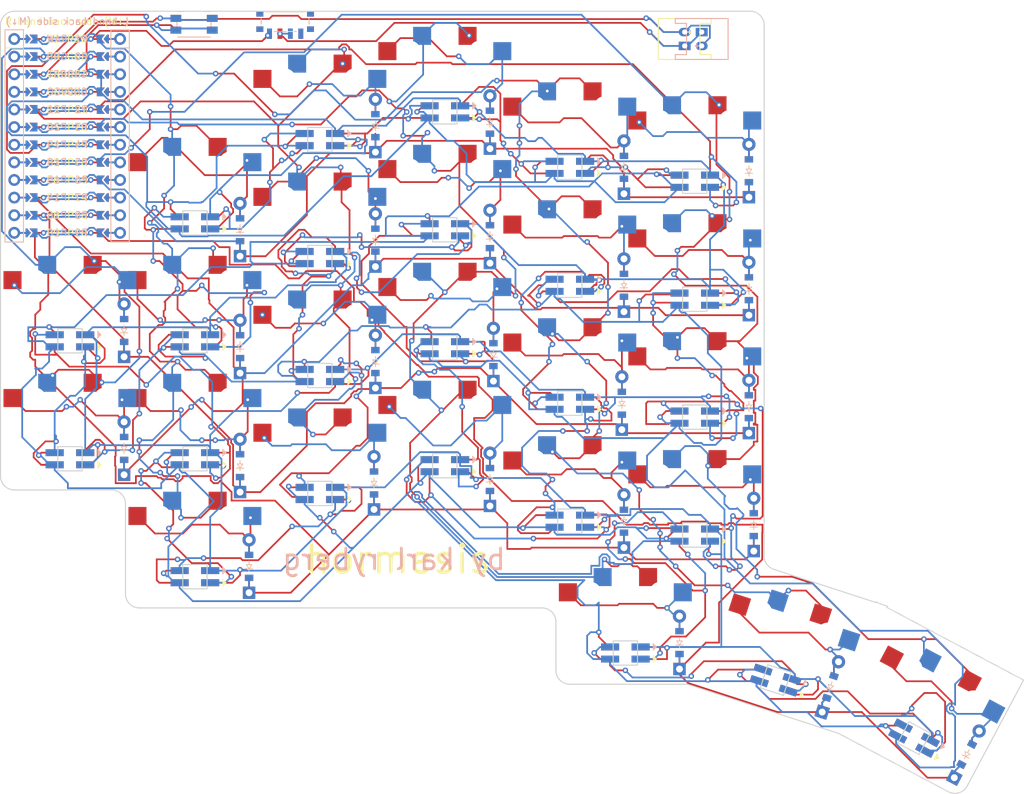
<source format=kicad_pcb>
(kicad_pcb (version 20241229) (generator "pcbnew") (generator_version "9.0")
  (title_block (title "main_pcb") (rev "v1.0.0") (company "Unknown"))
  (layers (0 "F.Cu" signal) (2 "B.Cu" signal) (13 "F.Paste" user) (15 "B.Paste" user) (5 "F.SilkS" user "F.Silkscreen") (7 "B.SilkS" user "B.Silkscreen") (1 "F.Mask" user) (3 "B.Mask" user) (25 "Edge.Cuts" user))
  (net 0 "")
  (net 1 "P1")
  (net 2 "P2")
  (net 3 "P3")
  (net 4 "P4")
  (net 5 "P5")
  (net 6 "P0")
  (net 7 "RAW")
  (net 8 "GND")
  (net 9 "RST")
  (net 10 "VCC")
  (net 11 "P21")
  (net 12 "P20")
  (net 13 "P19")
  (net 14 "P18")
  (net 15 "P15")
  (net 16 "P14")
  (net 17 "P16")
  (net 18 "P10")
  (net 19 "P6")
  (net 20 "P7")
  (net 21 "P8")
  (net 22 "P9")
  (net 23 "MCU1_24")
  (net 24 "MCU1_1")
  (net 25 "MCU1_23")
  (net 26 "MCU1_2")
  (net 27 "MCU1_22")
  (net 28 "MCU1_3")
  (net 29 "MCU1_21")
  (net 30 "MCU1_4")
  (net 31 "MCU1_20")
  (net 32 "MCU1_5")
  (net 33 "MCU1_19")
  (net 34 "MCU1_6")
  (net 35 "MCU1_18")
  (net 36 "MCU1_7")
  (net 37 "MCU1_17")
  (net 38 "MCU1_8")
  (net 39 "MCU1_16")
  (net 40 "MCU1_9")
  (net 41 "MCU1_15")
  (net 42 "MCU1_10")
  (net 43 "MCU1_14")
  (net 44 "MCU1_11")
  (net 45 "MCU1_13")
  (net 46 "MCU1_12")
  (net 47 "main_pinky_bottom")
  (net 48 "main_pinky_home")
  (net 49 "main_pinky_top")
  (net 50 "main_pinky_num")
  (net 51 "main_ring_bottom")
  (net 52 "main_ring_home")
  (net 53 "main_ring_top")
  (net 54 "main_ring_num")
  (net 55 "main_middle_bottom")
  (net 56 "main_middle_home")
  (net 57 "main_middle_top")
  (net 58 "main_middle_num")
  (net 59 "main_index_bottom")
  (net 60 "main_index_home")
  (net 61 "main_index_top")
  (net 62 "main_index_num")
  (net 63 "main_inner_bottom")
  (net 64 "main_inner_home")
  (net 65 "main_inner_top")
  (net 66 "main_inner_num")
  (net 67 "outer_outer_top")
  (net 68 "outer_outer_home")
  (net 69 "thumbfan_near_thumb")
  (net 70 "thumbfan_home_thumb")
  (net 71 "thumbfan_far_thumb")
  (net 72 "rgb_main_pinky_bottom")
  (net 73 "rgb_main_ring_bottom")
  (net 74 "rgb_main_pinky_home")
  (net 75 "rgb_main_pinky_top")
  (net 76 "rgb_main_outer_top")
  (net 77 "rgb_main_pinky_num")
  (net 78 "rgb_main_ring_home")
  (net 79 "rgb_main_ring_top")
  (net 80 "rgb_main_middle_top")
  (net 81 "rgb_main_ring_num")
  (net 82 "rgb_main_middle_bottom")
  (net 83 "rgb_main_index_bottom")
  (net 84 "rgb_main_middle_home")
  (net 85 "rgb_main_middle_num")
  (net 86 "rgb_main_index_home")
  (net 87 "rgb_main_index_top")
  (net 88 "rgb_main_inner_top")
  (net 89 "rgb_main_index_num")
  (net 90 "rgb_main_inner_bottom")
  (net 91 "rgb_thumbfan_near")
  (net 92 "rgb_main_inner_home")
  (net 93 "rgb_main_outer_home")
  (net 94 "rgb_thumbfan_near_thumb")
  (net 95 "rgb_thumbfan_home")
  (net 96 "rgb_thumbfan_far")
  (net 97 "pos")
  (footprint "PG1350" (layer "F.Cu") (at 136 100)
    (property "Reference" "S11" (hide yes))
    (property "Value" "" (hide yes))
  )
  (footprint "WS2812B" (layer "F.Cu") (at 183.648746 169.903978 -18)
    (property "Reference" "LED24" (hide yes))
    (property "Value" "" (hide yes))
    (fp_line (start -1.75 1.75) (end 1.75 1.75) (stroke (width 0.15)) (layer "Edge.Cuts"))
    (fp_line (start -1.75 -1.75) (end -1.75 1.75) (stroke (width 0.15)) (layer "Edge.Cuts"))
    (fp_line (start 1.75 1.75) (end 1.75 -1.75) (stroke (width 0.15)) (layer "Edge.Cuts"))
    (fp_line (start 1.75 -1.75) (end -1.75 -1.75) (stroke (width 0.15)) (layer "Edge.Cuts"))
  )
  (footprint "PG1350" (layer "F.Cu") (at 100 150)
    (property "Reference" "S1" (hide yes))
    (property "Value" "" (hide yes))
  )
  (footprint "Panasonic_EVQPUL_EVQPUC" (layer "F.Cu") (at 99.875 75.375)
    (property "Reference" "B2" (hide yes))
    (property "Value" "Panasonic_EVQPUL_EVQPUC" (hide yes))
  )
  (footprint "PG1350" (layer "F.Cu") (at 118 87)
    (property "Reference" "S8" (hide yes))
    (property "Value" "" (hide yes))
  )
  (footprint "ComboDiode" (layer "F.Cu") (at 106.5 121.85 90)
    (property "Reference" "D3" (hide yes))
    (property "Value" "" (hide yes))
  )
  (footprint "PG1350" (layer "F.Cu") (at 82 133)
    (property "Reference" "S21" (hide yes))
    (property "Value" "" (hide yes))
  )
  (footprint "PG1350" (layer "F.Cu") (at 162 161)
    (property "Reference" "S23" (hide yes))
    (property "Value" "" (hide yes))
  )
  (footprint "JST_PH_S2B-PH-K_02x2.00mm_Angled" (layer "F.Cu") (at 173 77.5 -90)
    (property "Reference" "JST2" (hide yes))
    (property "Value" "" (hide yes))
  )
  (footprint "power_switch" (layer "F.Cu") (at 113 75 90)
    (property "Reference" "SW1" (hide yes))
    (property "Value" "")
  )
  (footprint "ComboDiode" (layer "F.Cu") (at 143 123 90)
    (property "Reference" "D10" (hide yes))
    (property "Value" "" (hide yes))
  )
  (footprint "ceoloide:mcu_supermini_nrf52840" (layer "F.Cu") (at 81.6 90.2)
    (property "Reference" "MCU1" (hide yes))
    (property "Value" "")
  )
  (footprint "PG1350" (layer "F.Cu") (at 154 108)
    (property "Reference" "S15" (hide yes))
    (property "Value" "" (hide yes))
  )
  (footprint "WS2812B" (layer "F.Cu") (at 154 130)
    (property "Reference" "LED14" (hide yes))
    (property "Value" "" (hide yes))
    (fp_line (start -1.75 -1.75) (end -1.75 1.75) (stroke (width 0.15)) (layer "Edge.Cuts"))
    (fp_line (start -1.75 1.75) (end 1.75 1.75) (stroke (width 0.15)) (layer "Edge.Cuts"))
    (fp_line (start 1.75 -1.75) (end -1.75 -1.75) (stroke (width 0.15)) (layer "Edge.Cuts"))
    (fp_line (start 1.75 1.75) (end 1.75 -1.75) (stroke (width 0.15)) (layer "Edge.Cuts"))
  )
  (footprint "ComboDiode" (layer "F.Cu") (at 126 90 90)
    (property "Reference" "D8" (hide yes))
    (property "Value" "" (hide yes))
  )
  (footprint "PG1350" (layer "F.Cu") (at 136 134)
    (property "Reference" "S9" (hide yes))
    (property "Value" "" (hide yes))
  )
  (footprint "WS2812B" (layer "F.Cu") (at 82 121)
    (property "Reference" "LED22" (hide yes))
    (property "Value" "" (hide yes))
    (fp_line (start -1.75 -1.75) (end -1.75 1.75) (stroke (width 0.15)) (layer "Edge.Cuts"))
    (fp_line (start -1.75 1.75) (end 1.75 1.75) (stroke (width 0.15)) (layer "Edge.Cuts"))
    (fp_line (start 1.75 -1.75) (end -1.75 -1.75) (stroke (width 0.15)) (layer "Edge.Cuts"))
    (fp_line (start 1.75 1.75) (end 1.75 -1.75) (stroke (width 0.15)) (layer "Edge.Cuts"))
  )
  (footprint "ComboDiode" (layer "F.Cu") (at 211.172861 180.607773 62)
    (property "Reference" "D25" (hide yes))
    (property "Value" "" (hide yes))
  )
  (footprint "PG1350" (layer "F.Cu") (at 154 142)
    (property "Reference" "S13" (hide yes))
    (property "Value" "" (hide yes))
  )
  (footprint "ComboDiode" (layer "F.Cu") (at 169.8 164.5 90)
    (property "Reference" "D23" (hide yes))
    (property "Value" "" (hide yes))
  )
  (footprint "ComboDiode" (layer "F.Cu") (at 125.8 141.5 90)
    (property "Reference" "D5" (hide yes))
    (property "Value" "" (hide yes))
  )
  (footprint "ComboDiode" (layer "F.Cu") (at 107.8 153.5 90)
    (property "Reference" "D1" (hide yes))
    (property "Value" "" (hide yes))
  )
  (footprint "ComboDiode" (layer "F.Cu") (at 106.5 105 90)
    (property "Reference" "D4" (hide yes))
    (property "Value" "" (hide yes))
  )
  (footprint "WS2812B" (layer "F.Cu") (at 82 138)
    (property "Reference" "LED21" (hide yes))
    (property "Value" "" (hide yes))
    (fp_line (start -1.75 -1.75) (end -1.75 1.75) (stroke (width 0.15)) (layer "Edge.Cuts"))
    (fp_line (start -1.75 1.75) (end 1.75 1.75) (stroke (width 0.15)) (layer "Edge.Cuts"))
    (fp_line (start 1.75 -1.75) (end -1.75 -1.75) (stroke (width 0.15)) (layer "Edge.Cuts"))
    (fp_line (start 1.75 1.75) (end 1.75 -1.75) (stroke (width 0.15)) (layer "Edge.Cuts"))
  )
  (footprint "PG1350" (layer "F.Cu") (at 172 144)
    (property "Reference" "S17" (hide yes))
    (property "Value" "" (hide yes))
  )
  (footprint "WS2812B" (layer "F.Cu") (at 136 88)
    (property "Reference" "LED12" (hide yes))
    (property "Value" "" (hide yes))
    (fp_line (start -1.75 -1.75) (end -1.75 1.75) (stroke (width 0.15)) (layer "Edge.Cuts"))
    (fp_line (start -1.75 1.75) (end 1.75 1.75) (stroke (width 0.15)) (layer "Edge.Cuts"))
    (fp_line (start 1.75 -1.75) (end -1.75 -1.75) (stroke (width 0.15)) (layer "Edge.Cuts"))
    (fp_line (start 1.75 1.75) (end 1.75 -1.75) (stroke (width 0.15)) (layer "Edge.Cuts"))
  )
  (footprint "WS2812B" (layer "F.Cu") (at 100 138)
    (property "Reference" "LED2" (hide yes))
    (property "Value" "" (hide yes))
    (fp_line (start -1.75 -1.75) (end -1.75 1.75) (stroke (width 0.15)) (layer "Edge.Cuts"))
    (fp_line (start -1.75 1.75) (end 1.75 1.75) (stroke (width 0.15)) (layer "Edge.Cuts"))
    (fp_line (start 1.75 -1.75) (end -1.75 -1.75) (stroke (width 0.15)) (layer "Edge.Cuts"))
    (fp_line (start 1.75 1.75) (end 1.75 -1.75) (stroke (width 0.15)) (layer "Edge.Cuts"))
  )
  (footprint "ComboDiode" (layer "F.Cu") (at 126 124 90)
    (property "Reference" "D6" (hide yes))
    (property "Value" "" (hide yes))
  )
  (footprint "WS2812B" (layer "F.Cu") (at 162 166)
    (property "Reference" "LED23" (hide yes))
    (property "Value" "" (hide yes))
    (fp_line (start -1.75 -1.75) (end -1.75 1.75) (stroke (width 0.15)) (layer "Edge.Cuts"))
    (fp_line (start -1.75 1.75) (end 1.75 1.75) (stroke (width 0.15)) (layer "Edge.Cuts"))
    (fp_line (start 1.75 -1.75) (end -1.75 -1.75) (stroke (width 0.15)) (layer "Edge.Cuts"))
    (fp_line (start 1.75 1.75) (end 1.75 -1.75) (stroke (width 0.15)) (layer "Edge.Cuts"))
  )
  (footprint "ComboDiode" (layer "F.Cu") (at 142.5 141 90)
    (property "Reference" "D9" (hide yes))
    (property "Value" "" (hide yes))
  )
  (footprint "PG1350" (layer "F.Cu") (at 100 133)
    (property "Reference" "S2" (hide yes))
    (property "Value" "" (hide yes))
  )
  (footprint "JST_PH_S2B-PH-K_02x2.00mm_Angled" (layer "F.Cu") (at 170.55 77.5 90)
    (property "Reference" "JST1" (hide yes))
    (property "Value" "" (hide yes))
  )
  (footprint "ComboDiode" (layer "F.Cu") (at 161.8 147 90)
    (property "Reference" "D13" (hide yes))
    (property "Value" "" (hide yes))
  )
  (footprint "PG1350" (layer "F.Cu") (at 136 83)
    (property "Reference" "S12" (hide yes))
    (property "Value" "" (hide yes))
  )
  (footprint "PG1350" (layer "F.Cu") (at 154 125)
    (property "Reference" "S14" (hide yes))
    (property "Value" "" (hide yes))
  )
  (footprint "PG1350" (layer "F.Cu") (at 100 99)
    (property "Reference" "S4" (hide yes))
    (property "Value" "" (hide yes))
  )
  (footprint "WS2812B" (layer "F.Cu") (at 172 98)
    (property "Reference" "LED20" (hide yes))
    (property "Value" "" (hide yes))
    (fp_line (start -1.75 -1.75) (end -1.75 1.75) (stroke (width 0.15)) (layer "Edge.Cuts"))
    (fp_line (start -1.75 1.75) (end 1.75 1.75) (stroke (width 0.15)) (layer "Edge.Cuts"))
    (fp_line (start 1.75 -1.75) (end -1.75 -1.75) (stroke (width 0.15)) (layer "Edge.Cuts"))
    (fp_line (start 1.75 1.75) (end 1.75 -1.75) (stroke (width 0.15)) (layer "Edge.Cuts"))
  )
  (footprint "ComboDiode" (layer "F.Cu") (at 180.5 147.5 90)
    (property "Reference" "D17" (hide yes))
    (property "Value" "" (hide yes))
  )
  (footprint "PG1350" (layer "F.Cu") (at 172 127)
    (property "Reference" "S18" (hide yes))
    (property "Value" "" (hide yes))
  )
  (footprint "WS2812B" (layer "F.Cu") (at 118 109)
    (property "Reference" "LED7" (hide yes))
    (property "Value" "" (hide yes))
    (fp_line (start -1.75 -1.75) (end -1.75 1.75) (stroke (width 0.15)) (layer "Edge.Cuts"))
    (fp_line (start -1.75 1.75) (end 1.75 1.75) (stroke (width 0.15)) (layer "Edge.Cuts"))
    (fp_line (start 1.75 -1.75) (end -1.75 -1.75) (stroke (width 0.15)) (layer "Edge.Cuts"))
    (fp_line (start 1.75 1.75) (end 1.75 -1.75) (stroke (width 0.15)) (layer "Edge.Cuts"))
  )
  (footprint "PG1350" (layer "F.Cu") (at 100 116)
    (property "Reference" "S3" (hide yes))
    (property "Value" "" (hide yes))
  )
  (footprint "ComboDiode" (layer "F.Cu") (at 89.8 136.5 90)
    (property "Reference" "D21" (hide yes))
    (property "Value" "" (hide yes))
  )
  (footprint "WS2812B" (layer "F.Cu") (at 136 105)
    (property "Reference" "LED11" (hide yes))
    (property "Value" "" (hide yes))
    (fp_line (start -1.75 -1.75) (end -1.75 1.75) (stroke (width 0.15)) (layer "Edge.Cuts"))
    (fp_line (start -1.75 1.75) (end 1.75 1.75) (stroke (width 0.15)) (layer "Edge.Cuts"))
    (fp_line (start 1.75 -1.75) (end -1.75 -1.75) (stroke (width 0.15)) (layer "Edge.Cuts"))
    (fp_line (start 1.75 1.75) (end 1.75 -1.75) (stroke (width 0.15)) (layer "Edge.Cuts"))
  )
  (footprint "WS2812B" (layer "F.Cu") (at 100 155)
    (property "Reference" "LED1" (hide yes))
    (property "Value" "" (hide yes))
    (fp_line (start -1.75 -1.75) (end -1.75 1.75) (stroke (width 0.15)) (layer "Edge.Cuts"))
    (fp_line (start -1.75 1.75) (end 1.75 1.75) (stroke (width 0.15)) (layer "Edge.Cuts"))
    (fp_line (start 1.75 -1.75) (end -1.75 -1.75) (stroke (width 0.15)) (layer "Edge.Cuts"))
    (fp_line (start 1.75 1.75) (end 1.75 -1.75) (stroke (width 0.15)) (layer "Edge.Cuts"))
  )
  (footprint "ComboDiode" (layer "F.Cu") (at 179.8 130.5 90)
    (property "Reference" "D18" (hide yes))
    (property "Value" "" (hide yes))
  )
  (footprint "ComboDiode" (layer "F.Cu") (at 191.530512 170.887726 72)
    (property "Reference" "D24" (hide yes))
    (property "Value" "" (hide yes))
  )
  (footprint "WS2812B" (layer "F.Cu") (at 154 147)
    (property "Reference" "LED13" (hide yes))
    (property "Value" "" (hide yes))
    (fp_line (start -1.75 -1.75) (end -1.75 1.75) (stroke (width 0.15)) (layer "Edge.Cuts"))
    (fp_line (start -1.75 1.75) (end 1.75 1.75) (stroke (width 0.15)) (layer "Edge.Cuts"))
    (fp_line (start 1.75 -1.75) (end -1.75 -1.75) (stroke (width 0.15)) (layer "Edge.Cuts"))
    (fp_line (start 1.75 1.75) (end 1.75 -1.75) (stroke (width 0.15)) (layer "Edge.Cuts"))
  )
  (footprint "PG1350" (layer "F.Cu") (at 154 91)
    (property "Reference" "S16" (hide yes))
    (property "Value" "" (hide yes))
  )
  (footprint "PG1350" (layer "F.Cu") (at 185.193831 165.148695 -18)
    (property "Reference" "S24" (hide yes))
    (property "Value" "" (hide yes))
  )
  (footprint "ComboDiode" (layer "F.Cu") (at 179.8 113.5 90)
    (property "Reference" "D19" (hide yes))
    (property "Value" "" (hide yes))
  )
  (footprint "PG1350" (layer "F.Cu") (at 205.92902 173.855578 -28)
    (property "Reference" "S25" (hide yes))
    (property "Value" "" (hide yes))
  )
  (footprint "WS2812B" (layer "F.Cu") (at 100 121)
    (property "Reference" "LED3" (hide yes))
    (property "Value" "" (hide yes))
    (fp_line (start -1.75 -1.75) (end -1.75 1.75) (stroke (width 0.15)) (layer "Edge.Cuts"))
    (fp_line (start -1.75 1.75) (end 1.75 1.75) (stroke (width 0.15)) (layer "Edge.Cuts"))
    (fp_line (start 1.75 -1.75) (end -1.75 -1.75) (stroke (width 0.15)) (layer "Edge.Cuts"))
    (fp_line (start 1.75 1.75) (end 1.75 -1.75) (stroke (width 0.15)) (layer "Edge.Cuts"))
  )
  (footprint "ComboDiode" (layer "F.Cu") (at 161.5 130 90)
    (property "Reference" "D14" (hide yes))
    (property "Value" "" (hide yes))
  )
  (footprint "WS2812B" (layer "F.Cu") (at 136 122)
    (property "Reference" "LED10" (hide yes))
    (property "Value" "" (hide yes))
    (fp_line (start -1.75 -1.75) (end -1.75 1.75) (stroke (width 0.15)) (layer "Edge.Cuts"))
    (fp_line (start -1.75 1.75) (end 1.75 1.75) (stroke (width 0.15)) (layer "Edge.Cuts"))
    (fp_line (start 1.75 -1.75) (end -1.75 -1.75) (stroke (width 0.15)) (layer "Edge.Cuts"))
    (fp_line (start 1.75 1.75) (end 1.75 -1.75) (stroke (width 0.15)) (layer "Edge.Cuts"))
  )
  (footprint "Panasonic_EVQPUL_EVQPUC" (layer "F.Cu") (at 99.875 75.375)
    (property "Reference" "B1" (hide yes))
    (property "Value" "Panasonic_EVQPUL_EVQPUC" (hide yes))
  )
  (footprint "WS2812B" (layer "F.Cu") (at 172 115)
    (property "Reference" "LED19" (hide yes))
    (property "Value" "" (hide yes))
    (fp_line (start -1.75 -1.75) (end -1.75 1.75) (stroke (width 0.15)) (layer "Edge.Cuts"))
    (fp_line (start -1.75 1.75) (end 1.75 1.75) (stroke (width 0.15)) (layer "Edge.Cuts"))
    (fp_line (start 1.75 -1.75) (end -1.75 -1.75) (stroke (width 0.15)) (layer "Edge.Cuts"))
    (fp_line (start 1.75 1.75) (end 1.75 -1.75) (stroke (width 0.15)) (layer "Edge.Cuts"))
  )
  (footprint "WS2812B" (layer "F.Cu") (at 118 92)
    (property "Reference" "LED8" (hide yes))
    (property "Value" "" (hide yes))
    (fp_line (start -1.75 -1.75) (end -1.75 1.75) (stroke (width 0.15)) (layer "Edge.Cuts"))
    (fp_line (start -1.75 1.75) (end 1.75 1.75) (stroke (width 0.15)) (layer "Edge.Cuts"))
    (fp_line (start 1.75 -1.75) (end -1.75 -1.75) (stroke (width 0.15)) (layer "Edge.Cuts"))
    (fp_line (start 1.75 1.75) (end 1.75 -1.75) (stroke (width 0.15)) (layer "Edge.Cuts"))
  )
  (footprint "PG1350" (layer "F.Cu") (at 82 116)
    (property "Reference" "S22" (hide yes))
    (property "Value" "" (hide yes))
  )
  (footprint "ComboDiode" (layer "F.Cu") (at 179.8 96.5 90)
    (property "Reference" "D20" (hide yes))
    (property "Value" "" (hide yes))
  )
  (footprint "PG1350" (layer "F.Cu") (at 118 104)
    (property "Reference" "S7" (hide yes))
    (property "Value" "" (hide yes))
  )
  (footprint "PG1350" (layer "F.Cu") (at 118 138)
    (property "Reference" "S5" (hide yes))
    (property "Value" "" (hide yes))
  )
  (footprint "PG1350" (layer "F.Cu") (at 136 117)
    (property "Reference" "S10" (hide yes))
    (property "Value" "" (hide yes))
  )
  (footprint "WS2812B" (layer "F.Cu") (at 203.581662 178.270316 -28)
    (property "Reference" "LED25" (hide yes))
    (property "Value" "" (hide yes))
    (fp_line (start -1.75 1.75) (end 1.75 1.75) (stroke (width 0.15)) (layer "Edge.Cuts"))
    (fp_line (start -1.75 -1.75) (end -1.75 1.75) (stroke (width 0.15)) (layer "Edge.Cuts"))
    (fp_line (start 1.75 1.75) (end 1.75 -1.75) (stroke (width 0.15)) (layer "Edge.Cuts"))
    (fp_line (start 1.75 -1.75) (end -1.75 -1.75) (stroke (width 0.15)) (layer "Edge.Cuts"))
  )
  (footprint "WS2812B" (layer "F.Cu") (at 118 126)
    (property "Reference" "LED6" (hide yes))
    (property "Value" "" (hide yes))
    (fp_line (start -1.75 -1.75) (end -1.75 1.75) (stroke (width 0.15)) (layer "Edge.Cuts"))
    (fp_line (start -1.75 1.75) (end 1.75 1.75) (stroke (width 0.15)) (layer "Edge.Cuts"))
    (fp_line (start 1.75 -1.75) (end -1.75 -1.75) (stroke (width 0.15)) (layer "Edge.Cuts"))
    (fp_line (start 1.75 1.75) (end 1.75 -1.75) (stroke (width 0.15)) (layer "Edge.Cuts"))
  )
  (footprint "PG1350" (layer "F.Cu") (at 172 110)
    (property "Reference" "S19" (hide yes))
    (property "Value" "" (hide yes))
  )
  (footprint "WS2812B" (layer "F.Cu") (at 100 104)
    (property "Reference" "LED4" (hide yes))
    (property "Value" "" (hide yes))
    (fp_line (start -1.75 -1.75) (end -1.75 1.75) (stroke (width 0.15)) (layer "Edge.Cuts"))
    (fp_line (start -1.75 1.75) (end 1.75 1.75) (stroke (width 0.15)) (layer "Edge.Cuts"))
    (fp_line (start 1.75 -1.75) (end -1.75 -1.75) (stroke (width 0.15)) (layer "Edge.Cuts"))
    (fp_line (start 1.75 1.75) (end 1.75 -1.75) (stroke (width 0.15)) (layer "Edge.Cuts"))
  )
  (footprint "WS2812B" (layer "F.Cu") (at 172 149)
    (property "Reference" "LED17" (hide yes))
    (property "Value" "" (hide yes))
    (fp_line (start -1.75 -1.75) (end -1.75 1.75) (stroke (width 0.15)) (layer "Edge.Cuts"))
    (fp_line (start -1.75 1.75) (end 1.75 1.75) (stroke (width 0.15)) (layer "Edge.Cuts"))
    (fp_line (start 1.75 -1.75) (end -1.75 -1.75) (stroke (width 0.15)) (layer "Edge.Cuts"))
    (fp_line (start 1.75 1.75) (end 1.75 -1.75) (stroke (width 0.15)) (layer "Edge.Cuts"))
  )
  (footprint "ComboDiode" (layer "F.Cu") (at 126 106.5 90)
    (property "Reference" "D7" (hide yes))
    (property "Value" "" (hide yes))
  )
  (footprint "ComboDiode" (layer "F.Cu") (at 161.8 96 90)
    (property "Reference" "D16" (hide yes))
    (property "Value" "" (hide yes))
  )
  (footprint "WS2812B" (layer "F.Cu") (at 154 96)
    (property "Reference" "LED16" (hide yes))
    (property "Value" "" (hide yes))
    (fp_line (start -1.75 -1.75) (end -1.75 1.75) (stroke (width 0.15)) (layer "Edge.Cuts"))
    (fp_line (start -1.75 1.75) (end 1.75 1.75) (stroke (width 0.15)) (layer "Edge.Cuts"))
    (fp_line (start 1.75 -1.75) (end -1.75 -1.75) (stroke (width 0.15)) (layer "Edge.Cuts"))
    (fp_line (start 1.75 1.75) (end 1.75 -1.75) (stroke (width 0.15)) (layer "Edge.Cuts"))
  )
  (footprint "WS2812B" (layer "F.Cu") (at 118 143)
    (property "Reference" "LED5" (hide yes))
    (property "Value" "" (hide yes))
    (fp_line (start -1.75 -1.75) (end -1.75 1.75) (stroke (width 0.15)) (layer "Edge.Cuts"))
    (fp_line (start -1.75 1.75) (end 1.75 1.75) (stroke (width 0.15)) (layer "Edge.Cuts"))
    (fp_line (start 1.75 -1.75) (end -1.75 -1.75) (stroke (width 0.15)) (layer "Edge.Cuts"))
    (fp_line (start 1.75 1.75) (end 1.75 -1.75) (stroke (width 0.15)) (layer "Edge.Cuts"))
  )
  (footprint "WS2812B" (layer "F.Cu") (at 154 113)
    (property "Reference" "LED15" (hide yes))
    (property "Value" "" (hide yes))
    (fp_line (start -1.75 -1.75) (end -1.75 1.75) (stroke (width 0.15)) (layer "Edge.Cuts"))
    (fp_line (start -1.75 1.75) (end 1.75 1.75) (stroke (width 0.15)) (layer "Edge.Cuts"))
    (fp_line (start 1.75 -1.75) (end -1.75 -1.75) (stroke (width 0.15)) (layer "Edge.Cuts"))
    (fp_line (start 1.75 1.75) (end 1.75 -1.75) (stroke (width 0.15)) (layer "Edge.Cuts"))
  )
  (footprint "ComboDiode" (layer "F.Cu") (at 142.5 106 90)
    (property "Reference" "D11" (hide yes))
    (property "Value" "" (hide yes))
  )
  (footprint "PG1350" (layer "F.Cu") (at 172 93)
    (property "Reference" "S20" (hide yes))
    (property "Value" "" (hide yes))
  )
  (footprint "ComboDiode" (layer "F.Cu") (at 161.8 113 90)
    (property "Reference" "D15" (hide yes))
    (property "Value" "" (hide yes))
  )
  (footprint "WS2812B" (layer "F.Cu") (at 136 139)
    (property "Reference" "LED9" (hide yes))
    (property "Value" "" (hide yes))
    (fp_line (start -1.75 -1.75) (end -1.75 1.75) (stroke (width 0.15)) (layer "Edge.Cuts"))
    (fp_line (start -1.75 1.75) (end 1.75 1.75) (stroke (width 0.15)) (layer "Edge.Cuts"))
    (fp_line (start 1.75 -1.75) (end -1.75 -1.75) (stroke (width 0.15)) (layer "Edge.Cuts"))
    (fp_line (start 1.75 1.75) (end 1.75 -1.75) (stroke (width 0.15)) (layer "Edge.Cuts"))
  )
  (footprint "WS2812B" (layer "F.Cu") (at 172 132)
    (property "Reference" "LED18" (hide yes))
    (property "Value" "" (hide yes))
    (fp_line (start -1.75 -1.75) (end -1.75 1.75) (stroke (width 0.15)) (layer "Edge.Cuts"))
    (fp_line (start -1.75 1.75) (end 1.75 1.75) (stroke (width 0.15)) (layer "Edge.Cuts"))
    (fp_line (start 1.75 -1.75) (end -1.75 -1.75) (stroke (width 0.15)) (layer "Edge.Cuts"))
    (fp_line (start 1.75 1.75) (end 1.75 -1.75) (stroke (width 0.15)) (layer "Edge.Cuts"))
  )
  (footprint "ComboDiode" (layer "F.Cu") (at 142.5 89.5 90)
    (property "Reference" "D12" (hide yes))
    (property "Value" "" (hide yes))
  )
  (footprint "ComboDiode" (layer "F.Cu") (at 89.8 119.5 90)
    (property "Reference" "D22" (hide yes))
    (property "Value" "" (hide yes))
  )
  (footprint "PG1350" (layer "F.Cu") (at 118 121)
    (property "Reference" "S6" (hide yes))
    (property "Value" "" (hide yes))
  )
  (footprint "ComboDiode" (layer "F.Cu") (at 106.5 139 90)
    (property "Reference" "D2" (hide yes))
    (property "Value" "" (hide yes))
  )
  (gr_line (start 126 145.5) (end 126 145) (stroke (width 0.2)) (layer "F.Cu") (net 22))
  (gr_arc (start 154 170.5) (mid 152.585786 169.914214) (end 152 168.5) (stroke (width 0.15)) (layer "Edge.Cuts"))
  (gr_line (start 198.116623 158.727797) (end 198.168575 158.63009) (stroke (width 0.15)) (layer "Edge.Cuts"))
  (gr_line (start 90 157.5) (end 90 144.5) (stroke (width 0.15)) (layer "Edge.Cuts"))
  (gr_line (start 211.237459 185.172401) (end 219.359317 169.897407) (stroke (width 0.15)) (layer "Edge.Cuts"))
  (gr_line (start 199.670009 159.428417) (end 219.359317 169.897407) (stroke (width 0.15)) (layer "Edge.Cuts"))
  (gr_line (start 183.381966 153.940216) (end 198.116623 158.727797) (stroke (width 0.15)) (layer "Edge.Cuts"))
  (gr_arc (start 74 142.5) (mid 72.585786 141.914214) (end 72 140.5) (stroke (width 0.15)) (layer "Edge.Cuts"))
  (gr_line (start 170.920808 170.5) (end 192.678188 177.569401) (stroke (width 0.15)) (layer "Edge.Cuts"))
  (gr_line (start 154 170.5) (end 170.920808 170.5) (stroke (width 0.15)) (layer "Edge.Cuts"))
  (gr_line (start 74 73.5) (end 180 73.5) (stroke (width 0.15)) (layer "Edge.Cuts"))
  (gr_line (start 152 161.5) (end 152 168.5) (stroke (width 0.15)) (layer "Edge.Cuts"))
  (gr_arc (start 211.237459 185.172401) (mid 210.056307 186.146067) (end 208.532621 185.999353) (stroke (width 0.15)) (layer "Edge.Cuts"))
  (gr_line (start 192.678188 177.569401) (end 208.532621 185.999353) (stroke (width 0.15)) (layer "Edge.Cuts"))
  (gr_arc (start 183.381966 153.940216) (mid 182.381966 153.213673) (end 182 152.038103) (stroke (width 0.15)) (layer "Edge.Cuts"))
  (gr_arc (start 150 159.5) (mid 151.414214 160.085786) (end 152 161.5) (stroke (width 0.15)) (layer "Edge.Cuts"))
  (gr_line (start 198.168575 158.63009) (end 198.722697 158.924722) (stroke (width 0.15)) (layer "Edge.Cuts"))
  (gr_line (start 92 159.5) (end 150 159.5) (stroke (width 0.15)) (layer "Edge.Cuts"))
  (gr_arc (start 72 75.5) (mid 72.585786 74.085786) (end 74 73.5) (stroke (width 0.15)) (layer "Edge.Cuts"))
  (gr_line (start 198.722697 158.924722) (end 199.727581 159.251228) (stroke (width 0.15)) (layer "Edge.Cuts"))
  (gr_arc (start 92 159.5) (mid 90.585786 158.914214) (end 90 157.5) (stroke (width 0.15)) (layer "Edge.Cuts"))
  (gr_line (start 199.727581 159.251228) (end 199.670009 159.428417) (stroke (width 0.15)) (layer "Edge.Cuts"))
  (gr_arc (start 88 142.5) (mid 89.414214 143.085786) (end 90 144.5) (stroke (width 0.15)) (layer "Edge.Cuts"))
  (gr_arc (start 180 73.5) (mid 181.414214 74.085786) (end 182 75.5) (stroke (width 0.15)) (layer "Edge.Cuts"))
  (gr_line (start 182 152.038103) (end 182 75.5) (stroke (width 0.15)) (layer "Edge.Cuts"))
  (gr_line (start 72 140.5) (end 72 75.5) (stroke (width 0.15)) (layer "Edge.Cuts"))
  (gr_line (start 74 142.5) (end 88 142.5) (stroke (width 0.15)) (layer "Edge.Cuts"))
  (gr_text "hormesis" (at 115.5 152.5 0) (layer "F.SilkS") (effects (font (size 4 4) (thickness 0.5)) (justify left)))
  (gr_text "by karl ryberg" (at 145 152.5 0) (layer "B.SilkS") (effects (font (size 3 3) (thickness 0.4)) (justify left mirror)))
  (segment (start 97.5 113.5) (end 95.617549 115.382451) (width 0.25) (layer "F.Cu") (net 1))
  (segment (start 100.825 146.5) (end 98 146.5) (width 0.25) (layer "F.Cu") (net 1))
  (segment (start 97.5 90.5) (end 98 90) (width 0.25) (layer "F.Cu") (net 1))
  (segment (start 103.275 144.05) (end 100.825 146.5) (width 0.25) (layer "F.Cu") (net 1))
  (segment (start 92 135.324) (end 92 137) (width 0.25) (layer "F.Cu") (net 1))
  (segment (start 98 90) (end 100.225 90) (width 0.25) (layer "F.Cu") (net 1))
  (segment (start 96.5 90.5) (end 96.5 87.225) (width 0.25) (layer "F.Cu") (net 1))
  (segment (start 100.225 90) (end 103.275 93.05) (width 0.25) (layer "F.Cu") (net 1))
  (segment (start 95.5 116.735099) (end 95.5 117.47328) (width 0.25) (layer "F.Cu") (net 1))
  (segment (start 102.624847 107.650153) (end 102.624847 109.399847) (width 0.25) (layer "F.Cu") (net 1))
  (segment (start 93.5 104) (end 95.561297 101.938703) (width 0.25) (layer "F.Cu") (net 1))
  (segment (start 95.617549 115.382451) (end 95.7269 115.491801) (width 0.25) (layer "F.Cu") (net 1))
  (segment (start 101.399 125.174) (end 103.275 127.05) (width 0.25) (layer "F.Cu") (net 1))
  (segment (start 95.5 140.5) (end 97.5 140.5) (width 0.25) (layer "F.Cu") (net 1))
  (segment (start 92 137) (end 91.987347 136.987347) (width 0.25) (layer "F.Cu") (net 1))
  (segment (start 97.473 124) (end 98.647 125.174) (width 0.25) (layer "F.Cu") (net 1))
  (segment (start 76.95 77.5) (end 78.325 77.5) (width 0.25) (layer "F.Cu") (net 1))
  (segment (start 95 124) (end 97.473 124) (width 0.25) (layer "F.Cu") (net 1))
  (segment (start 95.30072 118.726) (end 94.774 118.726) (width 0.25) (layer "F.Cu") (net 1))
  (segment (start 95.7269 115.491801) (end 95.7269 116.508199) (width 0.25) (layer "F.Cu") (net 1))
  (segment (start 94.774 118.726) (end 93.5 120) (width 0.25) (layer "F.Cu") (net 1))
  (segment (start 96.5 90.5) (end 97.5 90.5) (width 0.25) (layer "F.Cu") (net 1))
  (segment (start 98.647 125.174) (end 101.399 125.174) (width 0.25) (layer "F.Cu") (net 1))
  (segment (start 93.5 120) (end 93.5 122.5) (width 0.25) (layer "F.Cu") (net 1))
  (segment (start 95.561297 101.938703) (end 95.561297 100.061297) (width 0.25) (layer "F.Cu") (net 1))
  (segment (start 102.624847 109.399847) (end 103.275 110.05) (width 0.25) (layer "F.Cu") (net 1))
  (segment (start 95 140) (end 95.5 140.5) (width 0.25) (layer "F.Cu") (net 1))
  (segment (start 93.5 122.5) (end 95 124) (width 0.25) (layer "F.Cu") (net 1))
  (segment (start 95.7269 116.508199) (end 95.5 116.735099) (width 0.25) (layer "F.Cu") (net 1))
  (segment (start 95.5 117.47328) (end 95.726 117.69928) (width 0.25) (layer "F.Cu") (net 1))
  (segment (start 95.726 118.30072) (end 95.30072 118.726) (width 0.25) (layer "F.Cu") (net 1))
  (segment (start 95.726 117.69928) (end 95.726 118.30072) (width 0.25) (layer "F.Cu") (net 1))
  (via (at 102.624847 107.650153) (size 0.8) (drill 0.4) (layers "F.Cu" "B.Cu") (net 1))
  (via (at 92 135.324) (size 0.8) (drill 0.4) (layers "F.Cu" "B.Cu") (net 1))
  (via (at 95.561297 100.061297) (size 0.8) (drill 0.4) (layers "F.Cu" "B.Cu") (net 1))
  (via (at 98 146.5) (size 0.8) (drill 0.4) (layers "F.Cu" "B.Cu") (net 1))
  (via (at 97.5 124) (size 0.8) (drill 0.4) (layers "F.Cu" "B.Cu") (net 1))
  (via (at 93.5 104) (size 0.8) (drill 0.4) (layers "F.Cu" "B.Cu") (net 1))
  (via (at 91.987347 136.987347) (size 0.8) (drill 0.4) (layers "F.Cu" "B.Cu") (net 1))
  (via (at 96.5 90.5) (size 0.8) (drill 0.4) (layers "F.Cu" "B.Cu") (net 1))
  (via (at 96.5 87.225) (size 0.8) (drill 0.4) (layers "F.Cu" "B.Cu") (net 1))
  (via (at 95 140) (size 0.8) (drill 0.4) (layers "F.Cu" "B.Cu") (net 1))
  (via (at 97.5 140.5) (size 0.8) (drill 0.4) (layers "F.Cu" "B.Cu") (net 1))
  (via (at 97.5 113.5) (size 0.8) (drill 0.4) (layers "F.Cu" "B.Cu") (net 1))
  (segment (start 96.725 127.05) (end 96.876 127.201) (width 0.25) (layer "B.Cu") (net 1))
  (segment (start 91.987347 137.987347) (end 94 140) (width 0.25) (layer "B.Cu") (net 1))
  (segment (start 96.725 124.775) (end 97.5 124) (width 0.25) (layer "B.Cu") (net 1))
  (segment (start 94 140) (end 95 140) (width 0.25) (layer "B.Cu") (net 1))
  (segment (start 91.987347 136.987347) (end 91.987347 137.987347) (width 0.25) (layer "B.Cu") (net 1))
  (segment (start 98 146.5) (end 98 145.325) (width 0.25) (layer "B.Cu") (net 1))
  (segment (start 96.5 87.225) (end 96.5 85.531884) (width 0.25) (layer "B.Cu") (net 1))
  (segment (start 95.5 107) (end 96 107) (width 0.25) (layer "B.Cu") (net 1))
  (segment (start 94.5 105.52672) (end 94.5 106) (width 0.25) (layer "B.Cu") (net 1))
  (segment (start 93.5 104) (end 93.774 104.274) (width 0.25) (layer "B.Cu") (net 1))
  (segment (start 86.150305 77.5) (end 85.425305 76.775) (width 0.25) (layer "B.Cu") (net 1))
  (segment (start 96.5 85.531884) (end 89.832116 78.864) (width 0.25) (layer "B.Cu") (net 1))
  (segment (start 96.876 127.201) (end 96.876 132.359099) (width 0.25) (layer "B.Cu") (net 1))
  (segment (start 84.824695 76.775) (end 84.319695 77.28) (width 0.25) (layer "B.Cu") (net 1))
  (segment (start 95.561297 100.061297) (end 97 98.622594) (width 0.25) (layer "B.Cu") (net 1))
  (segment (start 94.726 105.30072) (end 94.5 105.52672) (width 0.25) (layer "B.Cu") (net 1))
  (segment (start 97.5 110.825) (end 97.5 113.5) (width 0.25) (layer "B.Cu") (net 1))
  (segment (start 94.726 104.69928) (end 94.726 105.30072) (width 0.25) (layer "B.Cu") (net 1))
  (segment (start 94.5 106) (end 95.5 107) (width 0.25) (layer "B.Cu") (net 1))
  (segment (start 99.124847 107.650153) (end 102.624847 107.650153) (width 0.25) (layer "B.Cu") (net 1))
  (segment (start 97 93.325) (end 96.725 93.05) (width 0.25) (layer "B.Cu") (net 1))
  (segment (start 96.5 90.5) (end 96.725 90.725) (width 0.25) (layer "B.Cu") (net 1))
  (segment (start 85.425305 76.775) (end 84.824695 76.775) (width 0.25) (layer "B.Cu") (net 1))
  (segment (start 97.5 143.275) (end 96.725 144.05) (width 0.25) (layer "B.Cu") (net 1))
  (segment (start 87.234 78.864) (end 86.5 78.13) (width 0.25) (layer "B.Cu") (net 1))
  (segment (start 97.5 140.5) (end 97.5 143.275) (width 0.25) (layer "B.Cu") (net 1))
  (segment (start 98 145.325) (end 96.725 144.05) (width 0.25) (layer "B.Cu") (net 1))
  (segment (start 89.832116 78.864) (end 87.234 78.864) (width 0.25) (layer "B.Cu") (net 1))
  (segment (start 96.725 110.05) (end 99.124847 107.650153) (width 0.25) (layer "B.Cu") (net 1))
  (segment (start 96 107) (end 96.725 107.725) (width 0.25) (layer "B.Cu") (net 1))
  (segment (start 96.876 132.359099) (end 93.911099 135.324) (width 0.25) (layer "B.Cu") (net 1))
  (segment (start 94.30072 104.274) (end 94.726 104.69928) (width 0.25) (layer "B.Cu") (net 1))
  (segment (start 84.319695 77.28) (end 78.545 77.28) (width 0.25) (layer "B.Cu") (net 1))
  (segment (start 96.725 110.05) (end 97.5 110.825) (width 0.25) (layer "B.Cu") (net 1))
  (segment (start 97 98.622594) (end 97 93.325) (width 0.25) (layer "B.Cu") (net 1))
  (segment (start 93.911099 135.324) (end 92 135.324) (width 0.25) (layer "B.Cu") (net 1))
  (segment (start 96.725 127.05) (end 96.725 124.775) (width 0.25) (layer "B.Cu") (net 1))
  (segment (start 96.725 90.725) (end 96.725 93.05) (width 0.25) (layer "B.Cu") (net 1))
  (segment (start 96.725 107.725) (end 96.725 110.05) (width 0.25) (layer "B.Cu") (net 1))
  (segment (start 86.5 77.5) (end 86.150305 77.5) (width 0.25) (layer "B.Cu") (net 1))
  (segment (start 86.5 78.13) (end 86.5 77.5) (width 0.25) (layer "B.Cu") (net 1))
  (segment (start 93.774 104.274) (end 94.30072 104.274) (width 0.25) (layer "B.Cu") (net 1))
  (segment (start 112.021794 90.021794) (end 120.993587 81.05) (width 0.25) (layer "F.Cu") (net 2))
  (segment (start 78.29 89) (end 76.95 87.66) (width 0.25) (layer "F.Cu") (net 2))
  (segment (start 120.993587 81.05) (end 121.275 81.05) (width 0.25) (layer "F.Cu") (net 2))
  (segment (start 118.825 134.5) (end 117 134.5) (width 0.25) (layer "F.Cu") (net 2))
  (segment (start 122.25 125.2962) (end 122.2731 125.2731) (width 0.25) (layer "F.Cu") (net 2))
  (segment (start 121.5 79) (end 121.5 80.825) (width 0.25) (layer "F.Cu") (net 2))
  (segment (start 121 97.775) (end 121.275 98.05) (width 0.25) (layer "F.Cu") (net 2))
  (segment (start 121.275 132.05) (end 118.825 134.5) (width 0.25) (layer "F.Cu") (net 2))
  (segment (start 112 93) (end 112 90.043587) (width 0.25) (layer "F.Cu") (net 2))
  (segment (start 112.021794 90.021794) (end 108.5 86.5) (width 0.25) (layer "F.Cu") (net 2))
  (segment (start 121 96) (end 121 97.775) (width 0.25) (layer "F.Cu") (net 2))
  (segment (start 122.2731 102.176165) (end 121.124 101.027065) (width 0.25) (layer "F.Cu") (net 2))
  (segment (start 89.668116 89) (end 78.29 89) (width 0.25) (layer "F.Cu") (net 2))
  (segment (start 123 109) (end 122.2731 108.2731) (width 0.25) (layer "F.Cu") (net 2))
  (segment (start 76.95 87.66) (end 78.325 87.66) (width 0.25) (layer "F.Cu") (net 2))
  (segment (start 123.134556 126.501) (end 122.25 125.616444) (width 0.25) (layer "F.Cu") (net 2))
  (segment (start 122.2731 119.176165) (end 120 116.903065) (width 0.25) (layer "F.Cu") (net 2))
  (segment (start 112 90.043587) (end 112.021794 90.021794) (width 0.25) (layer "F.Cu") (net 2))
  (segment (start 121 114.775) (end 121.275 115.05) (width 0.25) (layer "F.Cu") (net 2))
  (segment (start 108.5 86.5) (end 92.168116 86.5) (width 0.25) (layer "F.Cu") (net 2))
  (segment (start 122.2731 125.2731) (end 122.2731 119.176165) (width 0.25) (layer "F.Cu") (net 2))
  (segment (start 121.124 101.027065) (end 121.124 98.201) (width 0.25) (layer "F.Cu") (net 2))
  (segment (start 120 116.325) (end 121.275 115.05) (width 0.25) (layer "F.Cu") (net 2))
  (segment (start 122.2731 108.2731) (end 122.2731 102.176165) (width 0.25) (layer "F.Cu") (net 2))
  (segment (start 121.124 98.201) (end 121.275 98.05) (width 0.25) (layer "F.Cu") (net 2))
  (segment (start 92.168116 86.5) (end 89.668116 89) (width 0.25) (layer "F.Cu") (net 2))
  (segment (start 121.5 80.825) (end 121.275 81.05) (width 0.25) (layer "F.Cu") (net 2))
  (segment (start 115 96) (end 112 93) (width 0.25) (layer "F.Cu") (net 2))
  (segment (start 122.25 125.616444) (end 122.25 125.2962) (width 0.25) (layer "F.Cu") (net 2))
  (segment (start 120 116.903065) (end 120 116.325) (width 0.25) (layer "F.Cu") (net 2))
  (segment (start 121 113) (end 121 114.775) (width 0.25) (layer "F.Cu") (net 2))
  (via (at 121 96) (size 0.8) (drill 0.4) (layers "F.Cu" "B.Cu") (net 2))
  (via (at 117 134.5) (size 0.8) (drill 0.4) (layers "F.Cu" "B.Cu") (net 2))
  (via (at 115 96) (size 0.8) (drill 0.4) (layers "F.Cu" "B.Cu") (net 2))
  (via (at 123.134556 126.501) (size 0.8) (drill 0.4) (layers "F.Cu" "B.Cu") (net 2))
  (via (at 121.5 79) (size 0.8) (drill 0.4) (layers "F.Cu" "B.Cu") (net 2))
  (via (at 121.275 81.05) (size 0.8) (drill 0.4) (layers "F.Cu" "B.Cu") (net 2))
  (via (at 123 109) (size 0.8) (drill 0.4) (layers "F.Cu" "B.Cu") (net 2))
  (via (at 121 113) (size 0.8) (drill 0.4) (layers "F.Cu" "B.Cu") (net 2))
  (segment (start 122.58519 127.91481) (end 122.25 127.91481) (width 0.25) (layer "B.Cu") (net 2))
  (segment (start 120.66481 129.5) (end 117.275 129.5) (width 0.25) (layer "B.Cu") (net 2))
  (segment (start 121 113) (end 123 111) (width 0.25) (layer "B.Cu") (net 2))
  (segment (start 114.725 98.05) (end 116.775 96) (width 0.25) (layer "B.Cu") (net 2))
  (segment (start 123.134556 126.501) (end 123 126.635556) (width 0.25) (layer "B.Cu") (net 2))
  (segment (start 117.275 129.5) (end 114.725 132.05) (width 0.25) (layer "B.Cu") (net 2))
  (segment (start 116.775 96) (end 121 96) (width 0.25) (layer "B.Cu") (net 2))
  (segment (start 114.725 96.275) (end 115 96) (width 0.25) (layer "B.Cu") (net 2))
  (segment (start 85.425305 86.935) (end 84.824695 86.935) (width 0.25) (layer "B.Cu") (net 2))
  (segment (start 123 111) (end 123 109) (width 0.25) (layer "B.Cu") (net 2))
  (segment (start 114.725 132.225) (end 114.725 132.05) (width 0.25) (layer "B.Cu") (net 2))
  (segment (start 86.5 87.66) (end 86.150305 87.66) (width 0.25) (layer "B.Cu") (net 2))
  (segment (start 123 126.635556) (end 123 127.5) (width 0.25) (layer "B.Cu") (net 2))
  (segment (start 117 134.5) (end 114.725 132.225) (width 0.25) (layer "B.Cu") (net 2))
  (segment (start 114.725 81.05) (end 116.775 79) (width 0.25) (layer "B.Cu") (net 2))
  (segment (start 84.824695 86.935) (end 84.319695 87.44) (width 0.25) (layer "B.Cu") (net 2))
  (segment (start 86.150305 87.66) (end 85.425305 86.935) (width 0.25) (layer "B.Cu") (net 2))
  (segment (start 123 127.5) (end 122.58519 127.91481) (width 0.25) (layer "B.Cu") (net 2))
  (segment (start 116.775 79) (end 121.5 79) (width 0.25) (layer "B.Cu") (net 2))
  (segment (start 122.25 127.91481) (end 120.66481 129.5) (width 0.25) (layer "B.Cu") (net 2))
  (segment (start 114.725 98.05) (end 114.725 96.275) (width 0.25) (layer "B.Cu") (net 2))
  (segment (start 116.775 113) (end 121 113) (width 0.25) (layer "B.Cu") (net 2))
  (segment (start 84.319695 87.44) (end 78.545 87.44) (width 0.25) (layer "B.Cu") (net 2))
  (segment (start 114.725 115.05) (end 116.775 113) (width 0.25) (layer "B.Cu") (net 2))
  (segment (start 128 86.381927) (end 126.529573 84.9115) (width 0.25) (layer "F.Cu") (net 3))
  (segment (start 122.183313 85.7731) (end 118.140913 89.8155) (width 0.25) (layer "F.Cu") (net 3))
  (segment (start 160 153.5) (end 159 152.5) (width 0.25) (layer "F.Cu") (net 3))
  (segment (start 163.725 153.5) (end 163.103065 153.5) (width 0.25) (layer "F.Cu") (net 3))
  (segment (start 163.103065 153.5) (end 162.777065 153.174) (width 0.25) (layer "F.Cu") (net 3))
  (segment (start 128 86.5) (end 128 86.381927) (width 0.25) (layer "F.Cu") (net 3))
  (segment (start 161.222935 153.174) (end 160.896935 153.5) (width 0.25) (layer "F.Cu") (net 3))
  (segment (start 144.5 109) (end 144.5 107.926) (width 0.25) (layer "F.Cu") (net 3))
  (segment (start 142.714694 111.05) (end 146.175 114.510306) (width 0.25) (layer "F.Cu") (net 3))
  (segment (start 162.777065 153.174) (end 161.222935 153.174) (width 0.25) (layer "F.Cu") (net 3))
  (segment (start 138.0905 95.2345) (end 139.275 94.05) (width 0.25) (layer "F.Cu") (net 3))
  (segment (start 123.2269 85.7731) (end 122.183313 85.7731) (width 0.25) (layer "F.Cu") (net 3))
  (segment (start 131 141.52672) (end 131.226 141.30072) (width 0.25) (layer "F.Cu") (net 3))
  (segment (start 131.5 120.725) (end 131.5 118.5) (width 0.25) (layer "F.Cu") (net 3))
  (segment (start 128 86.5) (end 129 87.5) (width 0.25) (layer "F.Cu") (net 3))
  (segment (start 160.896935 153.5) (end 160 153.5) (width 0.25) (layer "F.Cu") (net 3))
  (segment (start 132 143.5) (end 131 142.5) (width 0.25) (layer "F.Cu") (net 3))
  (segment (start 138.653065 128.05) (end 139.275 128.05) (width 0.25) (layer "F.Cu") (net 3))
  (segment (start 130 87.5) (end 130.512653 88.012653) (width 0.25) (layer "F.Cu") (net 3))
  (segment (start 118.140913 89.8155) (end 114 89.8155) (width 0.25) (layer "F.Cu") (net 3))
  (segment (start 138.0905 101.5165) (end 138.0905 95.2345) (width 0.25) (layer "F.Cu") (net 3))
  (segment (start 131.225 121) (end 131.5 120.725) (width 0.25) (layer "F.Cu") (net 3))
  (segment (start 131 140.47328) (end 131 135.703065) (width 0.25) (layer "F.Cu") (net 3))
  (segment (start 136.825 96.5) (end 134.5 96.5) (width 0.25) (layer "F.Cu") (net 3))
  (segment (start 131.226 141.30072) (end 131.226 140.69928) (width 0.25) (layer "F.Cu") (net 3))
  (segment (start 144.5 107.926) (end 138.0905 101.5165) (width 0.25) (layer "F.Cu") (net 3))
  (segment (start 76.95 90.2) (end 78.325 90.2) (width 0.25) (layer "F.Cu") (net 3))
  (segment (start 138.95 111.05) (end 139.275 111.05) (width 0.25) (layer "F.Cu") (net 3))
  (segment (start 131 142.5) (end 131 141.52672) (width 0.25) (layer "F.Cu") (net 3))
  (segment (start 126.529573 84.9115) (end 124.0885 84.9115) (width 0.25) (layer "F.Cu") (net 3))
  (segment (start 129 87.5) (end 130 87.5) (width 0.25) (layer "F.Cu") (net 3))
  (segment (start 133.051 91.449) (end 133.5 91) (width 0.25) (layer "F.Cu") (net 3))
  (segment (start 131 135.703065) (end 138.653065 128.05) (width 0.25) (layer "F.Cu") (net 3))
  (segment (start 131.226 140.69928) (end 131 140.47328) (width 0.25) (layer "F.Cu") (net 3))
  (segment (start 139.275 111.05) (end 142.714694 111.05) (width 0.25) (layer "F.Cu") (net 3))
  (segment (start 165.275 155.05) (end 163.725 153.5) (width 0.25) (layer "F.Cu") (net 3))
  (segment (start 124.0885 84.9115) (end 123.2269 85.7731) (width 0.25) (layer "F.Cu") (net 3))
  (segment (start 130 91.449) (end 133.051 91.449) (width 0.25) (layer "F.Cu") (net 3))
  (segment (start 139.275 94.05) (end 136.825 96.5) (width 0.25) (layer "F.Cu") (net 3))
  (segment (start 131.5 118.5) (end 138.95 111.05) (width 0.25) (layer "F.Cu") (net 3))
  (via (at 132 143.5) (size 0.8) (drill 0.4) (layers "F.Cu" "B.Cu") (net 3))
  (via (at 146.175 114.510306) (size 0.8) (drill 0.4) (layers "F.Cu" "B.Cu") (net 3))
  (via (at 134.5 96.5) (size 0.8) (drill 0.4) (layers "F.Cu" "B.Cu") (net 3))
  (via (at 159 152.5) (size 0.8) (drill 0.4) (layers "F.Cu" "B.Cu") (net 3))
  (via (at 135.5 131) (size 0.8) (drill 0.4) (layers "F.Cu" "B.Cu") (net 3))
  (via (at 128 86.5) (size 0.8) (drill 0.4) (layers "F.Cu" "B.Cu") (net 3))
  (via (at 130.512653 88.012653) (size 0.8) (drill 0.4) (layers "F.Cu" "B.Cu") (net 3))
  (via (at 136 114) (size 0.8) (drill 0.4) (layers "F.Cu" "B.Cu") (net 3))
  (via (at 130 91.449) (size 0.8) (drill 0.4) (layers "F.Cu" "B.Cu") (net 3))
  (via (at 131.225 121) (size 0.8) (drill 0.4) (layers "F.Cu" "B.Cu") (net 3))
  (via (at 144.5 109) (size 0.8) (drill 0.4) (layers "F.Cu" "B.Cu") (net 3))
  (via (at 133.5 91) (size 0.8) (drill 0.4) (layers "F.Cu" "B.Cu") (net 3))
  (via (at 139.5 77) (size 0.8) (drill 0.4) (layers "F.Cu" "B.Cu") (net 3))
  (via (at 114 89.8155) (size 0.8) (drill 0.4) (layers "F.Cu" "B.Cu") (net 3))
  (segment (start 87.046 89.024) (end 86.5 89.57) (width 0.25) (layer "B.Cu") (net 3))
  (segment (start 85.425305 89.475) (end 84.824695 89.475) (width 0.25) (layer "B.Cu") (net 3))
  (segment (start 90.349616 89.5415) (end 89.832116 89.024) (width 0.25) (layer "B.Cu") (net 3))
  (segment (start 159 152.5) (end 158.725 152.775) (width 0.25) (layer "B.Cu") (net 3))
  (segment (start 86.150305 90.2) (end 85.425305 89.475) (width 0.25) (layer "B.Cu") (net 3))
  (segment (start 146.175 110.675) (end 144.5 109) (width 0.25) (layer "B.Cu") (net 3))
  (segment (start 130 88.525306) (end 130 91.449) (width 0.25) (layer "B.Cu") (net 3))
  (segment (start 134.5 95.825) (end 132.725 94.05) (width 0.25) (layer "B.Cu") (net 3))
  (segment (start 131 126.325) (end 132.725 128.05) (width 0.25) (layer "B.Cu") (net 3))
  (segment (start 132.725 91.775) (end 132.725 94.05) (width 0.25) (layer "B.Cu") (net 3))
  (segment (start 84.824695 89.475) (end 84.319695 89.98) (width 0.25) (layer "B.Cu") (net 3))
  (segment (start 86.5 89.57) (end 86.5 90.2) (width 0.25) (layer "B.Cu") (net 3))
  (segment (start 130.512653 88.012653) (end 130 88.525306) (width 0.25) (layer "B.Cu") (net 3))
  (segment (start 158.725 155.05) (end 143.55 155.05) (width 0.25) (layer "B.Cu") (net 3))
  (segment (start 132.725 128.225) (end 135.5 131) (width 0.25) (layer "B.Cu") (net 3))
  (segment (start 132.725 128.05) (end 132.725 128.225) (width 0.25) (layer "B.Cu") (net 3))
  (segment (start 132.725 77.05) (end 134.601 75.174) (width 0.25) (layer "B.Cu") (net 3))
  (segment (start 114 89.8155) (end 97.71122 89.8155) (width 0.25) (layer "B.Cu") (net 3))
  (segment (start 131.225 121) (end 131 121.225) (width 0.25) (layer "B.Cu") (net 3))
  (segment (start 128 86.5) (end 129 86.5) (width 0.25) (layer "B.Cu") (net 3))
  (segment (start 129 86.5) (end 132.876 82.624) (width 0.25) (layer "B.Cu") (net 3))
  (segment (start 131 121.225) (end 131 126.325) (width 0.25) (layer "B.Cu") (net 3))
  (segment (start 137.674 75.174) (end 139.5 77) (width 0.25) (layer "B.Cu") (net 3))
  (segment (start 134.601 75.174) (end 137.674 75.174) (width 0.25) (layer "B.Cu") (net 3))
  (segment (start 97.71122 89.8155) (end 97.43722 89.5415) (width 0.25) (layer "B.Cu") (net 3))
  (segment (start 146.175 114.510306) (end 146.175 110.675) (width 0.25) (layer "B.Cu") (net 3))
  (segment (start 132.876 77.201) (end 132.725 77.05) (width 0.25) (layer "B.Cu") (net 3))
  (segment (start 143.55 155.05) (end 132 143.5) (width 0.25) (layer "B.Cu") (net 3))
  (segment (start 133.05 111.05) (end 136 114) (width 0.25) (layer "B.Cu") (net 3))
  (segment (start 84.319695 89.98) (end 78.545 89.98) (width 0.25) (layer "B.Cu") (net 3))
  (segment (start 132.876 82.624) (end 132.876 77.201) (width 0.25) (layer "B.Cu") (net 3))
  (segment (start 158.725 152.775) (end 158.725 155.05) (width 0.25) (layer "B.Cu") (net 3))
  (segment (start 86.5 90.2) (end 86.150305 90.2) (width 0.25) (layer "B.Cu") (net 3))
  (segment (start 132.725 111.05) (end 133.05 111.05) (width 0.25) (layer "B.Cu") (net 3))
  (segment (start 89.832116 89.024) (end 87.046 89.024) (width 0.25) (layer "B.Cu") (net 3))
  (segment (start 97.43722 89.5415) (end 90.349616 89.5415) (width 0.25) (layer "B.Cu") (net 3))
  (segment (start 134.5 96.5) (end 134.5 95.825) (width 0.25) (layer "B.Cu") (net 3))
  (segment (start 133.5 91) (end 132.725 91.775) (width 0.25) (layer "B.Cu") (net 3))
  (segment (start 76.95 92.74) (end 76.95 93.05) (width 0.25) (layer "F.Cu") (net 4))
  (segment (start 164 145.25) (end 164 142.5) (width 0.25) (layer "F.Cu") (net 4))
  (segment (start 146.25 97.25) (end 146.25 96.25) (width 0.25) (layer "F.Cu") (net 4))
  (segment (start 152.426 137.926) (end 151.5 137) (width 0.25) (layer "F.Cu") (net 4))
  (segment (start 176.75 156.25) (end 172 156.25) (width 0.25) (layer "F.Cu") (net 4))
  (segment (start 157.275 134.975) (end 158.25 134) (width 0.25) (layer "F.Cu") (net 4))
  (segment (start 167 150.75) (end 167 148.75) (width 0.25) (layer "F.Cu") (net 4))
  (segment (start 76.084 93.916) (end 73.416 93.916) (width 0.25) (layer "F.Cu") (net 4))
  (segment (start 190.147192 160.501939) (end 190.147192 159.135038) (width 0.25) (layer "F.Cu") (net 4))
  (segment (start 143.5 83.5) (end 149.25 83.5) (width 0.25) (layer "F.Cu") (net 4))
  (segment (start 152.426 120.926) (end 151.5 120) (width 0.25) (layer "F.Cu") (net 4))
  (segment (start 159.5 113.25) (end 159.5 109.75) (width 0.25) (layer "F.Cu") (net 4))
  (segment (start 72.929 93.429) (end 72.929 82.092884) (width 0.25) (layer "F.Cu") (net 4))
  (segment (start 188.012154 157) (end 185.5 157) (width 0.25) (layer "F.Cu") (net 4))
  (segment (start 73.416 93.916) (end 72.929 93.429) (width 0.25) (layer "F.Cu") (net 4))
  (segment (start 155.399 83.174) (end 152.576 83.174) (width 0.25) (layer "F.Cu") (net 4))
  (segment (start 190.147192 159.135038) (end 188.012154 157) (width 0.25) (layer "F.Cu") (net 4))
  (segment (start 159.25 130) (end 159.25 126.75) (width 0.25) (layer "F.Cu") (net 4))
  (segment (start 151 102) (end 146.25 97.25) (width 0.25) (layer "F.Cu") (net 4))
  (segment (start 166.026013 146.775) (end 165.525 146.775) (width 0.25) (layer "F.Cu") (net 4))
  (segment (start 149.25 83.5) (end 150.75 85) (width 0.25) (layer "F.Cu") (net 4))
  (segment (start 157.275 102.05) (end 155.399 100.174) (width 0.25) (layer "F.Cu") (net 4))
  (segment (start 159.25 126.75) (end 156.5 124) (width 0.25) (layer "F.Cu") (net 4))
  (segment (start 155.399 100.174) (end 152.826 100.174) (width 0.25) (layer "F.Cu") (net 4))
  (segment (start 93 74) (end 93 74.275) (width 0.25) (layer "F.Cu") (net 4))
  (segment (start 105.6345 82.487347) (end 111.512653 88.3655) (width 0.25) (layer "F.Cu") (net 4))
  (segment (start 146.75 92.5) (end 146.75 90) (width 0.25) (layer "F.Cu") (net 4))
  (segment (start 102.987347 82.487347) (end 105.6345 82.487347) (width 0.25) (layer "F.Cu") (net 4))
  (segment (start 155.399 120.926) (end 152.426 120.926) (width 0.25) (layer "F.Cu") (net 4))
  (segment (start 157.275 136.05) (end 155.399 137.926) (width 0.25) (layer "F.Cu") (net 4))
  (segment (start 85.39172 74) (end 93 74) (width 0.25) (layer "F.Cu") (net 4))
  (segment (start 76.95 92.74) (end 78.325 92.74) (width 0.25) (layer "F.Cu") (net 4))
  (segment (start 159.5 109.75) (end 156.5 106.75) (width 0.25) (layer "F.Cu") (net 4))
  (segment (start 155.399 137.926) (end 152.426 137.926) (width 0.25) (layer "F.Cu") (net 4))
  (segment (start 157.275 85.05) (end 155.399 83.174) (width 0.25) (layer "F.Cu") (net 4))
  (segment (start 157.275 136.05) (end 157.275 134.975) (width 0.25) (layer "F.Cu") (net 4))
  (segment (start 159.325 117) (end 159.5 117) (width 0.25) (layer "F.Cu") (net 4))
  (segment (start 165.525 146.775) (end 164 145.25) (width 0.25) (layer "F.Cu") (net 4))
  (segment (start 73.617884 81.404) (end 77.98772 81.404) (width 0.25) (layer "F.Cu") (net 4))
  (segment (start 77.98772 81.404) (end 85.39172 74) (width 0.25) (layer "F.Cu") (net 4))
  (segment (start 152.826 100.174) (end 151 102) (width 0.25) (layer "F.Cu") (net 4))
  (segment (start 72.929 82.092884) (end 73.617884 81.404) (width 0.25) (layer "F.Cu") (net 4))
  (segment (start 152.576 83.174) (end 150.75 85) (width 0.25) (layer "F.Cu") (net 4))
  (segment (start 76.95 93.05) (end 76.084 93.916) (width 0.25) (layer "F.Cu") (net 4))
  (segment (start 172 156.25) (end 169.25 153.5) (width 0.25) (layer "F.Cu") (net 4))
  (segment (start 157.275 119.05) (end 155.399 120.926) (width 0.25) (layer "F.Cu") (net 4))
  (segment (start 157.275 119.05) (end 159.325 117) (width 0.25) (layer "F.Cu") (net 4))
  (via (at 151.5 120) (size 0.8) (drill 0.4) (layers "F.Cu" "B.Cu") (net 4))
  (via (at 146.75 92.5) (size 0.8) (drill 0.4) (layers "F.Cu" "B.Cu") (net 4))
  (via (at 151.5 137) (size 0.8) (drill 0.4) (layers "F.Cu" "B.Cu") (net 4))
  (via (at 111.512653 88.3655) (size 0.8) (drill 0.4) (layers "F.Cu" "B.Cu") (net 4))
  (via (at 159.5 113.25) (size 0.8) (drill 0.4) (layers "F.Cu" "B.Cu") (net 4))
  (via (at 93 74.275) (size 0.8) (drill 0.4) (layers "F.Cu" "B.Cu") (net 4))
  (via (at 146.25 96.25) (size 0.8) (drill 0.4) (layers "F.Cu" "B.Cu") (net 4))
  (via (at 156.5 106.75) (size 0.8) (drill 0.4) (layers "F.Cu" "B.Cu") (net 4))
  (via (at 164 142.5) (size 0.8) (drill 0.4) (layers "F.Cu" "B.Cu") (net 4))
  (via (at 185.5 157) (size 0.8) (drill 0.4) (layers "F.Cu" "B.Cu") (net 4))
  (via (at 102.987347 82.487347) (size 0.8) (drill 0.4) (layers "F.Cu" "B.Cu") (net 4))
  (via (at 143.5 83.5) (size 0.8) (drill 0.4) (layers "F.Cu" "B.Cu") (net 4))
  (via (at 159.25 130) (size 0.8) (drill 0.4) (layers "F.Cu" "B.Cu") (net 4))
  (via (at 150.75 85) (size 0.8) (drill 0.4) (layers "F.Cu" "B.Cu") (net 4))
  (via (at 167 150.75) (size 0.8) (drill 0.4) (layers "F.Cu" "B.Cu") (net 4))
  (via (at 169.25 153.5) (size 0.8) (drill 0.4) (layers "F.Cu" "B.Cu") (net 4))
  (via (at 159.5 117) (size 0.8) (drill 0.4) (layers "F.Cu" "B.Cu") (net 4))
  (via (at 146.75 90) (size 0.8) (drill 0.4) (layers "F.Cu" "B.Cu") (net 4))
  (via (at 156.5 124) (size 0.8) (drill 0.4) (layers "F.Cu" "B.Cu") (net 4))
  (via (at 176.75 156.25) (size 0.8) (drill 0.4) (layers "F.Cu" "B.Cu") (net 4))
  (via (at 167 148.75) (size 0.8) (drill 0.4) (layers "F.Cu" "B.Cu") (net 4))
  (via (at 166.026013 146.775) (size 0.8) (drill 0.4) (layers "F.Cu" "B.Cu") (net 4))
  (via (at 158.25 134) (size 0.8) (drill 0.4) (layers "F.Cu" "B.Cu") (net 4))
  (via (at 151 102) (size 0.8) (drill 0.4) (layers "F.Cu" "B.Cu") (net 4))
  (segment (start 86.150305 92.74) (end 85.425305 92.015) (width 0.25) (layer "B.Cu") (net 4))
  (segment (start 118.865913 84.9095) (end 123.082413 89.126) (width 0.25) (layer "B.Cu") (net 4))
  (segment (start 128 88.5) (end 131.339573 85.160427) (width 0.25) (layer "B.Cu") (net 4))
  (segment (start 151.5 136.825) (end 150.725 136.05) (width 0.25) (layer "B.Cu") (net 4))
  (segment (start 156.5 124) (end 156.296935 124) (width 0.25) (layer "B.Cu") (net 4))
  (segment (start 84.319695 92.52) (end 78.545 92.52) (width 0.25) (layer "B.Cu") (net 4))
  (segment (start 85.425305 92.015) (end 84.824695 92.015) (width 0.25) (layer "B.Cu") (net 4))
  (segment (start 146.25 94.75) (end 146.5 94.5) (width 0.25) (layer "B.Cu") (net 4))
  (segment (start 151.346935 102.05) (end 150.725 102.05) (width 0.25) (layer "B.Cu") (net 4))
  (segment (start 100.460627 82.487347) (end 102.987347 82.487347) (width 0.25) (layer "B.Cu") (net 4))
  (segment (start 113.678087 88.3655) (end 117.134087 84.9095) (width 0.25) (layer "B.Cu") (net 4))
  (segment (start 131.339573 85.160427) (end 141.2215 85.160427) (width 0.25) (layer "B.Cu") (net 4))
  (segment (start 167 151.25) (end 167 150.75) (width 0.25) (layer "B.Cu") (net 4))
  (segment (start 158.25 131) (end 159.25 130) (width 0.25) (layer "B.Cu") (net 4))
  (segment (start 146.25 96.25) (end 146.25 94.75) (width 0.25) (layer "B.Cu") (net 4))
  (segment (start 166.026013 147.276013) (end 167 148.25) (width 0.25) (layer "B.Cu") (net 4))
  (segment (start 158.25 134) (end 158.25 131) (width 0.25) (layer "B.Cu") (net 4))
  (segment (start 148.546935 85.05) (end 150.725 85.05) (width 0.25) (layer "B.Cu") (net 4))
  (segment (start 142.881927 83.5) (end 143.5 83.5) (width 0.25) (layer "B.Cu") (net 4))
  (segment (start 84.824695 92.015) (end 84.319695 92.52) (width 0.25) (layer "B.Cu") (net 4))
  (segment (start 123.082413 89.126) (end 127.374 89.126) (width 0.25) (layer "B.Cu") (net 4))
  (segment (start 156.046935 106.75) (end 151.346935 102.05) (width 0.25) (layer "B.Cu") (net 4))
  (segment (start 156.5 106.75) (end 156.046935 106.75) (width 0.25) (layer "B.Cu") (net 4))
  (segment (start 161.626 140.126) (end 155.082413 140.126) (width 0.25) (layer "B.Cu") (net 4))
  (segment (start 155.082413 140.126) (end 151.956413 137) (width 0.25) (layer "B.Cu") (net 4))
  (segment (start 111.512653 88.3655) (end 113.678087 88.3655) (width 0.25) (layer "B.Cu") (net 4))
  (segment (start 159.5 117) (end 159.5 113.25) (width 0.25) (layer "B.Cu") (net 4))
  (segment (start 146.5 94.5) (end 146.75 94.25) (width 0.25) (layer "B.Cu") (net 4))
  (segment (start 177.75 157.25) (end 176.75 156.25) (width 0.25) (layer "B.Cu") (net 4))
  (segment (start 164 142.5) (end 161.626 140.126) (width 0.25) (layer "B.Cu") (net 4))
  (segment (start 146.75 90) (end 146.75 86.846935) (width 0.25) (layer "B.Cu") (net 4))
  (segment (start 185.39565 157) (end 183.917772 158.477878) (width 0.25) (layer "B.Cu") (net 4))
  (segment (start 93 74.275) (end 93 75.02672) (width 0.25) (layer "B.Cu") (net 4))
  (segment (start 169.25 153.5) (end 167 151.25) (width 0.25) (layer "B.Cu") (net 4))
  (segment (start 152.296935 120) (end 151.5 120) (width 0.25) (layer "B.Cu") (net 4))
  (segment (start 93 75.02672) (end 100.460627 82.487347) (width 0.25) (layer "B.Cu") (net 4))
  (segment (start 146.75 86.846935) (end 148.546935 85.05) (width 0.25) (layer "B.Cu") (net 4))
  (segment (start 182.689894 157.25) (end 177.75 157.25) (width 0.25) (layer "B.Cu") (net 4))
  (segment (start 166.026013 146.775) (end 166.026013 147.276013) (width 0.25) (layer "B.Cu") (net 4))
  (segment (start 156.296935 124) (end 152.296935 120) (width 0.25) (layer "B.Cu") (net 4))
  (segment (start 151.956413 137) (end 151.5 137) (width 0.25) (layer "B.Cu") (net 4))
  (segment (start 86.5 92.74) (end 86.150305 92.74) (width 0.25) (layer "B.Cu") (net 4))
  (segment (start 117.134087 84.9095) (end 118.865913 84.9095) (width 0.25) (layer "B.Cu") (net 4))
  (segment (start 185.5 157) (end 185.39565 157) (width 0.25) (layer "B.Cu") (net 4))
  (segment (start 151.5 137) (end 151.5 136.825) (width 0.25) (layer "B.Cu") (net 4))
  (segment (start 146.75 94.25) (end 146.75 92.5) (width 0.25) (layer "B.Cu") (net 4))
  (segment (start 183.917772 158.477878) (end 182.689894 157.25) (width 0.25) (layer "B.Cu") (net 4))
  (segment (start 127.374 89.126) (end 128 88.5) (width 0.25) (layer "B.Cu") (net 4))
  (segment (start 141.2215 85.160427) (end 142.881927 83.5) (width 0.25) (layer "B.Cu") (net 4))
  (segment (start 167 148.25) (end 167 148.75) (width 0.25) (layer "B.Cu") (net 4))
  (segment (start 180.5 128.074) (end 180.726 128.074) (width 0.25) (layer "F.Cu") (net 5))
  (segment (start 180.726 129.626) (end 180.5 129.626) (width 0.25) (layer "F.Cu") (net 5))
  (segment (start 170.826 119.174) (end 173.399 119.174) (width 0.25) (layer "F.Cu") (net 5))
  (segment (start 180.5 123.47328) (end 180.5 125.581927) (width 0.25) (layer "F.Cu") (net 5))
  (segment (start 181.0785 126.160427) (end 181.0785 127.219573) (width 0.25) (layer "F.Cu") (net 5))
  (segment (start 197 164) (end 188.965885 155.965885) (width 0.25) (layer "F.Cu") (net 5))
  (segment (start 180.5 135.525) (end 180.5 136.04) (width 0.25) (layer "F.Cu") (net 5))
  (segment (start 181.015 133.095) (end 181.015 135.525) (width 0.25) (layer "F.Cu") (net 5))
  (segment (start 180.726 128.074) (end 180.726 129.626) (width 0.25) (layer "F.Cu") (net 5))
  (segment (start 180.5 133.095) (end 181.015 133.095) (width 0.25) (layer "F.Cu") (net 5))
  (segment (start 173.399 119.174) (end 175.275 121.05) (width 0.25) (layer "F.Cu") (net 5))
  (segment (start 175.124 95.597) (end 177 97.473) (width 0.25) (layer "F.Cu") (net 5))
  (segment (start 205 164) (end 197 164) (width 0.25) (layer "F.Cu") (net 5))
  (segment (start 175.275 121.05) (end 178.07672 121.05) (width 0.25) (layer "F.Cu") (net 5))
  (segment (start 205 164) (end 206.773401 164) (width 0.25) (layer "F.Cu") (net 5))
  (segment (start 180.5 131.374) (end 180.726 131.374) (width 0.25) (layer "F.Cu") (net 5))
  (segment (start 181.0785 127.219573) (end 180.5 127.798073) (width 0.25) (layer "F.Cu") (net 5))
  (segment (start 93.5 88) (end 93.5 90.500001) (width 0.25) (layer "F.Cu") (net 5))
  (segment (start 76.95 95.28) (end 78.325 95.28) (width 0.25) (layer "F.Cu") (net 5))
  (segment (start 206.773401 164) (end 211.614029 168.840628) (width 0.25) (layer "F.Cu") (net 5))
  (segment (start 180.5 125.581927) (end 181.0785 126.160427) (width 0.25) (layer "F.Cu") (net 5))
  (segment (start 179.401 113.049) (end 181.015 114.663) (width 0.25) (layer "F.Cu") (net 5))
  (segment (start 175.275 104.05) (end 171.8665 107.4585) (width 0.25) (layer "F.Cu") (net 5))
  (segment (start 178.49 121.05) (end 175.275 121.05) (width 0.25) (layer "F.Cu") (net 5))
  (segment (start 180.5 132.926) (end 180.5 133.095) (width 0.25) (layer "F.Cu") (net 5))
  (segment (start 180.726 131.374) (end 180.726 132.926) (width 0.25) (layer "F.Cu") (net 5))
  (segment (start 170.0415 107.4585) (end 169.5 108) (width 0.25) (layer "F.Cu") (net 5))
  (segment (start 174.303688 139.021312) (end 175.275 138.05) (width 0.25) (layer "F.Cu") (net 5))
  (segment (start 180.726 132.926) (end 180.5 132.926) (width 0.25) (layer "F.Cu") (net 5))
  (segment (start 178.07672 121.05) (end 180.5 123.47328) (width 0.25) (layer "F.Cu") (net 5))
  (segment (start 170.649 113.049) (end 179.401 113.049) (width 0.25) (layer "F.Cu") (net 5))
  (segment (start 175.5 87) (end 175.124 87.376) (width 0.25) (layer "F.Cu") (net 5))
  (segment (start 177 103.5) (end 175.825 103.5) (width 0.25) (layer "F.Cu") (net 5))
  (segment (start 181.015 118.525) (end 178.49 121.05) (width 0.25) (layer "F.Cu") (net 5))
  (segment (start 169.5 120.5) (end 170.826 119.174) (width 0.25) (layer "F.Cu") (net 5))
  (segment (start 175.825 103.5) (end 175.275 104.05) (width 0.25) (layer "F.Cu") (net 5))
  (segment (start 185.993198 155) (end 181 155) (width 0.25) (layer "F.Cu") (net 5))
  (segment (start 180.5 127.798073) (end 180.5 128.074) (width 0.25) (layer "F.Cu") (net 5))
  (segment (start 180.5 136.04) (end 178.49 138.05) (width 0.25) (layer "F.Cu") (net 5))
  (segment (start 93.5 90.500001) (end 90.81288 93.187121) (width 0.25) (layer "F.Cu") (net 5))
  (segment (start 178.49 138.05) (end 175.275 138.05) (width 0.25) (layer "F.Cu") (net 5))
  (segment (start 211.614029 168.840628) (end 211.614029 170.139559) (width 0.25) (layer "F.Cu") (net 5))
  (segment (start 188.965885 155.965885) (end 185.993198 155) (width 0.25) (layer "F.Cu") (net 5))
  (segment (start 173.918086 139.021312) (end 174.303688 139.021312) (width 0.25) (layer "F.Cu") (net 5))
  (segment (start 181.015 114.663) (end 181.015 118.525) (width 0.25) (layer "F.Cu") (net 5))
  (segment (start 175.124 87.376) (end 175.124 95.597) (width 0.25) (layer "F.Cu") (net 5))
  (segment (start 181.015 135.525) (end 180.5 135.525) (width 0.25) (layer "F.Cu") (net 5))
  (segment (start 169 111.4) (end 170.649 113.049) (width 0.25) (layer "F.Cu") (net 5))
  (segment (start 171.8665 107.4585) (end 170.0415 107.4585) (width 0.25) (layer "F.Cu") (net 5))
  (segment (start 177 97.473) (end 177 99.5) (width 0.25) (layer "F.Cu") (net 5))
  (segment (start 180.5 129.626) (end 180.5 131.374) (width 0.25) (layer "F.Cu") (net 5))
  (via (at 173.918086 139.021312) (size 0.8) (drill 0.4) (layers "F.Cu" "B.Cu") (net 5))
  (via (at 181 155) (size 0.8) (drill 0.4) (layers "F.Cu" "B.Cu") (net 5))
  (via (at 169.5 120.5) (size 0.8) (drill 0.4) (layers "F.Cu" "B.Cu") (net 5))
  (via (at 93.5 88) (size 0.8) (drill 0.4) (layers "F.Cu" "B.Cu") (net 5))
  (via (at 169.5 108) (size 0.8) (drill 0.4) (layers "F.Cu" "B.Cu") (net 5))
  (via (at 205 164) (size 0.8) (drill 0.4) (layers "F.Cu" "B.Cu") (net 5))
  (via (at 177 103.5) (size 0.8) (drill 0.4) (layers "F.Cu" "B.Cu") (net 5))
  (via (at 90.81288 93.187121) (size 0.8) (drill 0.4) (layers "F.Cu" "B.Cu") (net 5))
  (via (at 175.5 87) (size 0.8) (drill 0.4) (layers "F.Cu" "B.Cu") (net 5))
  (via (at 169 111.4) (size 0.8) (drill 0.4) (layers "F.Cu" "B.Cu") (net 5))
  (via (at 174.5 103) (size 0.8) (drill 0.4) (layers "F.Cu" "B.Cu") (net 5))
  (via (at 177 99.5) (size 0.8) (drill 0.4) (layers "F.Cu" "B.Cu") (net 5))
  (segment (start 169.5 108) (end 169.5 110.9) (width 0.25) (layer "B.Cu") (net 5))
  (segment (start 169.5 110.9) (end 169 111.4) (width 0.25) (layer "B.Cu") (net 5))
  (segment (start 173.674 85.174) (end 175.5 87) (width 0.25) (layer "B.Cu") (net 5))
  (segment (start 107.076 79.424) (end 98.5 88) (width 0.25) (layer "B.Cu") (net 5))
  (segment (start 90.81288 93.187121) (end 89.896001 94.104) (width 0.25) (layer "B.Cu") (net 5))
  (segment (start 168.725 87.05) (end 155.675 74) (width 0.25) (layer "B.Cu") (net 5))
  (segment (start 87.046 94.104) (end 86.5 94.65) (width 0.25) (layer "B.Cu") (net 5))
  (segment (start 178 147.25) (end 179 146.25) (width 0.25) (layer "B.Cu") (net 5))
  (segment (start 176.991801 145.2269) (end 176.2731 144.508199) (width 0.25) (layer "B.Cu") (net 5))
  (segment (start 85.425305 94.555) (end 84.824695 94.555) (width 0.25) (layer "B.Cu") (net 5))
  (segment (start 205.830722 167.06452) (end 205 166.233798) (width 0.25) (layer "B.Cu") (net 5))
  (segment (start 176.2731 143.491801) (end 176.38245 143.38245) (width 0.25) (layer "B.Cu") (net 5))
  (segment (start 205 166.233798) (end 205 164) (width 0.25) (layer "B.Cu") (net 5))
  (segment (start 179.285 152.285) (end 178 151) (width 0.25) (layer "B.Cu") (net 5))
  (segment (start 181 155) (end 181 154) (width 0.25) (layer "B.Cu") (net 5))
  (segment (start 172.777065 136.174) (end 170.601 136.174) (width 0.25) (layer "B.Cu") (net 5))
  (segment (start 86.5 95.28) (end 86.150305 95.28) (width 0.25) (layer "B.Cu") (net 5))
  (segment (start 84.824695 94.555) (end 84.319695 95.06) (width 0.25) (layer "B.Cu") (net 5))
  (segment (start 173.876 140.876) (end 173.876 137.272935) (width 0.25) (layer "B.Cu") (net 5))
  (segment (start 155.675 74) (end 121.13719 74) (width 0.25) (layer "B.Cu") (net 5))
  (segment (start 168.725 104.05) (end 170.601 102.174) (width 0.25) (layer "B.Cu") (net 5))
  (segment (start 115.71319 79.424) (end 107.076 79.424) (width 0.25) (layer "B.Cu") (net 5))
  (segment (start 170.601 85.174) (end 173.674 85.174) (width 0.25) (layer "B.Cu") (net 5))
  (segment (start 84.319695 95.06) (end 78.545 95.06) (width 0.25) (layer "B.Cu") (net 5))
  (segment (start 177 99.5) (end 177 103.5) (width 0.25) (layer "B.Cu") (net 5))
  (segment (start 179 146) (end 178.117549 145.117549) (width 0.25) (layer "B.Cu") (net 5))
  (segment (start 173.876 137.272935) (end 172.777065 136.174) (width 0.25) (layer "B.Cu") (net 5))
  (segment (start 181 154) (end 179.525 152.525) (width 0.25) (layer "B.Cu") (net 5))
  (segment (start 179 146.25) (end 179 146) (width 0.25) (layer "B.Cu") (net 5))
  (segment (start 178 151) (end 178 147.25) (width 0.25) (layer "B.Cu") (net 5))
  (segment (start 173.674 102.174) (end 174.5 103) (width 0.25) (layer "B.Cu") (net 5))
  (segment (start 168.725 87.05) (end 170.601 85.174) (width 0.25) (layer "B.Cu") (net 5))
  (segment (start 89.896001 94.104) (end 87.046 94.104) (width 0.25) (layer "B.Cu") (net 5))
  (segment (start 179.285 152.525) (end 179.285 152.285) (width 0.25) (layer "B.Cu") (net 5))
  (segment (start 121.13719 74) (end 115.71319 79.424) (width 0.25) (layer "B.Cu") (net 5))
  (segment (start 86.150305 95.28) (end 85.425305 94.555) (width 0.25) (layer "B.Cu") (net 5))
  (segment (start 178.008199 145.2269) (end 176.991801 145.2269) (width 0.25) (layer "B.Cu") (net 5))
  (segment (start 98.5 88) (end 93.5 88) (width 0.25) (layer "B.Cu") (net 5))
  (segment (start 179.525 152.525) (end 179.285 152.525) (width 0.25) (layer "B.Cu") (net 5))
  (segment (start 170.601 136.174) (end 168.725 138.05) (width 0.25) (layer "B.Cu") (net 5))
  (segment (start 176.2731 144.508199) (end 176.2731 143.491801) (width 0.25) (layer "B.Cu") (net 5))
  (segment (start 176.38245 143.38245) (end 173.876 140.876) (width 0.25) (layer "B.Cu") (net 5))
  (segment (start 86.5 94.65) (end 86.5 95.28) (width 0.25) (layer "B.Cu") (net 5))
  (segment (start 178.117549 145.117549) (end 178.008199 145.2269) (width 0.25) (layer "B.Cu") (net 5))
  (segment (start 170.601 102.174) (end 173.674 102.174) (width 0.25) (layer "B.Cu") (net 5))
  (segment (start 84.725 125.174) (end 80.326 125.174) (width 0.25) (layer "F.Cu") (net 6))
  (segment (start 86.551 127) (end 84.725 125.174) (width 0.25) (layer "F.Cu") (net 6))
  (segment (start 87.143443 109.5) (end 89.859398 112.215955) (width 0.25) (layer "F.Cu") (net 6))
  (segment (start 76.95 80.04) (end 78.325 80.04) (width 0.25) (layer "F.Cu") (net 6))
  (segment (start 85.5 109.5) (end 87.143443 109.5) (width 0.25) (layer "F.Cu") (net 6))
  (segment (start 80.326 125.174) (end 79.5 126) (width 0.25) (layer "F.Cu") (net 6))
  (segment (start 89.859398 112.215955) (end 89.859398 113.941325) (width 0.25) (layer "F.Cu") (net 6))
  (segment (start 89.859398 113.941325) (end 92 116.081927) (width 0.25) (layer "F.Cu") (net 6))
  (segment (start 92 116.081927) (end 92 122.5) (width 0.25) (layer "F.Cu") (net 6))
  (via (at 92 122.5) (size 0.8) (drill 0.4) (layers "F.Cu" "B.Cu") (net 6))
  (via (at 79.5 126) (size 0.8) (drill 0.4) (layers "F.Cu" "B.Cu") (net 6))
  (via (at 86.551 127) (size 0.8) (drill 0.4) (layers "F.Cu" "B.Cu") (net 6))
  (via (at 85.5 109.5) (size 0.8) (drill 0.4) (layers "F.Cu" "B.Cu") (net 6))
  (segment (start 88.5 127) (end 86.551 127) (width 0.25) (layer "B.Cu") (net 6))
  (segment (start 72.201 105.201) (end 72.201 80.280884) (width 0.25) (layer "B.Cu") (net 6))
  (segment (start 86.150305 80.04) (end 85.425305 79.315) (width 0.25) (layer "B.Cu") (net 6))
  (segment (start 83.5 107.5) (end 85.5 109.5) (width 0.25) (layer "B.Cu") (net 6))
  (segment (start 81.275 107.5) (end 83.5 107.5) (width 0.25) (layer "B.Cu") (net 6))
  (segment (start 92 123.5) (end 88.5 127) (width 0.25) (layer "B.Cu") (net 6))
  (segment (start 77.714685 78.864) (end 78.325 79.474315) (width 0.25) (layer "B.Cu") (net 6))
  (segment (start 78.325 79.474315) (end 78.325 80.04) (width 0.25) (layer "B.Cu") (net 6))
  (segment (start 78.725 110.05) (end 77.05 110.05) (width 0.25) (layer "B.Cu") (net 6))
  (segment (start 78.725 110.05) (end 81.275 107.5) (width 0.25) (layer "B.Cu") (net 6))
  (segment (start 84.319695 79.82) (end 78.545 79.82) (width 0.25) (layer "B.Cu") (net 6))
  (segment (start 73.617884 78.864) (end 77.714685 78.864) (width 0.25) (layer "B.Cu") (net 6))
  (segment (start 72.201 80.280884) (end 73.617884 78.864) (width 0.25) (layer "B.Cu") (net 6))
  (segment (start 77.05 110.05) (end 72.201 105.201) (width 0.25) (layer "B.Cu") (net 6))
  (segment (start 92 122.5) (end 92 123.5) (width 0.25) (layer "B.Cu") (net 6))
  (segment (start 85.425305 79.315) (end 84.824695 79.315) (width 0.25) (layer "B.Cu") (net 6))
  (segment (start 86.5 80.04) (end 86.150305 80.04) (width 0.25) (layer "B.Cu") (net 6))
  (segment (start 84.824695 79.315) (end 84.319695 79.82) (width 0.25) (layer "B.Cu") (net 6))
  (segment (start 86.301 76.324) (end 93 76.324) (width 0.25) (layer "F.Cu") (net 7))
  (segment (start 93 76.324) (end 95.176 78.5) (width 0.25) (layer "F.Cu") (net 7))
  (segment (start 95.176 78.5) (end 96.22 78.5) (width 0.25) (layer "F.Cu") (net 7))
  (segment (start 109.9925 77.4925) (end 110.75 76.735) (width 0.25) (layer "F.Cu") (net 7))
  (segment (start 85.125 77.5) (end 86.301 76.324) (width 0.25) (layer "F.Cu") (net 7))
  (segment (start 109.674 77.811) (end 109.9925 77.4925) (width 0.25) (layer "F.Cu") (net 7))
  (segment (start 86.5 77.5) (end 85.125 77.5) (width 0.25) (layer "F.Cu") (net 7))
  (segment (start 110.5 77) (end 110.0075 77.4925) (width 0.25) (layer "F.Cu") (net 7))
  (segment (start 96.22 78.5) (end 96.909 77.811) (width 0.25) (layer "F.Cu") (net 7))
  (segment (start 96.909 77.811) (end 109.674 77.811) (width 0.25) (layer "F.Cu") (net 7))
  (segment (start 110.0075 77.4925) (end 109.9925 77.4925) (width 0.25) (layer "F.Cu") (net 7))
  (via (at 110.5 77) (size 0.8) (drill 0.4) (layers "F.Cu" "B.Cu") (net 7))
  (segment (start 79.120305 77.73) (end 84.895 77.73) (width 0.25) (layer "B.Cu") (net 7))
  (segment (start 76.95 77.5) (end 77.299695 77.5) (width 0.25) (layer "B.Cu") (net 7))
  (segment (start 77.299695 77.5) (end 78.024695 78.225) (width 0.25) (layer "B.Cu") (net 7))
  (segment (start 78.024695 78.225) (end 78.625305 78.225) (width 0.25) (layer "B.Cu") (net 7))
  (segment (start 78.625305 78.225) (end 79.120305 77.73) (width 0.25) (layer "B.Cu") (net 7))
  (segment (start 110.75 76.75) (end 110.5 77) (width 0.25) (layer "B.Cu") (net 7))
  (segment (start 110.75 76.735) (end 110.75 76.75) (width 0.25) (layer "B.Cu") (net 7))
  (segment (start 86 136) (end 86 137.875) (width 0.25) (layer "F.Cu") (net 8))
  (segment (start 140.125 88.875) (end 141 88) (width 0.25) (layer "F.Cu") (net 8))
  (segment (start 179 114.02672) (end 179 114) (width 0.25) (layer "F.Cu") (net 8))
  (segment (start 186.05469 172) (end 189 172) (width 0.25) (layer "F.Cu") (net 8))
  (segment (start 94.19928 74.774) (end 93.97328 75) (width 0.25) (layer "F.Cu") (net 8))
  (segment (start 157.549 112.951) (end 156.625 113.875) (width 0.25) (layer "F.Cu") (net 8))
  (segment (start 86.5 80.04) (end 85.125 80.04) (width 0.25) (layer "F.Cu") (net 8))
  (segment (start 140.875 122.875) (end 141 123) (width 0.25) (layer "F.Cu") (net 8))
  (segment (start 102.576 74.601) (end 102.5 74.525) (width 0.25) (layer "F.Cu") (net 8))
  (segment (start 206.815692 180.075733) (end 205.113359 180.075733) (width 0.25) (layer "F.Cu") (net 8))
  (segment (start 111.15786 74.149) (end 110.70586 74.601) (width 0.25) (layer "F.Cu") (net 8))
  (segment (start 103.826 119.299) (end 103.527 119) (width 0.25) (layer "F.Cu") (net 8))
  (segment (start 203.25 174) (end 203.25 173.578185) (width 0.25) (layer "F.Cu") (net 8))
  (segment (start 174.2 115.875) (end 177.15172 115.875) (width 0.25) (layer "F.Cu") (net 8))
  (segment (start 102.274 74.751) (end 97.476 74.751) (width 0.25) (layer "F.Cu") (net 8))
  (segment (start 84.2 121.875) (end 84.375 121.875) (width 0.25) (layer "F.Cu") (net 8))
  (segment (start 208.056095 178.83533) (end 206.815692 180.075733) (width 0.25) (layer "F.Cu") (net 8))
  (segment (start 139.375 139.875) (end 140.487347 140.987347) (width 0.25) (layer "F.Cu") (net 8))
  (segment (start 205.063107 171.765078) (end 206.794933 171.765078) (width 0.25) (layer "F.Cu") (net 8))
  (segment (start 105.5 102.5) (end 105.5 101.998073) (width 0.25) (layer "F.Cu") (net 8))
  (segment (start 115.326 74.63286) (end 114.84214 74.149) (width 0.25) (layer "F.Cu") (net 8))
  (segment (start 120.2 126.875) (end 120.551 127.226) (width 0.25) (layer "F.Cu") (net 8))
  (segment (start 176.125 132.875) (end 177 132) (width 0.25) (layer "F.Cu") (net 8))
  (segment (start 94.475 74.525) (end 94.226 74.774) (width 0.25) (layer "F.Cu") (net 8))
  (segment (start 76.95 85.12) (end 78.325 85.12) (width 0.25) (layer "F.Cu") (net 8))
  (segment (start 156.2 96.875) (end 157 96.875) (width 0.25) (layer "F.Cu") (net 8))
  (segment (start 103.5 99.519766) (end 103.566315 99.586081) (width 0.25) (layer "F.Cu") (net 8))
  (segment (start 103.5 99.5) (end 103.5 99.519766) (width 0.25) (layer "F.Cu") (net 8))
  (segment (start 138.2 105.875) (end 138.2 106.45) (width 0.25) (layer "F.Cu") (net 8))
  (segment (start 103.826 120.951) (end 103.826 119.299) (width 0.25) (layer "F.Cu") (net 8))
  (segment (start 176.551 129) (end 174 129) (width 0.25) (layer "F.Cu") (net 8))
  (segment (start 157.826 112.951) (end 157.549 112.951) (width 0.25) (layer "F.Cu") (net 8))
  (segment (start 114.84214 74.149) (end 111.15786 74.149) (width 0.25) (layer "F.Cu") (net 8))
  (segment (start 138.2 139.875) (end 139.375 139.875) (width 0.25) (layer "F.Cu") (net 8))
  (segment (start 189 172) (end 189.75 171.25) (width 0.25) (layer "F.Cu") (net 8))
  (segment (start 164.2 166.875) (end 168 166.875) (width 0.25) (layer "F.Cu") (net 8))
  (segment (start 94.226 74.774) (end 94.19928 74.774) (width 0.25) (layer "F.Cu") (net 8))
  (segment (start 85 138.875) (end 84.2 138.875) (width 0.25) (layer "F.Cu") (net 8))
  (segment (start 174 150.9) (end 174.2 150.7) (width 0.25) (layer "F.Cu") (net 8))
  (segment (start 168 166.875) (end 168 165.25) (width 0.25) (layer "F.Cu") (net 8))
  (segment (start 125 125) (end 124.931671 125) (width 0.25) (layer "F.Cu") (net 8))
  (segment (start 156.2 130.875) (end 158.375 130.875) (width 0.25) (layer "F.Cu") (net 8))
  (segment (start 157.875 147.875) (end 156.2 147.875) (width 0.25) (layer "F.Cu") (net 8))
  (segment (start 105.2215 101.719573) (end 105.2215 101.2215) (width 0.25) (layer "F.Cu") (net 8))
  (segment (start 121.436565 109.875) (end 122.082087 110.520522) (width 0.25) (layer "F.Cu") (net 8))
  (segment (start 102.2 121.875) (end 102.902 121.875) (width 0.25) (layer "F.Cu") (net 8))
  (segment (start 102.2 155.875) (end 105.40172 155.875) (width 0.25) (layer "F.Cu") (net 8))
  (segment (start 123.352 113.352) (end 124 114) (width 0.25) (layer "F.Cu") (net 8))
  (segment (start 138.2 122.875) (end 140.875 122.875) (width 0.25) (layer "F.Cu") (net 8))
  (segment (start 157 96.875) (end 158.5 95.375) (width 0.25) (layer "F.Cu") (net 8))
  (segment (start 103.125 104.875) (end 105.5 102.5) (width 0.25) (layer "F.Cu") (net 8))
  (segment (start 123.352 112.077) (end 123.352 113.352) (width 0.25) (layer "F.Cu") (net 8))
  (segment (start 78.38047 82.58) (end 76.95 82.58) (width 0.25) (layer "F.Cu") (net 8))
  (segment (start 85.96047 75) (end 78.38047 82.58) (width 0.25) (layer "F.Cu") (net 8))
  (segment (start 158.375 130.875) (end 159 131.5) (width 0.25) (layer "F.Cu") (net 8))
  (segment (start 97.476 74.751) (end 97.25 74.525) (width 0.25) (layer "F.Cu") (net 8))
  (segment (start 158.25 112.25) (end 157.826 112.674) (width 0.25) (layer "F.Cu") (net 8))
  (segment (start 102.2 138.875) (end 103.975002 138.875) (width 0.25) (layer "F.Cu") (net 8))
  (segment (start 156.625 113.875) (end 156.2 113.875) (width 0.25) (layer "F.Cu") (net 8))
  (segment (start 203.25 173.578185) (end 205.063107 171.765078) (width 0.25) (layer "F.Cu") (net 8))
  (segment (start 86 137.875) (end 85 138.875) (width 0.25) (layer "F.Cu") (net 8))
  (segment (start 174 151.75) (end 174 150.9) (width 0.25) (layer "F.Cu") (net 8))
  (segment (start 138.2 88.875) (end 140.125 88.875) (width 0.25) (layer "F.Cu") (net 8))
  (segment (start 124.931671 125) (end 124.863342 124.931671) (width 0.25) (layer "F.Cu") (net 8))
  (segment (start 120.2 143.875) (end 121.975002 143.875) (width 0.25) (layer "F.Cu") (net 8))
  (segment (start 93.97328 75) (end 85.96047 75) (width 0.25) (layer "F.Cu") (net 8))
  (segment (start 102.902 121.875) (end 103.826 120.951) (width 0.25) (layer "F.Cu") (net 8))
  (segment (start 189.75 171.25) (end 189.75 169.75) (width 0.25) (layer "F.Cu") (net 8))
  (segment (start 208.056095 173.02624) (end 208.056095 178.83533) (width 0.25) (layer "F.Cu") (net 8))
  (segment (start 120.2 92.875) (end 122.625 92.875) (width 0.25) (layer "F.Cu") (net 8))
  (segment (start 157.826 112.674) (end 157.826 112.951) (width 0.25) (layer "F.Cu") (net 8))
  (segment (start 174.2 150.7) (end 174.2 149.875) (width 0.25) (layer "F.Cu") (net 8))
  (segment (start 120.2 126.875) (end 120.2 127.625) (width 0.25) (layer "F.Cu") (net 8))
  (segment (start 158.5 95.375) (end 158.5 95) (width 0.25) (layer "F.Cu") (net 8))
  (segment (start 120.2 127.625) (end 119.325 128.5) (width 0.25) (layer "F.Cu") (net 8))
  (segment (start 125 126.026723) (end 125 125) (width 0.25) (layer "F.Cu") (net 8))
  (segment (start 84.375 121.875) (end 86 123.5) (width 0.25) (layer "F.Cu") (net 8))
  (segment (start 159 146.75) (end 157.875 147.875) (width 0.25) (layer "F.Cu") (net 8))
  (segment (start 123.800723 127.226) (end 125 126.026723) (width 0.25) (layer "F.Cu") (net 8))
  (segment (start 185.47068 171.41599) (end 186.05469 172) (width 0.25) (layer "F.Cu") (net 8))
  (segment (start 110.70586 74.601) (end 102.576 74.601) (width 0.25) (layer "F.Cu") (net 8))
  (segment (start 120.551 127.226) (end 123.800723 127.226) (width 0.25) (layer "F.Cu") (net 8))
  (segment (start 103.975002 138.875) (end 104.100002 139) (width 0.25) (layer "F.Cu") (net 8))
  (segment (start 165.63286 74.63286) (end 115.326 74.63286) (width 0.25) (layer "F.Cu") (net 8))
  (segment (start 103.527 119) (end 103 119) (width 0.25) (layer "F.Cu") (net 8))
  (segment (start 175.725002 98.875) (end 176.100002 98.5) (width 0.25) (layer "F.Cu") (net 8))
  (segment (start 97.25 74.525) (end 94.475 74.525) (width 0.25) (layer "F.Cu") (net 8))
  (segment (start 174.2 98.875) (end 175.725002 98.875) (width 0.25) (layer "F.Cu") (net 8))
  (segment (start 167.5 76.5) (end 165.63286 74.63286) (width 0.25) (layer "F.Cu") (net 8))
  (segment (start 206.794933 171.765078) (end 208.056095 173.02624) (width 0.25) (layer "F.Cu") (net 8))
  (segment (start 105.5 101.998073) (end 105.2215 101.719573) (width 0.25) (layer "F.Cu") (net 8))
  (segment (start 123.275 112) (end 123.352 112.077) (width 0.25) (layer "F.Cu") (net 8))
  (segment (start 105.40172 155.875) (end 106.5 154.77672) (width 0.25) (layer "F.Cu") (net 8))
  (segment (start 102.5 74.525) (end 102.274 74.751) (width 0.25) (layer "F.Cu") (net 8))
  (segment (start 121.975002 143.875) (end 122.100002 144) (width 0.25) (layer "F.Cu") (net 8))
  (segment (start 76.95 82.58) (end 78.325 82.58) (width 0.25) (layer "F.Cu") (net 8))
  (segment (start 174.2 132.875) (end 176.125 132.875) (width 0.25) (layer "F.Cu") (net 8))
  (segment (start 105.2215 101.2215) (end 103.5 99.5) (width 0.25) (layer "F.Cu") (net 8))
  (segment (start 138.2 106.45) (end 139 107.25) (width 0.25) (layer "F.Cu") (net 8))
  (segment (start 120.2 109.875) (end 121.436565 109.875) (width 0.25) (layer "F.Cu") (net 8))
  (segment (start 119.325 128.5) (end 114.75 128.5) (width 0.25) (layer "F.Cu") (net 8))
  (segment (start 177.15172 115.875) (end 179 114.02672) (width 0.25) (layer "F.Cu") (net 8))
  (segment (start 102.2 104.875) (end 103.125 104.875) (width 0.25) (layer "F.Cu") (net 8))
  (segment (start 122.625 92.875) (end 123.5 92) (width 0.25) (layer "F.Cu") (net 8))
  (segment (start 106.5 154.77672) (end 106.5 154) (width 0.25) (layer "F.Cu") (net 8))
  (via (at 123.275 112) (size 0.8) (drill 0.4) (layers "F.Cu" "B.Cu") (net 8))
  (via (at 203.25 174) (size 0.8) (drill 0.4) (layers "F.Cu" "B.Cu") (net 8))
  (via (at 86 123.5) (size 0.8) (drill 0.4) (layers "F.Cu" "B.Cu") (net 8))
  (via (at 103 119) (size 0.8) (drill 0.4) (layers "F.Cu" "B.Cu") (net 8))
  (via (at 159 131.5) (size 0.8) (drill 0.4) (layers "F.Cu" "B.Cu") (net 8))
  (via (at 139 107.25) (size 0.8) (drill 0.4) (layers "F.Cu" "B.Cu") (net 8))
  (via (at 168 165.25) (size 0.8) (drill 0.4) (layers "F.Cu" "B.Cu") (net 8))
  (via (at 176.100002 98.5) (size 0.8) (drill 0.4) (layers "F.Cu" "B.Cu") (net 8))
  (via (at 124.863342 124.931671) (size 0.8) (drill 0.4) (layers "F.Cu" "B.Cu") (net 8))
  (via (at 174 129) (size 0.8) (drill 0.4) (layers "F.Cu" "B.Cu") (net 8))
  (via (at 86 136) (size 0.8) (drill 0.4) (layers "F.Cu" "B.Cu") (net 8))
  (via (at 179 114) (size 0.8) (drill 0.4) (layers "F.Cu" "B.Cu") (net 8))
  (via (at 122.082087 110.520522) (size 0.8) (drill 0.4) (layers "F.Cu" "B.Cu") (net 8))
  (via (at 106.5 154) (size 0.8) (drill 0.4) (layers "F.Cu" "B.Cu") (net 8))
  (via (at 189.75 169.75) (size 0.8) (drill 0.4) (layers "F.Cu" "B.Cu") (net 8))
  (via (at 124 114) (size 0.8) (drill 0.4) (layers "F.Cu" "B.Cu") (net 8))
  (via (at 103.566315 99.586081) (size 0.8) (drill 0.4) (layers "F.Cu" "B.Cu") (net 8))
  (via (at 122.100002 144) (size 0.8) (drill 0.4) (layers "F.Cu" "B.Cu") (net 8))
  (via (at 123.5 92) (size 0.8) (drill 0.4) (layers "F.Cu" "B.Cu") (net 8))
  (via (at 104.100002 139) (size 0.8) (drill 0.4) (layers "F.Cu" "B.Cu") (net 8))
  (via (at 165 74.5) (size 0.8) (drill 0.4) (layers "F.Cu" "B.Cu") (net 8))
  (via (at 95 74.5) (size 0.8) (drill 0.4) (layers "F.Cu" "B.Cu") (net 8))
  (via (at 159 146.75) (size 0.8) (drill 0.4) (layers "F.Cu" "B.Cu") (net 8))
  (via (at 141 88) (size 0.8) (drill 0.4) (layers "F.Cu" "B.Cu") (net 8))
  (via (at 158.5 95) (size 0.8) (drill 0.4) (layers "F.Cu" "B.Cu") (net 8))
  (via (at 158.25 112.25) (size 0.8) (drill 0.4) (layers "F.Cu" "B.Cu") (net 8))
  (via (at 174 151.75) (size 0.8) (drill 0.4) (layers "F.Cu" "B.Cu") (net 8))
  (via (at 141 123) (size 0.8) (drill 0.4) (layers "F.Cu" "B.Cu") (net 8))
  (via (at 177 132) (size 0.8) (drill 0.4) (layers "F.Cu" "B.Cu") (net 8))
  (via (at 140.487347 140.987347) (size 0.8) (drill 0.4) (layers "F.Cu" "B.Cu") (net 8))
  (via (at 176.551 129) (size 0.8) (drill 0.4) (layers "F.Cu" "B.Cu") (net 8))
  (via (at 114.75 128.5) (size 0.8) (drill 0.4) (layers "F.Cu" "B.Cu") (net 8))
  (segment (start 121 142.125) (end 120.2 142.125) (width 0.25) (layer "B.Cu") (net 8))
  (segment (start 86 123.5) (end 86 123.826) (width 0.25) (layer "B.Cu") (net 8))
  (segment (start 177 129.449) (end 176.551 129) (width 0.25) (layer "B.Cu") (net 8))
  (segment (start 102.2 120.125) (end 102.2 119.375) (width 0.25) (layer "B.Cu") (net 8))
  (segment (start 168 165.25) (end 167.875 165.125) (width 0.25) (layer "B.Cu") (net 8))
  (segment (start 138.2 87.125) (end 140.051 87.125) (width 0.25) (layer "B.Cu") (net 8))
  (segment (start 179 114) (end 179 113.65428) (width 0.25) (layer "B.Cu") (net 8))
  (segment (start 103.826 138.049) (end 103.826 139.5) (width 0.25) (layer "B.Cu") (net 8))
  (segment (start 174 151.75) (end 175.826 151.75) (width 0.25) (layer "B.Cu") (net 8))
  (segment (start 174.2 130.415743) (end 174.2 131.125) (width 0.25) (layer "B.Cu") (net 8))
  (segment (start 116.13719 113) (end 113.375 113) (width 0.25) (layer "B.Cu") (net 8))
  (segment (start 79.120305 80.27) (end 84.895 80.27) (width 0.25) (layer "B.Cu") (net 8))
  (segment (start 141.073 121.125) (end 142.474 122.526) (width 0.25) (layer "B.Cu") (net 8))
  (segment (start 185.995169 168.614975) (end 186.408262 169.028068) (width 0.25) (layer "B.Cu") (net 8))
  (segment (start 147.514901 91.75) (end 147.991801 92.2269) (width 0.25) (layer "B.Cu") (net 8))
  (segment (start 150 91.75) (end 152.299 94.049) (width 0.25) (layer "B.Cu") (net 8))
  (segment (start 190.863479 170.886521) (end 195.064069 175.087112) (width 0.25) (layer "B.Cu") (net 8))
  (segment (start 203.25 174) (end 202.25 175) (width 0.25) (layer "B.Cu") (net 8))
  (segment (start 173.034257 129) (end 172.909257 129.125) (width 0.25) (layer "B.Cu") (net 8))
  (segment (start 167.5 76.5) (end 165.5 74.5) (width 0.25) (layer "B.Cu") (net 8))
  (segment (start 121.589109 111.0135) (end 121.5135 111.0135) (width 0.25) (layer "B.Cu") (net 8))
  (segment (start 103 119) (end 102.7 119) (width 0.25) (layer "B.Cu") (net 8))
  (segment (start 138.2 104.125) (end 138.902 104.125) (width 0.25) (layer "B.Cu") (net 8))
  (segment (start 121.826 143.5) (end 121.826 142.951) (width 0.25) (layer "B.Cu") (net 8))
  (segment (start 137.874 137.049) (end 138.2 137.375) (width 0.25) (layer "B.Cu") (net 8))
  (segment (start 160.874 146.126) (end 162.726 146.126) (width 0.25) (layer "B.Cu") (net 8))
  (segment (start 141 123) (end 141.474 122.526) (width 0.25) (layer "B.Cu") (net 8))
  (segment (start 86.150305 85.12) (end 85.425305 84.395) (width 0.25) (layer "B.Cu") (net 8))
  (segment (start 172.870335 146.086078) (end 174.2 147.415743) (width 0.25) (layer "B.Cu") (net 8))
  (segment (start 149.549 128.049) (end 155.874 128.049) (width 0.25) (layer "B.Cu") (net 8))
  (segment (start 121.826 142.951) (end 121 142.125) (width 0.25) (layer "B.Cu") (net 8))
  (segment (start 78.625305 80.765) (end 79.120305 80.27) (width 0.25) (layer "B.Cu") (net 8))
  (segment (start 78.024695 80.765) (end 78.625305 80.765) (width 0.25) (layer "B.Cu") (net 8))
  (segment (start 121.325 90) (end 127.599 90) (width 0.25) (layer "B.Cu") (net 8))
  (segment (start 174 129) (end 173.034257 129) (width 0.25) (layer "B.Cu") (net 8))
  (segment (start 176.222935 104.374) (end 174.2 106.396935) (width 0.25) (layer "B.Cu") (net 8))
  (segment (start 101.874 136.049) (end 102.2 136.375) (width 0.25) (layer "B.Cu") (net 8))
  (segment (start 120.295986 112.549) (end 116.58819 112.549) (width 0.25) (layer "B.Cu") (net 8))
  (segment (start 156.2 94.375) (end 156.2 95.125) (width 0.25) (layer "B.Cu") (net 8))
  (segment (start 138.2 138.125) (end 138.2 139.049) (width 0.25) (layer "B.Cu") (net 8))
  (segment (start 160.625 146.25) (end 160.75 146.125) (width 0.25) (layer "B.Cu") (net 8))
  (segment (start 103.566315 99.198585) (end 103.88245 98.88245) (width 0.25) (layer "B.Cu") (net 8))
  (segment (start 170.293587 145.25) (end 171.134087 146.0905) (width 0.25) (layer "B.Cu") (net 8))
  (segment (start 131.451 86.049) (end 137.874 86.049) (width 0.25) (layer "B.Cu") (net 8))
  (segment (start 138.2 121.125) (end 141.073 121.125) (width 0.25) (layer "B.Cu") (net 8))
  (segment (start 102.2 146.396935) (end 102.2 154.125) (width 0.25) (layer "B.Cu") (net 8))
  (segment (start 173 78.5) (end 174.176 77.324) (width 0.25) (layer "B.Cu") (net 8))
  (segment (start 123.30072 108.274) (end 122.69928 108.274) (width 0.25) (layer "B.Cu") (net 8))
  (segment (start 102.2 117.564901) (end 102.2 118.5) (width 0.25) (layer "B.Cu") (net 8))
  (segment (start 124.75 92.75) (end 124.75 92) (width 0.25) (layer "B.Cu") (net 8))
  (segment (start 121.826 110.701) (end 121.5135 111.0135) (width 0.25) (layer "B.Cu") (net 8))
  (segment (start 87.557893 86.296) (end 86.5 85.238107) (width 0.25) (layer "B.Cu") (net 8))
  (segment (start 147.991801 92.2269) (end 149.008199 92.2269) (width 0.25) (layer "B.Cu") (net 8))
  (segment (start 160.874 146.001) (end 160.874 146.126) (width 0.25) (layer "B.Cu") (net 8))
  (segment (start 154.9155 110.0905) (end 146.6425 110.0905) (width 0.25) (layer "B.Cu") (net 8))
  (segment (start 171.134087 146.0905) (end 172.865913 146.0905) (width 0.25) (layer "B.Cu") (net 8))
  (segment (start 106.5 154) (end 107.375 154) (width 0.25) (layer "B.Cu") (net 8))
  (segment (start 103.826 139.5) (end 103.826 144.770935) (width 0.25) (layer "B.Cu") (net 8))
  (segment (start 174.2 96.375) (end 174.2 97.125) (width 0.25) (layer "B.Cu") (net 8))
  (segment (start 202.25 175) (end 201.837112 175) (width 0.25) (layer "B.Cu") (net 8))
  (segment (start 123.51336 108.48664) (end 123.726 108.69928) (width 0.25) (layer "B.Cu") (net 8))
  (segment (start 101.874 119.049) (end 85.276 119.049) (width 0.25) (layer "B.Cu") (net 8))
  (segment (start 95.025 74.525) (end 95 74.5) (width 0.25) (layer "B.Cu") (net 8))
  (segment (start 82.805 82.36) (end 78.545 82.36) (width 0.25) (layer "B.Cu") (net 8))
  (segment (start 176.222935 98.622933) (end 176.222935 104.374) (width 0.25) (layer "B.Cu") (net 8))
  (segment (start 174.2 113.375) (end 172.95 112.125) (width 0.25) (layer "B.Cu") (net 8))
  (segment (start 126.523 114) (end 132.023 108.5) (width 0.25) (layer "B.Cu") (net 8))
  (segment (start 176.222935 98.347935) (end 176.222935 98.622933) (width 0.25) (layer "B.Cu") (net 8))
  (segment (start 186.408262 169.354839) (end 186.01146 169.751641) (width 0.25) (layer "B.Cu") (net 8))
  (segment (start 206.304642 178.160866) (end 205.934934 178.530574) (width 0.25) (layer "B.Cu") (net 8))
  (segment (start 122.69928 108.274) (end 122.47328 108.5) (width 0.25) (layer "B.Cu") (net 8))
  (segment (start 124 92) (end 123.951 91.951) (width 0.25) (layer "B.Cu") (net 8))
  (segment (start 149.485099 91.75) (end 150 91.75) (width 0.25) (layer "B.Cu") (net 8))
  (segment (start 102.902 137.125) (end 103.826 138.049) (width 0.25) (layer "B.Cu") (net 8))
  (segment (start 121.826 144.701) (end 121.826 143.5) (width 0.25) (layer "B.Cu") (net 8))
  (segment (start 138.2 120.375) (end 138.2 121.125) (width 0.25) (layer "B.Cu") (net 8))
  (segment (start 159.5 146.25) (end 160.625 146.25) (width 0.25) (layer "B.Cu") (net 8))
  (segment (start 165.5 74.5) (end 165 74.5) (width 0.25) (layer "B.Cu") (net 8))
  (segment (start 141.474 122.526) (end 142.474 122.526) (width 0.25) (layer "B.Cu") (net 8))
  (segment (start 84.319695 82.36) (end 82.805 82.36) (width 0.25) (layer "B.Cu") (net 8))
  (segment (start 76.95 80.04) (end 77.299695 80.04) (width 0.25) (layer "B.Cu") (net 8))
  (segment (start 86.5 82.58) (end 86.5 85.12) (width 0.25) (layer "B.Cu") (net 8))
  (segment (start 120.575 108.5) (end 120.2 108.125) (width 0.25) (layer "B.Cu") (net 8))
  (segment (start 102.2 137.125) (end 102.902 137.125) (width 0.25) (layer "B.Cu") (net 8))
  (segment (start 189.75 169.773042) (end 190.863479 170.886521) (width 0.25) (layer "B.Cu") (net 8))
  (segment (start 84.2 129.396935) (end 84.2 137.125) (width 0.25) (layer "B.Cu") (net 8))
  (segment (start 176.100002 98.5) (end 176.222935 98.622933) (width 0.25) (layer "B.Cu") (net 8))
  (segment (start 132.023 108.5) (end 138.027 108.5) (width 0.25) (layer "B.Cu") (net 8))
  (segment (start 120.2 90.375) (end 118.9155 89.0905) (width 0.25) (layer "B.Cu") (net 8))
  (segment (start 120.2 91.125) (end 120.451 90.874) (width 0.25) (layer "B.Cu") (net 8))
  (segment (start 140.677 104.125) (end 138.2 104.125) (width 0.25) (layer "B.Cu") (net 8))
  (segment (start 114.75 128.5) (end 115.023 128.5) (width 0.25) (layer "B.Cu") (net 8))
  (segment (start 195.064069 175.087112) (end 201.75 175.087112) (width 0.25) (layer "B.Cu") (net 8))
  (segment (start 184.335551 168.075732) (end 185.995169 168.614975) (width 0.25) (layer "B.Cu") (net 8))
  (segment (start 124.049 93.951) (end 124.098 94) (width 0.25) (layer "B.Cu") (net 8))
  (segment (start 140.051 87.125) (end 144.676 91.75) (width 0.25) (layer "B.Cu") (net 8))
  (segment (start 105.638901 97.126) (end 112.397 97.126) (width 0.25) (layer "B.Cu") (net 8))
  (segment (start 77.299695 80.04) (end 78.024695 80.765) (width 0.25) (layer "B.Cu") (net 8))
  (segment (start 85.425305 81.855) (end 84.824695 81.855) (width 0.25) (layer "B.Cu") (net 8))
  (segment (start 149.008199 92.2269) (end 149.485099 91.75) (width 0.25) (layer "B.Cu") (net 8))
  (segment (start 120.2 91.125) (end 120.2 90.375) (width 0.25) (layer "B.Cu") (net 8))
  (segment (start 87 136) (end 87.049001 136.049001) (width 0.25) (layer "B.Cu") (net 8))
  (segment (start 206.304642 177.596718) (end 206.304642 178.160866) (width 0.25) (layer "B.Cu") (net 8))
  (segment (start 114.75 128.773) (end 115.023 128.5) (width 0.25) (layer "B.Cu") (net 8))
  (segment (start 124.863342 124.931671) (end 125.016329 124.931671) (width 0.25) (layer "B.Cu") (net 8))
  (segment (start 120.902 125.125) (end 120.2 125.125) (width 0.25) (layer "B.Cu") (net 8))
  (segment (start 170 76.5) (end 167.5 76.5) (width 0.25) (layer "B.Cu") (net 8))
  (segment (start 120.295986 112.231014) (end 120.295986 112.549) (width 0.25) (layer "B.Cu") (net 8))
  (segment (start 102.2 134.564901) (end 105.638901 131.126) (width 0.25) (layer "B.Cu") (net 8))
  (segment (start 107.5 154.125) (end 112.402 154.125) (width 0.25) (layer "B.Cu") (net 8))
  (segment (start 175.826 151.75) (end 175.826 165.125) (width 0.25) (layer "B.Cu") (net 8))
  (segment (start 120.2 142.125) (end 127.348 142.125) (width 0.25) (layer "B.Cu") (net 8))
  (segment (start 127.599 89.901) (end 131.451 86.049) (width 0.25) (layer "B.Cu") (net 8))
  (segment (start 102.7 119) (end 102.2 118.5) (width 0.25) (layer "B.Cu") (net 8))
  (segment (start 97.476 74.751) (end 102.274 74.751) (width 0.25) (layer "B.Cu") (net 8))
  (segment (start 156.2 111.375) (end 154.9155 110.0905) (width 0.25) (layer "B.Cu") (net 8))
  (segment (start 138.2 86.375) (end 138.2 87.125) (width 0.25) (layer "B.Cu") (net 8))
  (segment (start 189.75 169.75) (end 189.75 169.773042) (width 0.25) (layer "B.Cu") (net 8))
  (segment (start 162.726 146.126) (end 162.726 145.25) (width 0.25) (layer "B.Cu") (net 8))
  (segment (start 104.100002 139.225998) (end 103.826 139.5) (width 0.25) (layer "B.Cu") (net 8))
  (segment (start 132.424 137.049) (end 137.874 137.049) (width 0.25) (layer "B.Cu") (net 8))
  (segment (start 156.2 112.125) (end 156.2 111.375) (width 0.25) (layer "B.Cu") (net 8))
  (segment (start 104.991801 114.7731) (end 102.2 117.564901) (width 0.25) (layer "B.Cu") (net 8))
  (segment (start 112.397 131.126) (end 114.75 128.773) (width 0.25) (layer "B.Cu") (net 8))
  (segment (start 85.276 119.049) (end 84.2 120.125) (width 0.25) (layer "B.Cu") (net 8))
  (segment (start 111.6019 114.7731) (end 104.991801 114.7731) (width 0.25) (layer "B.Cu") (net 8))
  (segment (start 154.092587 145.049) (end 155.874 145.049) (width 0.25) (layer "B.Cu") (net 8))
  (segment (start 85.425305 84.395) (end 84.824695 84.395) (width 0.25) (layer "B.Cu") (net 8))
  (segment (start 138.2 137.375) (end 138.2 138.125) (width 0.25) (layer "B.Cu") (net 8))
  (segment (start 158.25 112.25) (end 156.325 112.25) (width 0.25) (layer "B.Cu") (net 8))
  (segment (start 160.75 146.125) (end 160.874 146.001) (width 0.25) (layer "B.Cu") (net 8))
  (segment (start 124.5 94) (end 124.5 93) (width 0.25) (layer "B.Cu") (net 8))
  (segment (start 139.826 140.701) (end 139.701 140.701) (width 0.25) (layer "B.Cu") (net 8))
  (segment (start 155.874 128.049) (end 156.2 128.375) (width 0.25) (layer "B.Cu") (net 8))
  (segment (start 123.726 108.69928) (end 123.726 111.549) (width 0.25) (layer "B.Cu") (net 8))
  (segment (start 102.2 137.125) (end 102.2 134.564901) (width 0.25) (layer "B.Cu") (net 8))
  (segment (start 174.176 75.574) (end 171.476 75.574) (width 0.25) (layer "B.Cu") (net 8))
  (segment (start 87.049001 136.049001) (end 88.999999 136.049001) (width 0.25) (layer "B.Cu") (net 8))
  (segment (start 139.3615 106.8885) (end 139.6385 106.8885) (width 0.25) (layer "B.Cu") (net 8))
  (segment (start 86 123.826) (end 85.826 124) (width 0.25) (layer "B.Cu") (net 8))
  (segment (start 85.826 124) (end 85.826 127.770935) (width 0.25) (layer "B.Cu") (net 8))
  (segment (start 179 113.65428) (end 176.09572 110.75) (width 0.25) (layer "B.Cu") (net 8))
  (segment (start 123.726 111.549) (end 123.275 112) (width 0.25) (layer "B.Cu") (net 8))
  (segment (start 139.826 105.049) (end 139.826 106.701) (width 0.25) (layer "B.Cu") (net 8))
  (segment (start 156.2 129.125) (end 160.5 129.125) (width 0.25) (layer "B.Cu") (net 8))
  (segment (start 176.09572 110.75) (end 174.2 110.75) (width 0.25) (layer "B.Cu") (net 8))
  (segment (start 138.2 139.049) (end 139.826 139.049) (width 0.25) (layer "B.Cu") (net 8))
  (segment (start 172.865913 146.0905) (end 172.870335 146.086078) (width 0.25) (layer "B.Cu") (net 8))
  (segment (start 139.701 140.701) (end 139.7731 140.7731) (width 0.25) (layer "B.Cu") (net 8))
  (segment (start 102.2 136.375) (end 102.2 137.125) (width 0.25) (layer "B.Cu") (net 8))
  (segment (start 129.899 120.049) (end 137.874 120.049) (width 0.25) (layer "B.Cu") (net 8))
  (segment (start 124.823 125.125) (end 125.016329 124.931671) (width 0.25) (layer "B.Cu") (net 8))
  (segment (start 144.026 122.526) (end 149.549 128.049) (width 0.25) (layer "B.Cu") (net 8))
  (segment (start 156.2 95.125) (end 172.95 95.125) (width 0.25) (layer "B.Cu") (net 8))
  (segment (start 97.25 74.525) (end 95.025 74.525) (width 0.25) (layer "B.Cu") (net 8))
  (segment (start 84.902 120.125) (end 85.826 121.049) (width 0.25) (layer "B.Cu") (net 8))
  (segment (start 120.2 125.125) (end 124.823 125.125) (width 0.25) (layer "B.Cu") (net 8))
  (segment (start 102.2 118.5) (end 102.2 120.125) (width 0.25) (layer "B.Cu") (net 8))
  (segment (start 102.2 119.375) (end 101.874 119.049) (width 0.25) (layer "B.Cu") (net 8))
  (segment (start 122.100002 143.774002) (end 121.826 143.5) (width 0.25) (layer "B.Cu") (net 8))
  (segment (start 189.728598 169.751641) (end 190.863479 170.886521) (width 0.25) (layer "B.Cu") (net 8))
  (segment (start 186.01146 169.751641) (end 189.728598 169.751641) (width 0.25) (layer "B.Cu") (net 8))
  (segment (start 123.951 91.951) (end 121.826 91.951) (width 0.25) (layer "B.Cu") (net 8))
  (segment (start 89 136.049) (end 101.874 136.049) (width 0.25) (layer "B.Cu") (net 8))
  (segment (start 122.47328 108.5) (end 120.575 108.5) (width 0.25) (layer "B.Cu") (net 8))
  (segment (start 103.826 144.770935) (end 102.2 146.396935) (width 0.25) (layer "B.Cu") (net 8))
  (segment (start 174.2 148.125) (end 174.902 148.125) (width 0.25) (layer "B.Cu") (net 8))
  (segment (start 112.397 97.126) (end 115.572 93.951) (width 0.25) (layer "B.Cu") (net 8))
  (segment (start 156.2 146.125) (end 160.75 146.125) (width 0.25) (layer "B.Cu") (net 8))
  (segment (start 167.875 165.125) (end 164.2 165.125) (width 0.25) (layer "B.Cu") (net 8))
  (segment (start 164.2 165.125) (end 181.384819 165.125) (width 0.25) (layer "B.Cu") (net 8))
  (segment (start 85.826 121.049) (end 85.826 124) (width 0.25) (layer "B.Cu") (net 8))
  (segment (start 86.5 82.58) (end 86.150305 82.58) (width 0.25) (layer "B.Cu") (net 8))
  (segment (start 116.58819 112.549) (end 116.13719 113) (width 0.25) (layer "B.Cu") (net 8))
  (segment (start 140.487347 140.987347) (end 140.701594 140.7731) (width 0.25) (layer "B.Cu") (net 8))
  (segment (start 139.826 139.049) (end 139.826 140.701) (width 0.25) (layer "B.Cu") (net 8))
  (segment (start 156.2 145.375) (end 156.2 146.125) (width 0.25) (layer "B.Cu") (net 8))
  (segment (start 174.2 106.396935) (end 174.2 110.75) (width 0.25) (layer "B.Cu") (net 8))
  (segment (start 84.2 120.125) (end 84.902 120.125) (width 0.25) (layer "B.Cu") (net 8))
  (segment (start 102.2 103.125) (end 102.2 100.564901) (width 0.25) (layer "B.Cu") (net 8))
  (segment (start 124.75 92) (end 124 92) (width 0.25) (layer "B.Cu") (net 8))
  (segment (start 121.826 109.049) (end 121.826 110.701) (width 0.25) (layer "B.Cu") (net 8))
  (segment (start 84.319695 84.9) (end 78.545 84.9) (width 0.25) (layer "B.Cu") (net 8))
  (segment (start 201.75 175.087112) (end 203.795036 175.087112) (width 0.25) (layer "B.Cu") (net 8))
  (segment (start 175.826 149.049) (end 175.826 151.75) (width 0.25) (layer "B.Cu") (net 8))
  (segment (start 120.2 108.125) (end 120.902 108.125) (width 0.25) (layer "B.Cu") (net 8))
  (segment (start 127.599 90) (end 127.599 89.901) (width 0.25) (layer "B.Cu") (net 8))
  (segment (start 124 114) (end 126.523 114) (width 0.25) (layer "B.Cu") (net 8))
  (segment (start 112.402 154.125) (end 121.826 144.701) (width 0.25) (layer "B.Cu") (net 8))
  (segment (start 159 146.75) (end 159.5 146.25) (width 0.25) (layer "B.Cu") (net 8))
  (segment (start 104.100002 139) (end 104.100002 139.225998) (width 0.25) (layer "B.Cu") (net 8))
  (segment (start 171.476 75.574) (end 170.55 76.5) (width 0.25) (layer "B.Cu") (net 8))
  (segment (start 97.25 74.525) (end 97.476 74.751) (width 0.25) (layer "B.Cu") (net 8))
  (segment (start 149.816687 140.7731) (end 154.092587 145.049) (width 0.25) (layer "B.Cu") (net 8))
  (segment (start 120.902 108.125) (end 121.826 109.049) (width 0.25) (layer "B.Cu") (net 8))
  (segment (start 89.644116 86.296) (end 87.557893 86.296) (width 0.25) (layer "B.Cu") (net 8))
  (segment (start 103.566315 99.586081) (end 103.566315 99.198585) (width 0.25) (layer "B.Cu") (net 8))
  (segment (start 156.325 112.25) (end 156.2 112.125) (width 0.25) (layer "B.Cu") (net 8))
  (segment (start 160.5 129.125) (end 172.909257 129.125) (width 0.25) (layer "B.Cu") (net 8))
  (segment (start 177 132) (end 177 129.449) (width 0.25) (layer "B.Cu") (net 8))
  (segment (start 186.408262 169.028068) (end 186.408262 169.354839) (width 0.25) (layer "B.Cu") (net 8))
  (segment (start 175 97.125) (end 176.222935 98.347935) (width 0.25) (layer "B.Cu") (net 8))
  (segment (start 181.384819 165.125) (end 184.335551 168.075732) (width 0.25) (layer "B.Cu") (net 8))
  (segment (start 140.701594 140.7731) (end 149.816687 140.7731) (width 0.25) (layer "B.Cu") (net 8))
  (segment (start 172.909257 129.125) (end 174.2 130.415743) (width 0.25) (layer "B.Cu") (net 8))
  (segment (start 174.902 148.125) (end 175.826 149.049) (width 0.25) (layer "B.Cu") (net 8))
  (segment (start 121.5135 111.0135) (end 120.295986 112.231014) (width 0.25) (layer "B.Cu") (net 8))
  (segment (start 137.874 86.049) (end 138.2 86.375) (width 0.25) (layer "B.Cu") (net 8))
  (segment (start 84.824695 84.395) (end 84.319695 84.9) (width 0.25) (layer "B.Cu") (net 8))
  (segment (start 121 91.125) (end 120.2 91.125) (width 0.25) (layer "B.Cu") (net 8))
  (segment (start 103.88245 98.88245) (end 105.638901 97.126) (width 0.25) (layer "B.Cu") (net 8))
  (segment (start 162.726 145.25) (end 170.293587 145.25) (width 0.25) (layer "B.Cu") (net 8))
  (segment (start 122.082087 110.520522) (end 121.589109 111.0135) (width 0.25) (layer "B.Cu") (net 8))
  (segment (start 84.824695 81.855) (end 84.319695 82.36) (width 0.25) (layer "B.Cu") (net 8))
  (segment (start 139 107.25) (end 139.3615 106.8885) (width 0.25) (layer "B.Cu") (net 8))
  (segment (start 155.874 145.049) (end 156.2 145.375) (width 0.25) (layer "B.Cu") (net 8))
  (segment (start 155.874 94.049) (end 156.2 94.375) (width 0.25) (layer "B.Cu") (net 8))
  (segment (start 102.2 154.125) (end 107.5 154.125) (width 0.25) (layer "B.Cu") (net 8))
  (segment (start 113.375 113) (end 111.6019 114.7731) (width 0.25) (layer "B.Cu") (net 8))
  (segment (start 124.098 94) (end 124.5 94) (width 0.25) (layer "B.Cu") (net 8))
  (segment (start 85.826 127.770935) (end 84.2 129.396935) (width 0.25) (layer "B.Cu") (net 8))
  (segment (start 86.150305 82.58) (end 85.425305 81.855) (width 0.25) (layer "B.Cu") (net 8))
  (segment (start 85.125 80.04) (end 82.805 82.36) (width 0.25) (layer "B.Cu") (net 8))
  (segment (start 121.826 91.951) (end 121 91.125) (width 0.25) (layer "B.Cu") (net 8))
  (segment (start 138.902 104.125) (end 139.826 105.049) (width 0.25) (layer "B.Cu") (net 8))
  (segment (start 203.795036 175.087112) (end 206.304642 177.596718) (width 0.25) (layer "B.Cu") (net 8))
  (segment (start 160.75 112.125) (end 156.2 112.125) (width 0.25) (layer "B.Cu") (net 8))
  (segment (start 172.95 95.125) (end 174.2 96.375) (width 0.25) (layer "B.Cu") (net 8))
  (segment (start 144.676 91.75) (end 147.514901 91.75) (width 0.25) (layer "B.Cu") (net 8))
  (segment (start 114.75 128.5) (end 114.75 128.773) (width 0.25) (layer "B.Cu") (net 8))
  (segment (start 146.6425 110.0905) (end 140.677 104.125) (width 0.25) (layer "B.Cu") (net 8))
  (segment (start 174.2 114.125) (end 174.2 113.375) (width 0.25) (layer "B.Cu") (net 8))
  (segment (start 86.5 85.12) (end 86.150305 85.12) (width 0.25) (layer "B.Cu") (net 8))
  (segment (start 160.5 130) (end 160.5 129.125) (width 0.25) (layer "B.Cu") (net 8))
  (segment (start 127.348 142.125) (end 132.424 137.049) (width 0.25) (layer "B.Cu") (net 8))
  (segment (start 156.2 128.375) (end 156.2 129.125) (width 0.25) (layer "B.Cu") (net 8))
  (segment (start 172.95 112.125) (end 160.75 112.125) (width 0.25) (layer "B.Cu") (net 8))
  (segment (start 152.299 94.049) (end 155.874 94.049) (width 0.25) (layer "B.Cu") (net 8))
  (segment (start 86 136) (end 87 136) (width 0.25) (layer "B.Cu") (net 8))
  (segment (start 86 136) (end 85.325 136) (width 0.25) (layer "B.Cu") (net 8))
  (segment (start 118.9155 89.0905) (end 92.438616 89.0905) (width 0.25) (layer "B.Cu") (net 8))
  (segment (start 86.5 85.238107) (end 86.5 85.12) (width 0.25) (layer "B.Cu") (net 8))
  (segment (start 88.999999 136.049001) (end 89 136.049) (width 0.25) (layer "B.Cu") (net 8))
  (segment (start 137.874 120.049) (end 138.2 120.375) (width 0.25) (layer "B.Cu") (net 8))
  (segment (start 102.2 100.564901) (end 103.88245 98.88245) (width 0.25) (layer "B.Cu") (net 8))
  (segment (start 125.016329 124.931671) (end 129.899 120.049) (width 0.25) (layer "B.Cu") (net 8))
  (segment (start 139.826 106.701) (end 139.6385 106.8885) (width 0.25) (layer "B.Cu") (net 8))
  (segment (start 107.375 154) (end 107.5 154.125) (width 0.25) (layer "B.Cu") (net 8))
  (segment (start 174.2 97.125) (end 175 97.125) (width 0.25) (layer "B.Cu") (net 8))
  (segment (start 120.2 91.125) (end 121.325 90) (width 0.25) (layer "B.Cu") (net 8))
  (segment (start 85.325 136) (end 84.2 137.125) (width 0.25) (layer "B.Cu") (net 8))
  (segment (start 102.274 74.751) (end 102.5 74.525) (width 0.25) (layer "B.Cu") (net 8))
  (segment (start 201.837112 175) (end 201.75 175.087112) (width 0.25) (layer "B.Cu") (net 8))
  (segment (start 139.7731 140.7731) (end 140.701594 140.7731) (width 0.25) (layer "B.Cu") (net 8))
  (segment (start 92.438616 89.0905) (end 89.644116 86.296) (width 0.25) (layer "B.Cu") (net 8))
  (segment (start 123.51336 108.48664) (end 123.30072 108.274) (width 0.25) (layer "B.Cu") (net 8))
  (segment (start 159 131.5) (end 160.5 130) (width 0.25) (layer "B.Cu") (net 8))
  (segment (start 175.826 165.125) (end 167.875 165.125) (width 0.25) (layer "B.Cu") (net 8))
  (segment (start 174.176 77.324) (end 174.176 75.574) (width 0.25) (layer "B.Cu") (net 8))
  (segment (start 139.6385 106.8885) (end 138.027 108.5) (width 0.25) (layer "B.Cu") (net 8))
  (segment (start 122.100002 144) (end 122.100002 143.774002) (width 0.25) (layer "B.Cu") (net 8))
  (segment (start 142.474 122.526) (end 144.026 122.526) (width 0.25) (layer "B.Cu") (net 8))
  (segment (start 115.572 93.951) (end 124.049 93.951) (width 0.25) (layer "B.Cu") (net 8))
  (segment (start 174.2 110.75) (end 174.2 114.125) (width 0.25) (layer "B.Cu") (net 8))
  (segment (start 174.2 147.415743) (end 174.2 148.125) (width 0.25) (layer "B.Cu") (net 8))
  (segment (start 124.5 93) (end 124.75 92.75) (width 0.25) (layer "B.Cu") (net 8))
  (segment (start 105.638901 131.126) (end 112.397 131.126) (width 0.25) (layer "B.Cu") (net 8))
  (segment (start 85.72528 75.873) (end 84.399 77.19928) (width 0.25) (layer "F.Cu") (net 9))
  (segment (start 102.5 76.225) (end 102.274 75.999) (width 0.25) (layer "F.Cu") (net 9))
  (segment (start 84.399 77.19928) (end 84.399 81.854) (width 0.25) (layer "F.Cu") (net 9))
  (segment (start 84.399 81.854) (end 85.125 82.58) (width 0.25) (layer "F.Cu") (net 9))
  (segment (start 86.09828 75.5) (end 85.72528 75.873) (width 0.25) (layer "F.Cu") (net 9))
  (segment (start 86.5 82.58) (end 85.125 82.58) (width 0.25) (layer "F.Cu") (net 9))
  (segment (start 97.476 75.999) (end 97.25 76.225) (width 0.25) (layer "F.Cu") (net 9))
  (segment (start 102.5 76.225) (end 102.148 75.873) (width 0.25) (layer "F.Cu") (net 9))
  (segment (start 97.25 76.225) (end 96.525 75.5) (width 0.25) (layer "F.Cu") (net 9))
  (segment (start 96.525 75.5) (end 86.09828 75.5) (width 0.25) (layer "F.Cu") (net 9))
  (segment (start 102.274 75.999) (end 97.476 75.999) (width 0.25) (layer "F.Cu") (net 9))
  (via (at 94.5 75.5) (size 0.8) (drill 0.4) (layers "F.Cu" "B.Cu") (net 9))
  (segment (start 78.024695 83.305) (end 78.625305 83.305) (width 0.25) (layer "B.Cu") (net 9))
  (segment (start 79.120305 82.81) (end 84.895 82.81) (width 0.25) (layer "B.Cu") (net 9))
  (segment (start 102.274 75.999) (end 97.476 75.999) (width 0.25) (layer "B.Cu") (net 9))
  (segment (start 97.476 75.999) (end 97.25 76.225) (width 0.25) (layer "B.Cu") (net 9))
  (segment (start 78.625305 83.305) (end 79.120305 82.81) (width 0.25) (layer "B.Cu") (net 9))
  (segment (start 95.225 76.225) (end 94.5 75.5) (width 0.25) (layer "B.Cu") (net 9))
  (segment (start 102.5 76.225) (end 102.274 75.999) (width 0.25) (layer "B.Cu") (net 9))
  (segment (start 97.25 76.225) (end 95.225 76.225) (width 0.25) (layer "B.Cu") (net 9))
  (segment (start 76.95 82.58) (end 77.299695 82.58) (width 0.25) (layer "B.Cu") (net 9))
  (segment (start 77.299695 82.58) (end 78.024695 83.305) (width 0.25) (layer "B.Cu") (net 9))
  (segment (start 169.675 148) (end 165 148) (width 0.25) (layer "F.Cu") (net 10))
  (segment (start 115.8 108.125) (end 115.274998 108.125) (width 0.25) (layer "F.Cu") (net 10))
  (segment (start 97 137.125) (end 97.8 137.125) (width 0.25) (layer "F.Cu") (net 10))
  (segment (start 150.125 113) (end 149.5 113) (width 0.25) (layer "F.Cu") (net 10))
  (segment (start 158.174 163.674) (end 159.625 165.125) (width 0.25) (layer "F.Cu") (net 10))
  (segment (start 96.5 101) (end 96.5 102) (width 0.25) (layer "F.Cu") (net 10))
  (segment (start 167.875 131.125) (end 167 132) (width 0.25) (layer "F.Cu") (net 10))
  (segment (start 181.826812 168.391966) (end 175.358034 168.391966) (width 0.25) (layer "F.Cu") (net 10))
  (segment (start 151 112.125) (end 150.125 113) (width 0.25) (layer "F.Cu") (net 10))
  (segment (start 118 146.5) (end 120 148.5) (width 0.25) (layer "F.Cu") (net 10))
  (segment (start 169.8 148.125) (end 169.675 148) (width 0.25) (layer "F.Cu") (net 10))
  (segment (start 115.8 91.125) (end 114.875 91.125) (width 0.25) (layer "F.Cu") (net 10))
  (segment (start 132.875 87.125) (end 132 88) (width 0.25) (layer "F.Cu") (net 10))
  (segment (start 199.535101 176.464899) (end 199.5 176.5) (width 0.25) (layer "F.Cu") (net 10))
  (segment (start 149.5 113) (end 148 114.5) (width 0.25) (layer "F.Cu") (net 10))
  (segment (start 95.899998 138.5) (end 96 138.600002) (width 0.25) (layer "F.Cu") (net 10))
  (segment (start 134.049 119.799) (end 133.25 119) (width 0.25) (layer "F.Cu") (net 10))
  (segment (start 79.8 120.125) (end 79.8 119.8) (width 0.25) (layer "F.Cu") (net 10))
  (segment (start 169.8 114.125) (end 169.6 114.325) (width 0.25) (layer "F.Cu") (net 10))
  (segment (start 133.8 104.125) (end 133.8 103.3) (width 0.25) (layer "F.Cu") (net 10))
  (segment (start 96.5 102) (end 97.625 103.125) (width 0.25) (layer "F.Cu") (net 10))
  (segment (start 133.8 87.125) (end 132.875 87.125) (width 0.25) (layer "F.Cu") (net 10))
  (segment (start 96 138.399998) (end 96 138.125) (width 0.25) (layer "F.Cu") (net 10))
  (segment (start 148.25 114.5) (end 149.5 115.75) (width 0.25) (layer "F.Cu") (net 10))
  (segment (start 97.625 103.125) (end 97.8 103.125) (width 0.25) (layer "F.Cu") (net 10))
  (segment (start 95.74728 123.274) (end 101.274 123.274) (width 0.25) (layer "F.Cu") (net 10))
  (segment (start 151.8 146.125) (end 149.125 146.125) (width 0.25) (layer "F.Cu") (net 10))
  (segment (start 133.8 138.125) (end 133.098 138.125) (width 0.25) (layer "F.Cu") (net 10))
  (segment (start 79.8 137.125) (end 77.875 137.125) (width 0.25) (layer "F.Cu") (net 10))
  (segment (start 159.625 165.125) (end 159.8 165.125) (width 0.25) (layer "F.Cu") (net 10))
  (segment (start 134.049 120.876) (end 134.049 119.799) (width 0.25) (layer "F.Cu") (net 10))
  (segment (start 175.358034 168.391966) (end 173.75 170) (width 0.25) (layer "F.Cu") (net 10))
  (segment (start 151.175 128.5) (end 148 128.5) (width 0.25) (layer "F.Cu") (net 10))
  (segment (start 97.8 120.125) (end 96.25 120.125) (width 0.25) (layer "F.Cu") (net 10))
  (segment (start 86.5 85.12) (end 85.125 85.12) (width 0.25) (layer "F.Cu") (net 10))
  (segment (start 166.625 97.125) (end 166.5 97) (width 0.25) (layer "F.Cu") (net 10))
  (segment (start 115.8 142.125) (end 113.650306 142.125) (width 0.25) (layer "F.Cu") (net 10))
  (segment (start 169.8 148.125) (end 169.274998 148.125) (width 0.25) (layer "F.Cu") (net 10))
  (segment (start 97.8 154.125) (end 95.875 154.125) (width 0.25) (layer "F.Cu") (net 10))
  (segment (start 114.875 91.125) (end 113.012653 92.987347) (width 0.25) (layer "F.Cu") (net 10))
  (segment (start 148 114.5) (end 148.25 114.5) (width 0.25) (layer "F.Cu") (net 10))
  (segment (start 151.8 95.125) (end 149.875 95.125) (width 0.25) (layer "F.Cu") (net 10))
  (segment (start 202.049965 176.464899) (end 199.535101 176.464899) (width 0.25) (layer "F.Cu") (net 10))
  (segment (start 133.098 138.125) (end 132.174 139.049) (width 0.25) (layer "F.Cu") (net 10))
  (segment (start 164.925 114.325) (end 164 115.25) (width 0.25) (layer "F.Cu") (net 10))
  (segment (start 115.274998 108.125) (end 113.899998 109.5) (width 0.25) (layer "F.Cu") (net 10))
  (segment (start 132.174 141.174) (end 132.5 141.5) (width 0.25) (layer "F.Cu") (net 10))
  (segment (start 94.774 122.30072) (end 95.74728 123.274) (width 0.25) (layer "F.Cu") (net 10))
  (segment (start 169.6 114.325) (end 164.925 114.325) (width 0.25) (layer "F.Cu") (net 10))
  (segment (start 133.8 103.3) (end 133.5 103) (width 0.25) (layer "F.Cu") (net 10))
  (segment (start 113.650306 142.125) (end 113.512653 141.987347) (width 0.25) (layer "F.Cu") (net 10))
  (segment (start 96 138.125) (end 97 137.125) (width 0.25) (layer "F.Cu") (net 10))
  (segment (start 132.174 139.049) (end 132.174 141.174) (width 0.25) (layer "F.Cu") (net 10))
  (segment (start 169.8 97.125) (end 166.625 97.125) (width 0.25) (layer "F.Cu") (net 10))
  (segment (start 101.274 123.274) (end 101.5 123.5) (width 0.25) (layer "F.Cu") (net 10))
  (segment (start 115.8 124.05) (end 115.75 124) (width 0.25) (layer "F.Cu") (net 10))
  (segment (start 149.875 95.125) (end 149 96) (width 0.25) (layer "F.Cu") (net 10))
  (segment (start 79.8 119.8) (end 79 119) (width 0.25) (layer "F.Cu") (net 10))
  (segment (start 169.274998 148.125) (end 167.899998 149.5) (width 0.25) (layer "F.Cu") (net 10))
  (segment (start 133.8 121.125) (end 134.049 120.876) (width 0.25) (layer "F.Cu") (net 10))
  (segment (start 95.875 154.125) (end 95.5 154.5) (width 0.25) (layer "F.Cu") (net 10))
  (segment (start 96.25 120.125) (end 94.774 121.601) (width 0.25) (layer "F.Cu") (net 10))
  (segment (start 115.8 125.125) (end 115.8 124.05) (width 0.25) (layer "F.Cu") (net 10))
  (segment (start 168.875 131.125) (end 168.625 131.375) (width 0.25) (layer "F.Cu") (net 10))
  (segment (start 149.125 146.125) (end 147.25 148) (width 0.25) (layer "F.Cu") (net 10))
  (segment (start 169.8 131.125) (end 168.875 131.125) (width 0.25) (layer "F.Cu") (net 10))
  (segment (start 151.8 112.125) (end 151 112.125) (width 0.25) (layer "F.Cu") (net 10))
  (segment (start 94.774 121.601) (end 94.774 122.30072) (width 0.25) (layer "F.Cu") (net 10))
  (segment (start 158.174 163) (end 158.174 163.674) (width 0.25) (layer "F.Cu") (net 10))
  (segment (start 77.875 137.125) (end 77.5 137.5) (width 0.25) (layer "F.Cu") (net 10))
  (segment (start 151.8 129.125) (end 151.175 128.5) (width 0.25) (layer "F.Cu") (net 10))
  (segment (start 169.8 131.125) (end 167.875 131.125) (width 0.25) (layer "F.Cu") (net 10))
  (segment (start 95.899998 138.5) (end 96 138.399998) (width 0.25) (layer "F.Cu") (net 10))
  (via (at 148 128.5) (size 0.8) (drill 0.4) (layers "F.Cu" "B.Cu") (net 10))
  (via (at 173.875 169.875) (size 0.8) (drill 0.4) (layers "F.Cu" "B.Cu") (net 10))
  (via (at 132 88) (size 0.8) (drill 0.4) (layers "F.Cu" "B.Cu") (net 10))
  (via (at 167.899998 149.5) (size 0.8) (drill 0.4) (layers "F.Cu" "B.Cu") (net 10))
  (via (at 96.5 101) (size 0.8) (drill 0.4) (layers "F.Cu" "B.Cu") (net 10))
  (via (at 118 146.5) (size 0.8) (drill 0.4) (layers "F.Cu" "B.Cu") (net 10))
  (via (at 133.25 119) (size 0.8) (drill 0.4) (layers "F.Cu" "B.Cu") (net 10))
  (via (at 147.25 148) (size 0.8) (drill 0.4) (layers "F.Cu" "B.Cu") (net 10))
  (via (at 165 148) (size 0.8) (drill 0.4) (layers "F.Cu" "B.Cu") (net 10))
  (via (at 132.5 141.5) (size 0.8) (drill 0.4) (layers "F.Cu" "B.Cu") (net 10))
  (via (at 115.75 124) (size 0.8) (drill 0.4) (layers "F.Cu" "B.Cu") (net 10))
  (via (at 95.5 154.5) (size 0.8) (drill 0.4) (layers "F.Cu" "B.Cu") (net 10))
  (via (at 149.5 115.75) (size 0.8) (drill 0.4) (layers "F.Cu" "B.Cu") (net 10))
  (via (at 79 119) (size 0.8) (drill 0.4) (layers "F.Cu" "B.Cu") (net 10))
  (via (at 149 96) (size 0.8) (drill 0.4) (layers "F.Cu" "B.Cu") (net 10))
  (via (at 101.5 123.5) (size 0.8) (drill 0.4) (layers "F.Cu" "B.Cu") (net 10))
  (via (at 120 148.5) (size 0.8) (drill 0.4) (layers "F.Cu" "B.Cu") (net 10))
  (via (at 164 115.25) (size 0.8) (drill 0.4) (layers "F.Cu" "B.Cu") (net 10))
  (via (at 113.899998 109.5) (size 0.8) (drill 0.4) (layers "F.Cu" "B.Cu") (net 10))
  (via (at 199.5 176.5) (size 0.8) (drill 0.4) (layers "F.Cu" "B.Cu") (net 10))
  (via (at 113.512653 141.987347) (size 0.8) (drill 0.4) (layers "F.Cu" "B.Cu") (net 10))
  (via (at 166.5 97) (size 0.8) (drill 0.4) (layers "F.Cu" "B.Cu") (net 10))
  (via (at 113.012653 92.987347) (size 0.8) (drill 0.4) (layers "F.Cu" "B.Cu") (net 10))
  (via (at 77.5 137.5) (size 0.8) (drill 0.4) (layers "F.Cu" "B.Cu") (net 10))
  (via (at 158.174 163) (size 0.8) (drill 0.4) (layers "F.Cu" "B.Cu") (net 10))
  (via (at 95.899998 138.5) (size 0.8) (drill 0.4) (layers "F.Cu" "B.Cu") (net 10))
  (via (at 167 132) (size 0.8) (drill 0.4) (layers "F.Cu" "B.Cu") (net 10))
  (via (at 133.5 103) (size 0.8) (drill 0.4) (layers "F.Cu" "B.Cu") (net 10))
  (segment (start 97.8 156.625) (end 99.7 158.525) (width 0.25) (layer "B.Cu") (net 10))
  (segment (start 115 143.875) (end 115.8 143.875) (width 0.25) (layer "B.Cu") (net 10))
  (segment (start 73.617884 86.484) (end 83.761 86.484) (width 0.25) (layer "B.Cu") (net 10))
  (segment (start 79 124) (end 78 125) (width 0.25) (layer "B.Cu") (net 10))
  (segment (start 167 132) (end 167.875 132.875) (width 0.25) (layer "B.Cu") (net 10))
  (segment (start 113.524998 109.875) (end 115.8 109.875) (width 0.25) (layer "B.Cu") (net 10))
  (segment (start 137.289 92.174) (end 139.124 94.009) (width 0.25) (layer "B.Cu") (net 10))
  (segment (start 132.925 106.75) (end 108 106.75) (width 0.25) (layer "B.Cu") (net 10))
  (segment (start 159.8 166.875) (end 159.8 167.625) (width 0.25) (layer "B.Cu") (net 10))
  (segment (start 107.876 110.374) (end 102.329065 110.374) (width 0.25) (layer "B.Cu") (net 10))
  (segment (start 159.30072 151.774) (end 158.69928 151.774) (width 0.25) (layer "B.Cu") (net 10))
  (segment (start 140.991801 115.7731) (end 140.2731 116.491801) (width 0.25) (layer "B.Cu") (net 10))
  (segment (start 131.69928 144.226) (end 132.08819 144.226) (width 0.25) (layer "B.Cu") (net 10))
  (segment (start 152.175 98) (end 157.56 98) (width 0.25) (layer "B.Cu") (net 10))
  (segment (start 151.8 131.625) (end 151.8 130.875) (width 0.25) (layer "B.Cu") (net 10))
  (segment (start 199.791749 176.573417) (end 201.22839 178.010058) (width 0.25) (layer "B.Cu") (net 10))
  (segment (start 133.8 105.875) (end 132.925 106.75) (width 0.25) (layer "B.Cu") (net 10))
  (segment (start 146.625 148) (end 146.5 147.875) (width 0.25) (layer "B.Cu") (net 10))
  (segment (start 143.874 123.874) (end 148 128) (width 0.25) (layer "B.Cu") (net 10))
  (segment (start 72.929 87.172884) (end 73.617884 86.484) (width 0.25) (layer "B.Cu") (net 10))
  (segment (start 97.8 104.875) (end 97.8 105.584257) (width 0.25) (layer "B.Cu") (net 10))
  (segment (start 124.027065 118.876) (end 123.381271 119.521794) (width 0.25) (layer "B.Cu") (net 10))
  (segment (start 112 124.5) (end 112 125.5) (width 0.25) (layer "B.Cu") (net 10))
  (segment (start 99.043587 101) (end 96.5 101) (width 0.25) (layer "B.Cu") (net 10))
  (segment (start 142.008199 115.7731) (end 140.991801 115.7731) (width 0.25) (layer "B.Cu") (net 10))
  (segment (start 102.729563 144.126498) (end 96.174 150.682061) (width 0.25) (layer "B.Cu") (net 10))
  (segment (start 158.274 152.19928) (end 158.274 153.424) (width 0.25) (layer "B.Cu") (net 10))
  (segment (start 105.285 126.875) (end 101.91 123.5) (width 0.25) (layer "B.Cu") (net 10))
  (segment (start 159.726 152.80072) (end 159.726 152.19928) (width 0.25) (layer "B.Cu") (net 10))
  (segment (start 146.5 147.875) (end 151.8 147.875) (width 0.25) (layer "B.Cu") (net 10))
  (segment (start 173.876 122.779065) (end 173.876 120.223935) (width 0.25) (layer "B.Cu") (net 10))
  (segment (start 133.8 122.875) (end 133.8 123.625) (width 0.25) (layer "B.Cu") (net 10))
  (segment (start 96.3375 140.3375) (end 97.8 138.875) (width 0.25) (layer "B.Cu") (net 10))
  (segment (start 122.3375 150.8375) (end 122.8375 150.8375) (width 0.25) (layer "B.Cu") (net 10))
  (segment (start 112 125.5) (end 112.549 126.049) (width 0.25) (layer "B.Cu") (net 10))
  (segment (start 97.8 105.584257) (end 98.166743 105.951) (width 0.25) (layer "B.Cu") (net 10))
  (segment (start 115.75 124) (end 115.049 124) (width 0.25) (layer "B.Cu") (net 10))
  (segment (start 101.951 105.833257) (end 112.869808 105.833257) (width 0.25) (layer "B.Cu") (net 10))
  (segment (start 151.8 96.875) (end 151.8 97.625) (width 0.25) (layer "B.Cu") (net 10))
  (segment (start 151.8 97.625) (end 152.175 98) (width 0.25) (layer "B.Cu") (net 10))
  (segment (start 208.69928 173.274) (end 209.30072 173.274) (width 0.25) (layer "B.Cu") (net 10))
  (segment (start 148 128.5) (end 148 128) (width 0.25) (layer "B.Cu") (net 10))
  (segment (start 208.825061 182.5) (end 208.881559 182.443502) (width 0.25) (layer "B.Cu") (net 10))
  (segment (start 205.562622 162.789221) (end 195.806289 162.789221) (width 0.25) (layer "B.Cu") (net 10))
  (segment (start 148.152 128.152) (end 148.152 130.875) (width 0.25) (layer "B.Cu") (net 10))
  (segment (start 97.098 155.875) (end 97.8 155.875) (width 0.25) (layer "B.Cu") (net 10))
  (segment (start 190.263311 176.573417) (end 198.5 176.573417) (width 0.25) (layer "B.Cu") (net 10))
  (segment (start 79.5 119.049) (end 76 119.049) (width 0.25) (layer "B.Cu") (net 10))
  (segment (start 156.7539 98.7731) (end 140.9019 98.7731) (width 0.25) (layer "B.Cu") (net 10))
  (segment (start 167.875 132.875) (end 169.8 132.875) (width 0.25) (layer "B.Cu") (net 10))
  (segment (start 96.174 154.951) (end 97.098 155.875) (width 0.25) (layer "B.Cu") (net 10))
  (segment (start 147.25 148) (end 146.625 148) (width 0.25) (layer "B.Cu") (net 10))
  (segment (start 169.8 132.875) (end 167.65 135.025) (width 0.25) (layer "B.Cu") (net 10))
  (segment (start 157.56 98) (end 160.585 101.025) (width 0.25) (layer "B.Cu") (net 10))
  (segment (start 79.451 119) (end 79.5 119.049) (width 0.25) (layer "B.Cu") (net 10))
  (segment (start 75.124 127.876) (end 75.124 134.901) (width 0.25) (layer "B.Cu") (net 10))
  (segment (start 152.126 131.951) (end 151.8 131.625) (width 0.25) (layer "B.Cu") (net 10))
  (segment (start 98.126 122.951) (end 97.8 122.625) (width 0.25) (layer "B.Cu") (net 10))
  (segment (start 188.991168 155.9741) (end 179.9741 155.9741) (width 0.25) (layer "B.Cu") (net 10))
  (segment (start 200.998369 178.240079) (end 200.998369 179.083601) (width 0.25) (layer "B.Cu") (net 10))
  (segment (start 169 98.875) (end 167.125 97) (width 0.25) (layer "B.Cu") (net 10))
  (segment (start 79 122.675) (end 79 124) (width 0.25) (layer "B.Cu") (net 10))
  (segment (start 133.9095 119) (end 134 119.0905) (width 0.25) (layer "B.Cu") (net 10))
  (segment (start 184.609342 174.5) (end 188.189894 174.5) (width 0.25) (layer "B.Cu") (net 10))
  (segment (start 149.9019 115.7731) (end 149.7269 115.7731) (width 0.25) (layer "B.Cu") (net 10))
  (segment (start 96.174 150.682061) (end 96.174 154.951) (width 0.25) (layer "B.Cu") (net 10))
  (segment (start 97.8 104.875) (end 96.17734 104.875) (width 0.25) (layer "B.Cu") (net 10))
  (segment (start 134.126 123.951) (end 134.876 123.951) (width 0.25) (layer "B.Cu") (net 10))
  (segment (start 158.653 96.874) (end 156.7539 98.7731) (width 0.25) (layer "B.Cu") (net 10))
  (segment (start 101.5 123.5) (end 101.91 123.5) (width 0.25) (layer "B.Cu") (net 10))
  (segment (start 100.956413 101) (end 100.865913 101.0905) (width 0.25) (layer "B.Cu") (net 10))
  (segment (start 101.361 122.951) (end 98.126 122.951) (width 0.25) (layer "B.Cu") (net 10))
  (segment (start 171.898 135.723) (end 172.963875 135.723) (width 0.25) (layer "B.Cu") (net 10))
  (segment (start 198.785305 176.288112) (end 198.5 176.573417) (width 0.25) (layer "B.Cu") (net 10))
  (segment (start 97.8 104.875) (end 97.098 104.875) (width 0.25) (layer "B.Cu") (net 10))
  (segment (start 117.715743 146.5) (end 118 146.5) (width 0.25) (layer "B.Cu") (net 10))
  (segment (start 158.174 163) (end 157 163) (width 0.25) (layer "B.Cu") (net 10))
  (segment (start 136.865913 119.0905) (end 134 119.0905) (width 0.25) (layer "B.Cu") (net 10))
  (segment (start 127.5 105.75) (end 127.625 105.875) (width 0.25) (layer "B.Cu") (net 10))
  (segment (start 115.8 92.875) (end 104.721935 92.875) (width 0.25) (layer "B.Cu") (net 10))
  (segment (start 123.381271 119.521794) (end 122.434619 119.521794) (width 0.25) (layer "B.Cu") (net 10))
  (segment (start 208.274 174.30072) (end 208.274 173.69928) (width 0.25) (layer "B.Cu") (net 10))
  (segment (start 79.098 138.875) (end 79.8 138.875) (width 0.25) (layer "B.Cu") (net 10))
  (segment (start 157.375 166.875) (end 159.8 166.875) (width 0.25) (layer "B.Cu") (net 10))
  (segment (start 120 148.5) (end 122.3375 150.8375) (width 0.25) (layer "B.Cu") (net 10))
  (segment (start 165.124 137.551) (end 169.8 132.875) (width 0.25) (layer "B.Cu") (net 10))
  (segment (start 136.349 92.174) (end 137.289 92.174) (width 0.25) (layer "B.Cu") (net 10))
  (segment (start 199.5 176.5) (end 199.288112 176.288112) (width 0.25) (layer "B.Cu") (net 10))
  (segment (start 139.124 97.027065) (end 140.222935 98.126) (width 0.25) (layer "B.Cu") (net 10))
  (segment (start 163.626 148) (end 163.5 147.874) (width 0.25) (layer "B.Cu") (net 10))
  (segment (start 104.721935 92.875) (end 103.124 94.472935) (width 0.25) (layer "B.Cu") (net 10))
  (segment (start 115 126.875) (end 115.8 126.875) (width 0.25) (layer "B.Cu") (net 10))
  (segment (start 100.865913 101.0905) (end 99.134087 101.0905) (width 0.25) (layer "B.Cu") (net 10))
  (segment (start 133.451 103.049) (end 127.799 103.049) (width 0.25) (layer "B.Cu") (net 10))
  (segment (start 151.8 148.625) (end 152.126 148.951) (width 0.25) (layer "B.Cu") (net 10))
  (segment (start 164.625 149.875) (end 163.015 151.485) (width 0.25) (layer "B.Cu") (net 10))
  (segment (start 158.69928 151.774) (end 158.274 152.19928) (width 0.25) (layer "B.Cu") (net 10))
  (segment (start 210.598376 169.379105) (end 210.598376 167.824975) (width 0.25) (layer "B.Cu") (net 10))
  (segment (start 155.925 118.272935) (end 152.603065 114.951) (width 0.25) (layer "B.Cu") (net 10))
  (segment (start 133.8 140.625) (end 141.05 147.875) (width 0.25) (layer "B.Cu") (net 10))
  (segment (start 77.099 125.901) (end 75.124 127.876) (width 0.25) (layer "B.Cu") (net 10))
  (segment (start 188.189894 174.5) (end 190.263311 176.573417) (width 0.25) (layer "B.Cu") (net 10))
  (segment (start 148 128) (end 148.152 128.152) (width 0.25) (layer "B.Cu") (net 10))
  (segment (start 132.726 143.58819) (end 132.726 143.19928) (width 0.25) (layer "B.Cu") (net 10))
  (segment (start 139.124 94.009) (end 139.124 97.027065) (width 0.25) (layer "B.Cu") (net 10))
  (segment (start 140.2731 116.491801) (end 140.2731 116.5) (width 0.25) (layer "B.Cu") (net 10))
  (segment (start 96.17734 104.875) (end 93 101.69766) (width 0.25) (layer "B.Cu") (net 10))
  (segment (start 101.833257 105.951) (end 101.951 105.833257) (width 0.25) (layer "B.Cu") (net 10))
  (segment (start 81.7 141.525) (end 81.7 142.25) (width 0.25) (layer "B.Cu") (net 10))
  (segment (start 122.434619 119.521794) (end 117.907413 124.049) (width 0.25) (layer "B.Cu") (net 10))
  (segment (start 156.5 166) (end 157.375 166.875) (width 0.25) (layer "B.Cu") (net 10))
  (segment (start 132.726 143.19928) (end 132.30072 142.774) (width 0.25) (layer "B.Cu") (net 10))
  (segment (start 127.5 103.348) (end 127.5 105.75) (width 0.25) (layer "B.Cu") (net 10))
  (segment (start 159.726 152.19928) (end 159.30072 151.774) (width 0.25) (layer "B.Cu") (net 10))
  (segment (start 167.65 135.025) (end 155.95 135.025) (width 0.25) (layer "B.Cu") (net 10))
  (segment (start 82.626 119.049) (end 79.5 119.049) (width 0.25) (layer "B.Cu") (net 10))
  (segment (start 158.274 153.424) (end 157.099 153.424) (width 0.25) (layer "B.Cu") (net 10))
  (segment (start 170.632413 139.676) (end 168.182413 142.126) (width 0.25) (layer "B.Cu") (net 10))
  (segment (start 77.099 125.099) (end 77.099 125.901) (width 0.25) (layer "B.Cu") (net 10))
  (segment (start 115.8 144.584257) (end 117.715743 146.5) (width 0.25) (layer "B.Cu") (net 10))
  (segment (start 172.963875 135.723) (end 173.240875 136) (width 0.25) (layer "B.Cu") (net 10))
  (segment (start 131.274 143.80072) (end 131.69928 144.226) (width 0.25) (layer "B.Cu") (net 10))
  (segment (start 132.5 141.5) (end 132.175 141.5) (width 0.25) (layer "B.Cu") (net 10))
  (segment (start 167.125 97) (end 166.999 96.874) (width 0.25) (layer "B.Cu") (net 10))
  (segment (start 76 119.049) (end 76 121.049) (width 0.25) (layer "B.Cu") (net 10))
  (segment (start 165 148) (end 163.626 148) (width 0.25) (layer "B.Cu") (net 10))
  (segment (start 152.603065 114.951) (end 152.126 114.951) (width 0.25) (layer "B.Cu") (net 10))
  (segment (start 168.182413 142.126) (end 166.222935 142.126) (width 0.25) (layer "B.Cu") (net 10))
  (segment (start 209.30072 173.274) (end 209.5 173.47328) (width 0.25) (layer "B.Cu") (net 10))
  (segment (start 150.549 98.126) (end 151.8 96.875) (width 0.25) (layer "B.Cu") (net 10))
  (segment (start 77.5 137.277) (end 79.098 138.875) (width 0.25) (layer "B.Cu") (net 10))
  (segment (start 151.8 113.875) (end 149.925 115.75) (width 0.25) (layer "B.Cu") (net 10))
  (segment (start 169.8 116.625) (end 169.8 115.875) (width 0.25) (layer "B.Cu") (net 10))
  (segment (start 210.598376 167.824975) (end 205.562622 162.789221) (width 0.25) (layer "B.Cu") (net 10))
  (segment (start 180.88923 170.779888) (end 184.609342 174.5) (width 0.25) (layer "B.Cu") (net 10))
  (segment (start 170.603065 116.951) (end 170.126 116.951) (width 0.25) (layer "B.Cu") (net 10))
  (segment (start 157.777065 159.126) (end 158.174 158.729065) (width 0.25) (layer "B.Cu") (net 10))
  (segment (start 142.074 123.874) (end 143.874 123.874) (width 0.25) (layer "B.Cu") (net 10))
  (segment (start 169.8 132.875) (end 169.8 133.625) (width 0.25) (layer "B.Cu") (net 10))
  (segment (start 158.174 158.729065) (end 158.174 163) (width 0.25) (layer "B.Cu") (net 10))
  (segment (start 159.797 148.951) (end 160.874 147.874) (width 0.25) (layer "B.Cu") (net 10))
  (segment (start 97.8 138.875) (end 97.8 139.625) (width 0.25) (layer "B.Cu") (net 10))
  (segment (start 108.375 109.875) (end 113.524998 109.875) (width 0.25) (layer "B.Cu") (net 10))
  (segment (start 167.899998 149.5) (end 169.425 149.5) (width 0.25) (layer "B.Cu") (net 10))
  (segment (start 152.126 114.951) (end 151.8 114.625) (width 0.25) (layer "B.Cu") (net 10))
  (segment (start 209.331202 182.315314) (end 209.331202 181.673118) (width 0.25) (layer "B.Cu") (net 10))
  (segment (start 98.175 140) (end 98.603065 140) (width 0.25) (layer "B.Cu") (net 10))
  (segment (start 127.799 103.049) (end 127.5 103.348) (width 0.25) (layer "B.Cu") (net 10))
  (segment (start 201.22839 178.010058) (end 200.998369 178.240079) (width 0.25) (layer "B.Cu") (net 10))
  (segment (start 78 125) (end 77 125) (width 0.25) (layer "B.Cu") (net 10))
  (segment (start 149 98.126) (end 150.549 98.126) (width 0.25) (layer "B.Cu") (net 10))
  (segment (start 132.925 88) (end 133.8 88.875) (width 0.25) (layer "B.Cu") (net 10))
  (segment (start 135.651 124.726) (end 141.222 124.726) (width 0.25) (layer "B.Cu") (net 10))
  (segment (start 131.274 143.19928) (end 131.274 143.80072) (width 0.25) (layer "B.Cu") (net 10))
  (segment (start 77.299695 85.12) (end 78.024695 85.845) (width 0.25) (layer "B.Cu") (net 10))
  (segment (start 93 101.69766) (end 93 101.125) (width 0.25) (layer "B.Cu") (net 10))
  (segment (start 78.174 121.049) (end 79 121.875) (width 0.25) (layer "B.Cu") (net 10))
  (segment (start 128.1155 119.0905) (end 127.901 118.876) (width 0.25) (layer "B.Cu") (net 10))
  (segment (start 152.126 148.951) (end 159.797 148.951) (width 0.25) (layer "B.Cu") (net 10))
  (segment (start 176.277 145.320587) (end 170.632413 139.676) (width 0.25) (layer "B.Cu") (net 10))
  (segment (start 179.9741 155.9741) (end 176.277 152.277) (width 0.25) (layer "B.Cu") (net 10))
  (segment (start 160.351 153) (end 159.52672 153) (width 0.25) (layer "B.Cu") (net 10))
  (segment (start 208.69928 174.726) (end 208.274 174.30072) (width 0.25) (layer "B.Cu") (net 10))
  (segment (start 114.424 124.049) (end 114.375 124) (width 0.25) (layer "B.Cu") (net 10))
  (segment (start 149.7269 115.7731) (end 149 116.5) (width 0.25) (layer "B.Cu") (net 10))
  (segment (start 133.8 88.875) (end 133.8 89.625) (width 0.25) (layer "B.Cu") (net 10))
  (segment (start 132.175 141.5) (end 133.8 139.875) (width 0.25) (layer "B.Cu") (net 10))
  (segment (start 149.5 115.75) (end 149.925 115.75) (width 0.25) (layer "B.Cu") (net 10))
  (segment (start 115.8 143.875) (end 115.8 144.584257) (width 0.25) (layer "B.Cu") (net 10))
  (segment (start 93 101.125) (end 93.125 101) (width 0.25) (layer "B.Cu") (net 10))
  (segment (start 143.73681 154.599) (end 132.726 143.58819) (width 0.25) (layer "B.Cu") (net 10))
  (segment (start 131.69928 142.774) (end 131.274 143.19928) (width 0.25) (layer "B.Cu") (net 10))
  (segment (start 176.277 152.277) (end 176.277 145.320587) (width 0.25) (layer "B.Cu") (net 10))
  (segment (start 83.761 86.484) (end 85.125 85.12) (width 0.25) (layer "B.Cu") (net 10))
  (segment (start 115 124.049) (end 114.424 124.049) (width 0.25) (layer "B.Cu") (net 10))
  (segment (start 209.5 181.50432) (end 209.5 175.13781) (width 0.25) (layer "B.Cu") (net 10))
  (segment (start 98.291565 114.4115) (end 87.2635 114.4115) (width 0.25) (layer "B.Cu") (net 10))
  (segment (start 98.603065 140) (end 102.729563 144.126498) (width 0.25) (layer "B.Cu") (net 10))
  (segment (start 133.8 123.625) (end 134.126 123.951) (width 0.25) (layer "B.Cu") (net 10))
  (segment (start 169.8 133.625) (end 171.898 135.723) (width 0.25) (layer "B.Cu") (net 10))
  (segment (start 160.351 153.174) (end 160.351 153) (width 0.25) (layer "B.Cu") (net 10))
  (segment (start 209.08819 174.726) (end 208.69928 174.726) (width 0.25) (layer "B.Cu") (net 10))
  (segment (start 125.402065 97.272935) (end 133.8 88.875) (width 0.25) (layer "B.Cu") (net 10))
  (segment (start 163.5 147.874) (end 165.126 149.5) (width 0.25) (layer "B.Cu") (net 10))
  (segment (start 93 101.125) (end 93.124 101.001) (width 0.25) (layer "B.Cu") (net 10))
  (segment (start 96 140) (end 96.3375 140.3375) (width 0.25) (layer "B.Cu") (net 10))
  (segment (start 143.36319 155.501) (end 156.095935 155.501) (width 0.25) (layer "B.Cu") (net 10))
  (segment (start 155.95 135.025) (end 152.876 131.951) (width 0.25) (layer "B.Cu") (net 10))
  (segment (start 209.5 175.13781) (end 209.08819 174.726) (width 0.25) (layer "B.Cu") (net 10))
  (segment (start 133.5 103) (end 133.451 103.049) (width 0.25) (layer "B.Cu") (net 10))
  (segment (start 79.8 138.875) (end 79.8 139.625) (width 0.25) (layer "B.Cu") (net 10))
  (segment (start 160.585 101.025) (end 167.65 101.025) (width 0.25) (layer "B.Cu") (net 10))
  (segment (start 208.881559 182.443502) (end 209.381558 182.443502) (width 0.25) (layer "B.Cu") (net 10))
  (segment (start 148.152 130.875) (end 151.8 130.875) (width 0.25) (layer "B.Cu") (net 10))
  (segment (start 155.124 156.472935) (end 155.124 158.027065) (width 0.25) (layer "B.Cu") (net 10))
  (segment (start 127.625 105.875) (end 133.8 105.875) (width 0.25) (layer "B.Cu") (net 10))
  (segment (start 140.2731 116.5) (end 139.456413 116.5) (width 0.25) (layer "B.Cu") (net 10))
  (segment (start 160.874 147.874) (end 163.5 147.874) (width 0.25) (layer "B.Cu") (net 10))
  (segment (start 200.998369 179.083601) (end 204.414768 182.5) (width 0.25) (layer "B.Cu") (net 10))
  (segment (start 167.402065 118.272935) (end 164 118.272935) (width 0.25) (layer "B.Cu") (net 10))
  (segment (start 95.15 141.525) (end 96.3375 140.3375) (width 0.25) (layer "B.Cu") (net 10))
  (segment (start 175.826 135.174) (end 175.826 124.729065) (width 0.25) (layer "B.Cu") (net 10))
  (segment (start 175 136) (end 175.826 135.174) (width 0.25) (layer "B.Cu") (net 10))
  (segment (start 97.8 139.625) (end 98.175 140) (width 0.25) (layer "B.Cu") (net 10))
  (segment (start 133.8 139.875) (end 133.8 140.625) (width 0.25) (layer "B.Cu") (net 10))
  (segment (start 113.512653 142.387653) (end 115 143.875) (width 0.25) (layer "B.Cu") (net 10))
  (segment (start 165.124 141.027065) (end 165.124 137.551) (width 0.25) (layer "B.Cu") (net 10))
  (segment (start 79 119) (end 79.451 119) (width 0.25) (layer "B.Cu") (net 10))
  (segment (start 122.8375 150.8375) (end 132.175 141.5) (width 0.25) (layer "B.Cu") (net 10))
  (segment (start 114.174 126.049) (end 115 126.875) (width 0.25) (layer "B.Cu") (net 10))
  (segment (start 162.231315 170.056315) (end 181.286032 170.056315) (width 0.25) (layer "B.Cu") (net 10))
  (segment (start 95.899998 138.5) (end 96 138.600002) (width 0.25) (layer "B.Cu") (net 10))
  (segment (start 112.5 124) (end 112 124.5) (width 0.25) (layer "B.Cu") (net 10))
  (segment (start 103.124 94.472935) (end 103.124 99.003091) (width 0.25) (layer "B.Cu") (net 10))
  (segment (start 165.126 149.5) (end 168.625 149.5) (width 0.25) (layer "B.Cu") (net 10))
  (segment (start 93.124 94.472935) (end 90.027065 91.376) (width 0.25) (layer "B.Cu") (net 10))
  (segment (start 75.124 134.901) (end 77.5 137.277) (width 0.25) (layer "B.Cu") (net 10))
  (segment (start 78.625305 85.845) (end 79.120305 85.35) (width 0.25) (layer "B.Cu") (net 10))
  (segment (start 127.901 118.876) (end 124.027065 118.876) (width 0.25) (layer "B.Cu") (net 10))
  (segment (start 79.8 121.875) (end 79 122.675) (width 0.25) (layer "B.Cu") (net 10))
  (segment (start 81.7 142.25) (end 95.15 142.25) (width 0.25) (layer "B.Cu") (net 10))
  (segment (start 164 115.25) (end 164 118.272935) (width 0.25) (layer "B.Cu") (net 10))
  (segment (start 157.099 154.599) (end 143.73681 154.599) (width 0.25) (layer "B.Cu") (net 10))
  (segment (start 208.274 173.69928) (end 208.69928 173.274) (width 0.25) (layer "B.Cu") (net 10))
  (segment (start 149.925 115.75) (end 149.9019 115.7731) (width 0.25) (layer "B.Cu") (net 10))
  (segment (start 159.8 167.625) (end 162.231315 170.056315) (width 0.25) (layer "B.Cu") (net 10))
  (segment (start 102.329065 110.374) (end 98.291565 114.4115) (width 0.25) (layer "B.Cu") (net 10))
  (segment (start 97.8 122.625) (end 97.8 121.875) (width 0.25) (layer "B.Cu") (net 10))
  (segment (start 93.124 101.001) (end 93.124 94.472935) (width 0.25) (layer "B.Cu") (net 10))
  (segment (start 99.7 158.525) (end 115.15 158.525) (width 0.25) (layer "B.Cu") (net 10))
  (segment (start 152.876 131.951) (end 152.126 131.951) (width 0.25) (layer "B.Cu") (net 10))
  (segment (start 121.43013 97.272935) (end 125.402065 97.272935) (width 0.25) (layer "B.Cu") (net 10))
  (segment (start 209.5 173.47328) (end 209.5 170.477481) (width 0.25) (layer "B.Cu") (net 10))
  (segment (start 140.9019 98.7731) (end 136.626 103.049) (width 0.25) (layer "B.Cu") (net 10))
  (segment (start 77.5 137.5) (end 77.5 137.277) (width 0.25) (layer "B.Cu") (net 10))
  (segment (start 115.15 158.525) (end 122.8375 150.8375) (width 0.25) (layer "B.Cu") (net 10))
  (segment (start 209.381558 182.443502) (end 209.420474 182.404586) (width 0.25) (layer "B.Cu") (net 10))
  (segment (start 175.826 124.729065) (end 173.876 122.779065) (width 0.25) (layer "B.Cu") (net 10))
  (segment (start 79.120305 85.35) (end 84.895 85.35) (width 0.25) (layer "B.Cu") (net 10))
  (segment (start 132.30072 142.774) (end 131.69928 142.774) (width 0.25) (layer "B.Cu") (net 10))
  (segment (start 195.806289 162.789221) (end 188.991168 155.9741) (width 0.25) (layer "B.Cu") (net 10))
  (segment (start 76 121.049) (end 78.174 121.049) (width 0.25) (layer "B.Cu") (net 10))
  (segment (start 101.91 123.5) (end 101.361 122.951) (width 0.25) (layer "B.Cu") (net 10))
  (segment (start 79 121.875) (end 79.8 121.875) (width 0.25) (layer "B.Cu") (net 10))
  (segment (start 76.95 85.12) (end 77.299695 85.12) (width 0.25) (layer "B.Cu") (net 10))
  (segment (start 164 118.272935) (end 155.925 118.272935) (width 0.25) (layer "B.Cu") (net 10))
  (segment (start 90.027065 91.376) (end 73.617884 91.376) (width 0.25) (layer "B.Cu") (net 10))
  (segment (start 87.2635 114.4115) (end 82.626 119.049) (width 0.25) (layer "B.Cu") (net 10))
  (segment (start 209.5 170.477481) (end 210.598376 169.379105) (width 0.25) (layer "B.Cu") (net 10))
  (segment (start 157.099 153.424) (end 157.099 154.599) (width 0.25) (layer "B.Cu") (net 10))
  (segment (start 198.5 176.573417) (end 199.791749 176.573417) (width 0.25) (layer "B.Cu") (net 10))
  (segment (start 156.5 163.5) (end 156.5 166) (width 0.25) (layer "B.Cu") (net 10))
  (segment (start 72.929 90.687116) (end 72.929 87.172884) (width 0.25) (layer "B.Cu") (net 10))
  (segment (start 167.65 101.025) (end 169.8 98.875) (width 0.25) (layer "B.Cu") (net 10))
  (segment (start 115.8 126.875) (end 105.285 126.875) (width 0.25) (layer "B.Cu") (net 10))
  (segment (start 132.08819 144.226) (end 143.36319 155.501) (width 0.25) (layer "B.Cu") (net 10))
  (segment (start 209.331202 181.673118) (end 209.5 181.50432) (width 0.25) (layer "B.Cu") (net 10))
  (segment (start 95.15 142.25) (end 95.15 141.525) (width 0.25) (layer "B.Cu") (net 10))
  (segment (start 163.015 153.174) (end 160.351 153.174) (width 0.25) (layer "B.Cu") (net 10))
  (segment (start 149 116.5) (end 142.7269 116.5) (width 0.25) (layer "B.Cu") (net 10))
  (segment (start 141.05 147.875) (end 146.5 147.875) (width 0.25) (layer "B.Cu") (net 10))
  (segment (start 170.126 116.951) (end 169.8 116.625) (width 0.25) (layer "B.Cu") (net 10))
  (segment (start 77 125) (end 77.099 125.099) (width 0.25) (layer "B.Cu") (net 10))
  (segment (start 95.951 154.951) (end 96.174 154.951) (width 0.25) (layer "B.Cu") (net 10))
  (segment (start 112.549 126.049) (end 114.174 126.049) (width 0.25) (layer "B.Cu") (net 10))
  (segment (start 155.124 158.027065) (end 156.222935 159.126) (width 0.25) (layer "B.Cu") (net 10))
  (segment (start 169.8 98.875) (end 169 98.875) (width 0.25) (layer "B.Cu") (net 10))
  (segment (start 103.124 99.003091) (end 101.127091 101) (width 0.25) (layer "B.Cu") (net 10))
  (segment (start 96 138.600002) (end 96 140) (width 0.25) (layer "B.Cu") (net 10))
  (segment (start 113.899998 109.5) (end 113.524998 109.875) (width 0.25) (layer "B.Cu") (net 10))
  (segment (start 166.222935 142.126) (end 165.124 141.027065) (width 0.25) (layer "B.Cu") (net 10))
  (segment (start 134 119.0905) (end 128.1155 119.0905) (width 0.25) (layer "B.Cu") (net 10))
  (segment (start 169.8 149.875) (end 164.625 149.875) (width 0.25) (layer "B.Cu") (net 10))
  (segment (start 97.8 155.875) (end 97.8 156.625) (width 0.25) (layer "B.Cu") (net 10))
  (segment (start 157 163) (end 156.5 163.5) (width 0.25) (layer "B.Cu") (net 10))
  (segment (start 169.8 115.875) (end 167.402065 118.272935) (width 0.25) (layer "B.Cu") (net 10))
  (segment (start 108 109.5) (end 108.375 109.875) (width 0.25) (layer "B.Cu") (net 10))
  (segment (start 151.8 114.625) (end 151.8 113.875) (width 0.25) (layer "B.Cu") (net 10))
  (segment (start 132 88) (end 132.925 88) (width 0.25) (layer "B.Cu") (net 10))
  (segment (start 117.907413 124.049) (end 115 124.049) (width 0.25) (layer "B.Cu") (net 10))
  (segment (start 209.420474 182.404586) (end 209.331202 182.315314) (width 0.25) (layer "B.Cu") (net 10))
  (segment (start 180.88923 170.453117) (end 180.88923 170.779888) (width 0.25) (layer "B.Cu") (net 10))
  (segment (start 156.095935 155.501) (end 155.124 156.472935) (width 0.25) (layer "B.Cu") (net 10))
  (segment (start 181.286032 170.056315) (end 180.88923 170.453117) (width 0.25) (layer "B.Cu") (net 10))
  (segment (start 142.7269 116.491801) (end 142.008199 115.7731) (width 0.25) (layer "B.Cu") (net 10))
  (segment (start 151.8 147.875) (end 151.8 148.625) (width 0.25) (layer "B.Cu") (net 10))
  (segment (start 168.625 149.5) (end 169 149.875) (width 0.25) (layer "B.Cu") (net 10))
  (segment (start 134.876 123.951) (end 135.651 124.726) (width 0.25) (layer "B.Cu") (net 10))
  (segment (start 149 96) (end 149 98.126) (width 0.25) (layer "B.Cu") (net 10))
  (segment (start 166.999 96.874) (end 158.653 96.874) (width 0.25) (layer "B.Cu") (net 10))
  (segment (start 108.375 109.875) (end 107.876 110.374) (width 0.25) (layer "B.Cu") (net 10))
  (segment (start 101.127091 101) (end 100.956413 101) (width 0.25) (layer "B.Cu") (net 10))
  (segment (start 173.876 120.223935) (end 170.603065 116.951) (width 0.25) (layer "B.Cu") (net 10))
  (segment (start 133.25 119) (end 133.9095 119) (width 0.25) (layer "B.Cu") (net 10))
  (segment (start 114.375 124) (end 112.5 124) (width 0.25) (layer "B.Cu") (net 10))
  (segment (start 78.024695 85.845) (end 78.625305 85.845) (width 0.25) (layer "B.Cu") (net 10))
  (segment (start 112.869808 105.833257) (end 121.43013 97.272935) (width 0.25) (layer "B.Cu") (net 10))
  (segment (start 108 106.75) (end 108 109.5) (width 0.25) (layer "B.Cu") (net 10))
  (segment (start 169 149.875) (end 169.8 149.875) (width 0.25) (layer "B.Cu") (net 10))
  (segment (start 140.222935 98.126) (end 149 98.126) (width 0.25) (layer "B.Cu") (net 10))
  (segment (start 139.456413 116.5) (end 136.865913 119.0905) (width 0.25) (layer "B.Cu") (net 10))
  (segment (start 169.425 149.5) (end 169.8 149.875) (width 0.25) (layer "B.Cu") (net 10))
  (segment (start 142.7269 116.5) (end 142.7269 116.491801) (width 0.25) (layer "B.Cu") (net 10))
  (segment (start 93.125 101) (end 96.5 101) (width 0.25) (layer "B.Cu") (net 10))
  (segment (start 136.626 103.049) (end 133.451 103.049) (width 0.25) (layer "B.Cu") (net 10))
  (segment (start 133.8 89.625) (end 136.349 92.174) (width 0.25) (layer "B.Cu") (net 10))
  (segment (start 173.240875 136) (end 175 136) (width 0.25) (layer "B.Cu") (net 10))
  (segment (start 79.8 139.625) (end 81.7 141.525) (width 0.25) (layer "B.Cu") (net 10))
  (segment (start 204.414768 182.5) (end 208.825061 182.5) (width 0.25) (layer "B.Cu") (net 10))
  (segment (start 159.52672 153) (end 159.726 152.80072) (width 0.25) (layer "B.Cu") (net 10))
  (segment (start 113.512653 141.987347) (end 113.512653 142.387653) (width 0.25) (layer "B.Cu") (net 10))
  (segment (start 99.134087 101.0905) (end 99.043587 101) (width 0.25) (layer "B.Cu") (net 10))
  (segment (start 95.5 154.5) (end 95.951 154.951) (width 0.25) (layer "B.Cu") (net 10))
  (segment (start 199.288112 176.288112) (end 198.785305 176.288112) (width 0.25) (layer "B.Cu") (net 10))
  (segment (start 98.166743 105.951) (end 101.833257 105.951) (width 0.25) (layer "B.Cu") (net 10))
  (segment (start 156.222935 159.126) (end 157.777065 159.126) (width 0.25) (layer "B.Cu") (net 10))
  (segment (start 73.617884 91.376) (end 72.929 90.687116) (width 0.25) (layer "B.Cu") (net 10))
  (segment (start 141.222 124.726) (end 142.074 123.874) (width 0.25) (layer "B.Cu") (net 10))
  (segment (start 163.015 151.485) (end 163.015 153.174) (width 0.25) (layer "B.Cu") (net 10))
  (segment (start 115.049 124) (end 115 124.049) (width 0.25) (layer "B.Cu") (net 10))
  (segment (start 86.5 87.66) (end 85.125 87.66) (width 0.25) (layer "F.Cu") (net 11))
  (segment (start 174.2 94) (end 174.2 92.243587) (width 0.25) (layer "F.Cu") (net 11))
  (segment (start 124.65272 81.126) (end 122.52672 79) (width 0.25) (layer "F.Cu") (net 11))
  (segment (start 122.52672 79) (end 122.226 79) (width 0.25) (layer "F.Cu") (net 11))
  (segment (start 89.644116 86.484) (end 87.046 86.484) (width 0.25) (layer "F.Cu") (net 11))
  (segment (start 86.5 87.03) (end 86.5 87.66) (width 0.25) (layer "F.Cu") (net 11))
  (segment (start 120.774 78.69928) (end 120.774 79) (width 0.25) (layer "F.Cu") (net 11))
  (segment (start 131.993565 80.9095) (end 131.777065 81.126) (width 0.25) (layer "F.Cu") (net 11))
  (segment (start 122.226 78.69928) (end 121.80072 78.274) (width 0.25) (layer "F.Cu") (net 11))
  (segment (start 137.082413 81.126) (end 136.865913 80.9095) (width 0.25) (layer "F.Cu") (net 11))
  (segment (start 121.80072 78.274) (end 121.19928 78.274) (width 0.25) (layer "F.Cu") (net 11))
  (segment (start 174.2 97.125) (end 174.2 94) (width 0.25) (layer "F.Cu") (net 11))
  (segment (start 122.226 79) (end 122.226 78.69928) (width 0.25) (layer "F.Cu") (net 11))
  (segment (start 175 101.5) (end 177.535 101.5) (width 0.25) (layer "F.Cu") (net 11))
  (segment (start 174.399 94.5) (end 174.399 94.199) (width 0.25) (layer "F.Cu") (net 11))
  (segment (start 136.865913 80.9095) (end 131.993565 80.9095) (width 0.25) (layer "F.Cu") (net 11))
  (segment (start 174.2 92.243587) (end 163.082413 81.126) (width 0.25) (layer "F.Cu") (net 11))
  (segment (start 87.046 86.484) (end 86.5 87.03) (width 0.25) (layer "F.Cu") (net 11))
  (segment (start 163.082413 81.126) (end 137.082413 81.126) (width 0.25) (layer "F.Cu") (net 11))
  (segment (start 120.774 79) (end 97.128116 79) (width 0.25) (layer "F.Cu") (net 11))
  (segment (start 131.777065 81.126) (end 124.65272 81.126) (width 0.25) (layer "F.Cu") (net 11))
  (segment (start 177.535 101.5) (end 178 101.035) (width 0.25) (layer "F.Cu") (net 11))
  (segment (start 121.19928 78.274) (end 120.774 78.69928) (width 0.25) (layer "F.Cu") (net 11))
  (segment (start 97.128116 79) (end 89.644116 86.484) (width 0.25) (layer "F.Cu") (net 11))
  (segment (start 174.399 94.199) (end 174.2 94) (width 0.25) (layer "F.Cu") (net 11))
  (via (at 178 101.035) (size 0.8) (drill 0.4) (layers "F.Cu" "B.Cu") (net 11))
  (via (at 174.399 94.5) (size 0.8) (drill 0.4) (layers "F.Cu" "B.Cu") (net 11))
  (via (at 175 101.5) (size 0.8) (drill 0.4) (layers "F.Cu" "B.Cu") (net 11))
  (segment (start 174.2 100.7) (end 175 101.5) (width 0.25) (layer "B.Cu") (net 11))
  (segment (start 77.299695 87.66) (end 78.024695 88.385) (width 0.25) (layer "B.Cu") (net 11))
  (segment (start 178 101.035) (end 178 98.101) (width 0.25) (layer "B.Cu") (net 11))
  (segment (start 76.95 87.66) (end 77.299695 87.66) (width 0.25) (layer "B.Cu") (net 11))
  (segment (start 178 98.101) (end 174.399 94.5) (width 0.25) (layer "B.Cu") (net 11))
  (segment (start 174.2 98.875) (end 174.2 100.7) (width 0.25) (layer "B.Cu") (net 11))
  (segment (start 78.024695 88.385) (end 78.625305 88.385) (width 0.25) (layer "B.Cu") (net 11))
  (segment (start 78.625305 88.385) (end 79.120305 87.89) (width 0.25) (layer "B.Cu") (net 11))
  (segment (start 79.120305 87.89) (end 84.895 87.89) (width 0.25) (layer "B.Cu") (net 11))
  (segment (start 86.5 90.2) (end 85.125 90.2) (width 0.25) (layer "F.Cu") (net 12))
  (segment (start 79.120305 90.43) (end 84.895 90.43) (width 0.25) (layer "B.Cu") (net 12))
  (segment (start 76.95 90.2) (end 77.299695 90.2) (width 0.25) (layer "B.Cu") (net 12))
  (segment (start 78.024695 90.925) (end 78.625305 90.925) (width 0.25) (layer "B.Cu") (net 12))
  (segment (start 78.625305 90.925) (end 79.120305 90.43) (width 0.25) (layer "B.Cu") (net 12))
  (segment (start 77.299695 90.2) (end 78.024695 90.925) (width 0.25) (layer "B.Cu") (net 12))
  (segment (start 86.5 92.74) (end 85.125 92.74) (width 0.25) (layer "F.Cu") (net 13))
  (segment (start 78.024695 93.465) (end 78.625305 93.465) (width 0.25) (layer "B.Cu") (net 13))
  (segment (start 77.299695 92.74) (end 78.024695 93.465) (width 0.25) (layer "B.Cu") (net 13))
  (segment (start 76.95 92.74) (end 77.299695 92.74) (width 0.25) (layer "B.Cu") (net 13))
  (segment (start 78.625305 93.465) (end 79.120305 92.97) (width 0.25) (layer "B.Cu") (net 13))
  (segment (start 79.120305 92.97) (end 84.895 92.97) (width 0.25) (layer "B.Cu") (net 13))
  (segment (start 86.5 95.28) (end 85.125 95.28) (width 0.25) (layer "F.Cu") (net 14))
  (segment (start 78.024695 96.005) (end 78.625305 96.005) (width 0.25) (layer "B.Cu") (net 14))
  (segment (start 76.95 95.28) (end 77.299695 95.28) (width 0.25) (layer "B.Cu") (net 14))
  (segment (start 78.625305 96.005) (end 79.120305 95.51) (width 0.25) (layer "B.Cu") (net 14))
  (segment (start 79.120305 95.51) (end 84.895 95.51) (width 0.25) (layer "B.Cu") (net 14))
  (segment (start 77.299695 95.28) (end 78.024695 96.005) (width 0.25) (layer "B.Cu") (net 14))
  (segment (start 86.5 97.82) (end 85.125 97.82) (width 0.25) (layer "F.Cu") (net 15))
  (segment (start 76.95 97.82) (end 77.299695 97.82) (width 0.25) (layer "B.Cu") (net 15))
  (segment (start 77.299695 97.82) (end 78.024695 98.545) (width 0.25) (layer "B.Cu") (net 15))
  (segment (start 78.625305 98.545) (end 79.120305 98.05) (width 0.25) (layer "B.Cu") (net 15))
  (segment (start 79.120305 98.05) (end 84.895 98.05) (width 0.25) (layer "B.Cu") (net 15))
  (segment (start 78.024695 98.545) (end 78.625305 98.545) (width 0.25) (layer "B.Cu") (net 15))
  (segment (start 86.5 100.36) (end 85.125 100.36) (width 0.25) (layer "F.Cu") (net 16))
  (segment (start 77.299695 100.36) (end 78.024695 101.085) (width 0.25) (layer "B.Cu") (net 16))
  (segment (start 78.024695 101.085) (end 78.625305 101.085) (width 0.25) (layer "B.Cu") (net 16))
  (segment (start 76.95 100.36) (end 77.299695 100.36) (width 0.25) (layer "B.Cu") (net 16))
  (segment (start 78.625305 101.085) (end 79.120305 100.59) (width 0.25) (layer "B.Cu") (net 16))
  (segment (start 79.120305 100.59) (end 84.895 100.59) (width 0.25) (layer "B.Cu") (net 16))
  (segment (start 86.5 102.9) (end 85.125 102.9) (width 0.25) (layer "F.Cu") (net 17))
  (segment (start 78.024695 103.625) (end 78.625305 103.625) (width 0.25) (layer "B.Cu") (net 17))
  (segment (start 78.625305 103.625) (end 79.120305 103.13) (width 0.25) (layer "B.Cu") (net 17))
  (segment (start 79.120305 103.13) (end 84.895 103.13) (width 0.25) (layer "B.Cu") (net 17))
  (segment (start 77.299695 102.9) (end 78.024695 103.625) (width 0.25) (layer "B.Cu") (net 17))
  (segment (start 76.95 102.9) (end 77.299695 102.9) (width 0.25) (layer "B.Cu") (net 17))
  (segment (start 133.01336 125.51336) (end 133.01336 125.38664) (width 0.25) (layer "F.Cu") (net 18))
  (segment (start 141.574 140.126) (end 141.574 140.022) (width 0.25) (layer "F.Cu") (net 18))
  (segment (start 113.5 112) (end 112.503 111.003) (width 0.25) (layer "F.Cu") (net 18))
  (segment (start 175.5 158.74) (end 181.715 152.525) (width 0.25) (layer "F.Cu") (net 18))
  (segment (start 209.384174 183.078696) (end 210.398233 182.064637) (width 0.25) (layer "F.Cu") (net 18))
  (segment (start 168.174 147.5) (end 165.52672 147.5) (width 0.25) (layer "F.Cu") (net 18))
  (segment (start 164.47328 147.5) (end 162.15 147.5) (width 0.25) (layer "F.Cu") (net 18))
  (segment (start 181.715 148.663) (end 181.75 148.628) (width 0.25) (layer "F.Cu") (net 18))
  (segment (start 169.8 168.31) (end 169.8 166.15) (width 0.25) (layer "F.Cu") (net 18))
  (segment (start 169.8 169.094935) (end 169.8 168.31) (width 0.25) (layer "F.Cu") (net 18))
  (segment (start 141.5 139.948) (end 141.5 137.998073) (width 0.25) (layer "F.Cu") (net 18))
  (segment (start 145.6425 144.0905) (end 141.678 140.126) (width 0.25) (layer "F.Cu") (net 18))
  (segment (start 141.5 137.998073) (end 141.2215 137.719573) (width 0.25) (layer "F.Cu") (net 18))
  (segment (start 196.05482 174.511251) (end 205.515372 183.971803) (width 0.25) (layer "F.Cu") (net 18))
  (segment (start 165.30072 147.274) (end 164.69928 147.274) (width 0.25) (layer "F.Cu") (net 18))
  (segment (start 133.674 126.174) (end 133.01336 125.51336) (width 0.25) (layer "F.Cu") (net 18))
  (segment (start 122.901 113.424) (end 120.428 110.951) (width 0.25) (layer "F.Cu") (net 18))
  (segment (start 141.777065 132.126) (end 142.876 131.027065) (width 0.25) (layer "F.Cu") (net 18))
  (segment (start 125.80072 117.274) (end 125.19928 117.274) (width 0.25) (layer "F.Cu") (net 18))
  (segment (start 173.951 147.299) (end 173.951 147.166743) (width 0.25) (layer "F.Cu") (net 18))
  (segment (start 140.901 127.497935) (end 140.901 126.424) (width 0.25) (layer "F.Cu") (net 18))
  (segment (start 86.5 105.558107) (end 86.5 105.44) (width 0.25) (layer "F.Cu") (net 18))
  (segment (start 105 107.5) (end 103.5 107.5) (width 0.25) (layer "F.Cu") (net 18))
  (segment (start 126.451 118.9115) (end 126.451 118.31319) (width 0.25) (layer "F.Cu") (net 18))
  (segment (start 116.049 110.951) (end 115 112) (width 0.25) (layer "F.Cu") (net 18))
  (segment (start 140.222935 135.222935) (end 140.222935 132.126) (width 0.25) (layer "F.Cu") (net 18))
  (segment (start 176.72328 147.5) (end 175.826 147.5) (width 0.25) (layer "F.Cu") (net 18))
  (segment (start 177.55072 147.274) (end 176.94928 147.274) (width 0.25) (layer "F.Cu") (net 18))
  (segment (start 162.15 147.5) (end 158.7405 144.0905) (width 0.25) (layer "F.Cu") (net 18))
  (segment (start 140.222935 132.126) (end 141.777065 132.126) (width 0.25) (layer "F.Cu") (net 18))
  (segment (start 176.94928 147.274) (end 176.72328 147.5) (width 0.25) (layer "F.Cu") (net 18))
  (segment (start 190.353157 173.124446) (end 191.020634 172.456969) (width 0.25) (layer "F.Cu") (net 18))
  (segment (start 175.826 147.299) (end 173.951 147.299) (width 0.25) (layer "F.Cu") (net 18))
  (segment (start 124.876 117.376) (end 124.876 116.472935) (width 0.25) (layer "F.Cu") (net 18))
  (segment (start 141.2215 137.719573) (end 141.2215 136.660427) (width 0.25) (layer "F.Cu") (net 18))
  (segment (start 190.353157 174.511251) (end 196.05482 174.511251) (width 0.25) (layer "F.Cu") (net 18))
  (segment (start 173.951 147.166743) (end 173.833257 147.049) (width 0.25) (layer "F.Cu") (net 18))
  (segment (start 141.2215 136.660427) (end 141.440963 136.440963) (width 0.25) (layer "F.Cu") (net 18))
  (segment (start 190.353157 174.511251) (end 190.353157 173.124446) (width 0.25) (layer "F.Cu") (net 18))
  (segment (start 126.226 117.69928) (end 125.80072 117.274) (width 0.25) (layer "F.Cu") (net 18))
  (segment (start 87.557893 106.616) (end 86.5 105.558107) (width 0.25) (layer "F.Cu") (net 18))
  (segment (start 205.515372 183.971803) (end 209.384174 183.971803) (width 0.25) (layer "F.Cu") (net 18))
  (segment (start 142.876 129.472935) (end 140.901 127.497935) (width 0.25) (layer "F.Cu") (net 18))
  (segment (start 122.901 115.374) (end 122.901 113.424) (width 0.25) (layer "F.Cu") (net 18))
  (segment (start 164.69928 147.274) (end 164.47328 147.5) (width 0.25) (layer "F.Cu") (net 18))
  (segment (start 107.715 110) (end 107.715 110.025) (width 0.25) (layer "F.Cu") (net 18))
  (segment (start 126.451 118.31319) (end 126.226 118.08819) (width 0.25) (layer "F.Cu") (net 18))
  (segment (start 181.715 152.525) (end 181.715 148.663) (width 0.25) (layer "F.Cu") (net 18))
  (segment (start 127.2785 119.660427) (end 126.529573 118.9115) (width 0.25) (layer "F.Cu") (net 18))
  (segment (start 141.574 140.022) (end 141.5 139.948) (width 0.25) (layer "F.Cu") (net 18))
  (segment (start 175.5 164.5) (end 175.5 158.74) (width 0.25) (layer "F.Cu") (net 18))
  (segment (start 209.384174 183.971803) (end 209.384174 183.078696) (width 0.25) (layer "F.Cu") (net 18))
  (segment (start 190.353157 174.511251) (end 183.916618 174.511251) (width 0.25) (layer "F.Cu") (net 18))
  (segment (start 158.7405 144.0905) (end 145.6425 144.0905) (width 0.25) (layer "F.Cu") (net 18))
  (segment (start 103.5 107.5) (end 102.616 106.616) (width 0.25) (layer "F.Cu") (net 18))
  (segment (start 124.98664 117.48664) (end 124.876 117.376) (width 0.25) (layer "F.Cu") (net 18))
  (segment (start 107.715 110.025) (end 105 110.025) (width 0.25) (layer "F.Cu") (net 18))
  (segment (start 131.98664 124.48664) (end 127.2785 119.7785) (width 0.25) (layer "F.Cu") (net 18))
  (segment (start 171.028815 170.32375) (end 169.8 169.094935) (width 0.25) (layer "F.Cu") (net 18))
  (segment (start 177.77672 147.5) (end 177.55072 147.274) (width 0.25) (layer "F.Cu") (net 18))
  (segment (start 173.833257 147.049) (end 170.166743 147.049) (width 0.25) (layer "F.Cu") (net 18))
  (segment (start 133.01336 125.38664) (end 132.11336 124.48664) (width 0.25) (layer "F.Cu") (net 18))
  (segment (start 141.678 140.126) (end 141.574 140.126) (width 0.25) (layer "F.Cu") (net 18))
  (segment (start 141.440963 136.440963) (end 140.222935 135.222935) (width 0.25) (layer "F.Cu") (net 18))
  (segment (start 170.166743 147.049) (end 170.049 147.166743) (width 0.25) (layer "F.Cu") (net 18))
  (segment (start 183.916618 174.511251) (end 171.028815 170.32375) (width 0.25) (layer "F.Cu") (net 18))
  (segment (start 123.777065 115.374) (end 122.901 115.374) (width 0.25) (layer "F.Cu") (net 18))
  (segment (start 170.049 147.299) (end 168.174 147.299) (width 0.25) (layer "F.Cu") (net 18))
  (segment (start 142.876 131.027065) (end 142.876 129.472935) (width 0.25) (layer "F.Cu") (net 18))
  (segment (start 112.503 110.951) (end 111.552 110) (width 0.25) (layer "F.Cu") (net 18))
  (segment (start 120.428 110.951) (end 116.049 110.951) (width 0.25) (layer "F.Cu") (net 18))
  (segment (start 111.552 110) (end 107.715 110) (width 0.25) (layer "F.Cu") (net 18))
  (segment (start 112.503 111.003) (end 112.503 110.951) (width 0.25) (layer "F.Cu") (net 18))
  (segment (start 175.826 147.5) (end 175.826 147.299) (width 0.25) (layer "F.Cu") (net 18))
  (segment (start 105 110.025) (end 105 107.5) (width 0.25) (layer "F.Cu") (net 18))
  (segment (start 125.19928 117.274) (end 124.98664 117.48664) (width 0.25) (layer "F.Cu") (net 18))
  (segment (start 126.226 118.08819) (end 126.226 117.69928) (width 0.25) (layer "F.Cu") (net 18))
  (segment (start 170.049 147.166743) (end 170.049 147.299) (width 0.25) (layer "F.Cu") (net 18))
  (segment (start 86.5 105.44) (end 85.125 105.44) (width 0.25) (layer "F.Cu") (net 18))
  (segment (start 181.75 147.5) (end 177.77672 147.5) (width 0.25) (layer "F.Cu") (net 18))
  (segment (start 140.651 126.174) (end 133.674 126.174) (width 0.25) (layer "F.Cu") (net 18))
  (segment (start 126.529573 118.9115) (end 126.451 118.9115) (width 0.25) (layer "F.Cu") (net 18))
  (segment (start 102.616 106.616) (end 87.557893 106.616) (width 0.25) (layer "F.Cu") (net 18))
  (segment (start 168.174 147.299) (end 168.174 147.5) (width 0.25) (layer "F.Cu") (net 18))
  (segment (start 124.876 116.472935) (end 123.777065 115.374) (width 0.25) (layer "F.Cu") (net 18))
  (segment (start 173.61 164.5) (end 175.5 164.5) (width 0.25) (layer "F.Cu") (net 18))
  (segment (start 115 112) (end 113.5 112) (width 0.25) (layer "F.Cu") (net 18))
  (segment (start 140.901 126.424) (end 140.651 126.174) (width 0.25) (layer "F.Cu") (net 18))
  (segment (start 132.11336 124.48664) (end 131.98664 124.48664) (width 0.25) (layer "F.Cu") (net 18))
  (segment (start 169.8 168.31) (end 173.61 164.5) (width 0.25) (layer "F.Cu") (net 18))
  (segment (start 127.2785 119.7785) (end 127.2785 119.660427) (width 0.25) (layer "F.Cu") (net 18))
  (segment (start 181.75 148.628) (end 181.75 147.5) (width 0.25) (layer "F.Cu") (net 18))
  (segment (start 165.52672 147.5) (end 165.30072 147.274) (width 0.25) (layer "F.Cu") (net 18))
  (segment (start 79.120305 105.67) (end 84.895 105.67) (width 0.25) (layer "B.Cu") (net 18))
  (segment (start 209.384174 183.971803) (end 209.384174 183.078696) (width 0.25) (layer "B.Cu") (net 18))
  (segment (start 76.95 105.44) (end 77.299695 105.44) (width 0.25) (layer "B.Cu") (net 18))
  (segment (start 190.353157 173.124446) (end 191.020634 172.456969) (width 0.25) (layer "B.Cu") (net 18))
  (segment (start 169.8 168.31) (end 169.8 166.15) (width 0.25) (layer "B.Cu") (net 18))
  (segment (start 78.024695 106.165) (end 78.625305 106.165) (width 0.25) (layer "B.Cu") (net 18))
  (segment (start 78.625305 106.165) (end 79.120305 105.67) (width 0.25) (layer "B.Cu") (net 18))
  (segment (start 190.353157 174.511251) (end 190.353157 173.124446) (width 0.25) (layer "B.Cu") (net 18))
  (segment (start 209.384174 183.078696) (end 210.398233 182.064637) (width 0.25) (layer "B.Cu") (net 18))
  (segment (start 77.299695 105.44) (end 78.024695 106.165) (width 0.25) (layer "B.Cu") (net 18))
  (segment (start 116.124 102.876) (end 116.124 97.272935) (width 0.25) (layer "F.Cu") (net 19))
  (segment (start 160.25 94.75) (end 160.25 94.25) (width 0.25) (layer "F.Cu") (net 19))
  (segment (start 161.8 99.81) (end 161.8 96.713347) (width 0.25) (layer "F.Cu") (net 19))
  (segment (start 161.711933 96.713347) (end 161.286653 96.288067) (width 0.25) (layer "F.Cu") (net 19))
  (segment (start 142.5 93.31) (end 142.5 91.15) (width 0.25) (layer "F.Cu") (net 19))
  (segment (start 126 93.81) (end 127.636 92.174) (width 0.25) (layer "F.Cu") (net 19))
  (segment (start 106.5 108.81) (end 110.19 108.81) (width 0.25) (layer "F.Cu") (net 19))
  (segment (start 141.364 92.174) (end 142.5 93.31) (width 0.25) (layer "F.Cu") (net 19))
  (segment (start 161.8 96.713347) (end 161.711933 96.713347) (width 0.25) (layer "F.Cu") (net 19))
  (segment (start 126 93.31) (end 126 91.15) (width 0.25) (layer "F.Cu") (net 19))
  (segment (start 106.5 108.81) (end 106.5 106.65) (width 0.25) (layer "F.Cu") (net 19))
  (segment (start 161.286653 95.786653) (end 160.25 94.75) (width 0.25) (layer "F.Cu") (net 19))
  (segment (start 127.636 92.174) (end 141.364 92.174) (width 0.25) (layer "F.Cu") (net 19))
  (segment (start 179.8 100.31) (end 179.8 98.15) (width 0.25) (layer "F.Cu") (net 19))
  (segment (start 159.31 93.31) (end 142.5 93.31) (width 0.25) (layer "F.Cu") (net 19))
  (segment (start 125.859 93.951) (end 126 93.81) (width 0.25) (layer "F.Cu") (net 19))
  (segment (start 162.3 100.31) (end 179.8 100.31) (width 0.25) (layer "F.Cu") (net 19))
  (segment (start 119.445935 93.951) (end 125.859 93.951) (width 0.25) (layer "F.Cu") (net 19))
  (segment (start 161.286653 96.288067) (end 161.286653 95.786653) (width 0.25) (layer "F.Cu") (net 19))
  (segment (start 110.19 108.81) (end 116.124 102.876) (width 0.25) (layer "F.Cu") (net 19))
  (segment (start 76.95 97.82) (end 78.325 97.82) (width 0.25) (layer "F.Cu") (net 19))
  (segment (start 160.25 94.25) (end 159.31 93.31) (width 0.25) (layer "F.Cu") (net 19))
  (segment (start 161.8 99.81) (end 161.8 97.65) (width 0.25) (layer "F.Cu") (net 19))
  (segment (start 116.124 97.272935) (end 119.445935 93.951) (width 0.25) (layer "F.Cu") (net 19))
  (segment (start 161.8 99.81) (end 162.3 100.31) (width 0.25) (layer "F.Cu") (net 19))
  (segment (start 126 93.81) (end 126 91.65) (width 0.25) (layer "B.Cu") (net 19))
  (segment (start 86.5 97.82) (end 86.150305 97.82) (width 0.25) (layer "B.Cu") (net 19))
  (segment (start 89.84853 99.184) (end 87.684 99.184) (width 0.25) (layer "B.Cu") (net 19))
  (segment (start 86.5 98) (end 86.5 97.82) (width 0.25) (layer "B.Cu") (net 19))
  (segment (start 106.5 108.81) (end 106.5 106.65) (width 0.25) (layer "B.Cu") (net 19))
  (segment (start 84.319695 97.6) (end 78.545 97.6) (width 0.25) (layer "B.Cu") (net 19))
  (segment (start 161.8 99.81) (end 161.8 97.65) (width 0.25) (layer "B.Cu") (net 19))
  (segment (start 106.5 106.65) (end 97.31453 106.65) (width 0.25) (layer "B.Cu") (net 19))
  (segment (start 87.684 99.184) (end 86.5 98) (width 0.25) (layer "B.Cu") (net 19))
  (segment (start 97.31453 106.65) (end 89.84853 99.184) (width 0.25) (layer "B.Cu") (net 19))
  (segment (start 179.8 100.31) (end 179.8 98.15) (width 0.25) (layer "B.Cu") (net 19))
  (segment (start 85.425305 97.095) (end 84.824695 97.095) (width 0.25) (layer "B.Cu") (net 19))
  (segment (start 142.5 93.31) (end 142.5 91.15) (width 0.25) (layer "B.Cu") (net 19))
  (segment (start 84.824695 97.095) (end 84.319695 97.6) (width 0.25) (layer "B.Cu") (net 19))
  (segment (start 86.150305 97.82) (end 85.425305 97.095) (width 0.25) (layer "B.Cu") (net 19))
  (segment (start 167.81 117.31) (end 179.8 117.31) (width 0.25) (layer "F.Cu") (net 20))
  (segment (start 106.876 130.027065) (end 106.876 126.036) (width 0.25) (layer "F.Cu") (net 20))
  (segment (start 95.380413 108.424) (end 85.014 108.424) (width 0.25) (layer "F.Cu") (net 20))
  (segment (start 127.136 109.174) (end 141.864 109.174) (width 0.25) (layer "F.Cu") (net 20))
  (segment (start 105.574 119.074) (end 102.0905 115.5905) (width 0.25) (layer "F.Cu") (net 20))
  (segment (start 102 112) (end 98.956413 112) (width 0.25) (layer "F.Cu") (net 20))
  (segment (start 98.956413 112) (end 95.380413 108.424) (width 0.25) (layer "F.Cu") (net 20))
  (segment (start 142.5 109.81) (end 148.94 116.25) (width 0.25) (layer "F.Cu") (net 20))
  (segment (start 141.864 109.174) (end 142.5 109.81) (width 0.25) (layer "F.Cu") (net 20))
  (segment (start 101 129.5) (end 102.626 131.126) (width 0.25) (layer "F.Cu") (net 20))
  (segment (start 102.0905 115.5905) (end 102.0905 115.134087) (width 0.25) (layer "F.Cu") (net 20))
  (segment (start 166.75 116.25) (end 167.81 117.31) (width 0.25) (layer "F.Cu") (net 20))
  (segment (start 89.8 140.31) (end 89.8 138.15) (width 0.25) (layer "F.Cu") (net 20))
  (segment (start 105.574 124.734) (end 105.574 119.074) (width 0.25) (layer "F.Cu") (net 20))
  (segment (start 106.876 126.036) (end 106.5 125.66) (width 0.25) (layer "F.Cu") (net 20))
  (segment (start 161.8 116.81) (end 162.36 116.25) (width 0.25) (layer "F.Cu") (net 20))
  (segment (start 142.5 109.81) (end 142.5 107.65) (width 0.25) (layer "F.Cu") (net 20))
  (segment (start 148.94 116.25) (end 148.97328 116.25) (width 0.25) (layer "F.Cu") (net 20))
  (segment (start 179.8 117.31) (end 179.8 115.15) (width 0.25) (layer "F.Cu") (net 20))
  (segment (start 89.8 140.31) (end 89.8 140.2) (width 0.25) (layer "F.Cu") (net 20))
  (segment (start 76.95 100.36) (end 78.325 100.36) (width 0.25) (layer "F.Cu") (net 20))
  (segment (start 162.36 116.25) (end 166.75 116.25) (width 0.25) (layer "F.Cu") (net 20))
  (segment (start 149.80072 116.476) (end 150.02672 116.25) (width 0.25) (layer "F.Cu") (net 20))
  (segment (start 106.5 125.66) (end 106.5 123.5) (width 0.25) (layer "F.Cu") (net 20))
  (segment (start 148.97328 116.25) (end 149.19928 116.476) (width 0.25) (layer "F.Cu") (net 20))
  (segment (start 150.02672 116.25) (end 161.24 116.25) (width 0.25) (layer "F.Cu") (net 20))
  (segment (start 102.626 131.126) (end 105.777065 131.126) (width 0.25) (layer "F.Cu") (net 20))
  (segment (start 85.014 108.424) (end 76.95 100.36) (width 0.25) (layer "F.Cu") (net 20))
  (segment (start 89.8 140.2) (end 99.465554 130.534446) (width 0.25) (layer "F.Cu") (net 20))
  (segment (start 161.8 116.81) (end 161.8 114.65) (width 0.25) (layer "F.Cu") (net 20))
  (segment (start 106.5 125.66) (end 105.574 124.734) (width 0.25) (layer "F.Cu") (net 20))
  (segment (start 102.0905 115.134087) (end 102 115.043587) (width 0.25) (layer "F.Cu") (net 20))
  (segment (start 126 108.15) (end 126 110.31) (width 0.25) (layer "F.Cu") (net 20))
  (segment (start 105.777065 131.126) (end 106.876 130.027065) (width 0.25) (layer "F.Cu") (net 20))
  (segment (start 149.19928 116.476) (end 149.80072 116.476) (width 0.25) (layer "F.Cu") (net 20))
  (segment (start 126 110.31) (end 127.136 109.174) (width 0.25) (layer "F.Cu") (net 20))
  (segment (start 161.24 116.25) (end 161.8 116.81) (width 0.25) (layer "F.Cu") (net 20))
  (segment (start 102 115.043587) (end 102 112) (width 0.25) (layer "F.Cu") (net 20))
  (via (at 101 129.5) (size 0.8) (drill 0.4) (layers "F.Cu" "B.Cu") (net 20))
  (via (at 99.465554 130.534446) (size 0.8) (drill 0.4) (layers "F.Cu" "B.Cu") (net 20))
  (segment (start 124 113) (end 124.898467 112.101533) (width 0.25) (layer "B.Cu") (net 20))
  (segment (start 125 111.31) (end 126 110.31) (width 0.25) (layer "B.Cu") (net 20))
  (segment (start 85.425305 99.635) (end 84.824695 99.635) (width 0.25) (layer "B.Cu") (net 20))
  (segment (start 86.5 100.36) (end 86.150305 100.36) (width 0.25) (layer "B.Cu") (net 20))
  (segment (start 100.5 129.5) (end 101 129.5) (width 0.25) (layer "B.Cu") (net 20))
  (segment (start 126 110.31) (end 126 108.15) (width 0.25) (layer "B.Cu") (net 20))
  (segment (start 179.8 117.31) (end 179.8 115.15) (width 0.25) (layer "B.Cu") (net 20))
  (segment (start 122.703065 113) (end 124 113) (width 0.25) (layer "B.Cu") (net 20))
  (segment (start 106.5 125.66) (end 110.043065 125.66) (width 0.25) (layer "B.Cu") (net 20))
  (segment (start 86.150305 100.36) (end 85.425305 99.635) (width 0.25) (layer "B.Cu") (net 20))
  (segment (start 125 112.101533) (end 125 111.31) (width 0.25) (layer "B.Cu") (net 20))
  (segment (start 84.824695 99.635) (end 84.319695 100.14) (width 0.25) (layer "B.Cu") (net 20))
  (segment (start 89.8 140.31) (end 89.8 138.15) (width 0.25) (layer "B.Cu") (net 20))
  (segment (start 110.043065 125.66) (end 122.703065 113) (width 0.25) (layer "B.Cu") (net 20))
  (segment (start 142.5 109.81) (end 142.5 107.65) (width 0.25) (layer "B.Cu") (net 20))
  (segment (start 106.5 125.66) (end 106.5 123.5) (width 0.25) (layer "B.Cu") (net 20))
  (segment (start 84.319695 100.14) (end 78.545 100.14) (width 0.25) (layer "B.Cu") (net 20))
  (segment (start 99.465554 130.534446) (end 100.5 129.5) (width 0.25) (layer "B.Cu") (net 20))
  (segment (start 161.8 116.81) (end 161.8 114.65) (width 0.25) (layer "B.Cu") (net 20))
  (segment (start 124.898467 112.101533) (end 125 112.101533) (width 0.25) (layer "B.Cu") (net 20))
  (segment (start 89.8 123.31) (end 89.8 121.15) (width 0.25) (layer "F.Cu") (net 21))
  (segment (start 126 127.81) (end 126 125.65) (width 0.25) (layer "F.Cu") (net 21))
  (segment (start 79.051 110.051) (end 79.051 103.626) (width 0.25) (layer "F.Cu") (net 21))
  (segment (start 93.266413 123.31) (end 105.2215 135.265087) (width 0.25) (layer "F.Cu") (net 21))
  (segment (start 89.8 123.31) (end 89.8 120.8) (width 0.25) (layer "F.Cu") (net 21))
  (segment (start 105.2215 135.265087) (end 105.2215 135.719573) (width 0.25) (layer "F.Cu") (net 21))
  (segment (start 109.425099 142.81) (end 116.124 136.111099) (width 0.25) (layer "F.Cu") (net 21))
  (segment (start 122.94928 128.274) (end 123.226 128.274) (width 0.25) (layer "F.Cu") (net 21))
  (segment (start 162 134.31) (end 179.8 134.31) (width 0.25) (layer "F.Cu") (net 21))
  (segment (start 105.2215 135.719573) (end 105.5 135.998073) (width 0.25) (layer "F.Cu") (net 21))
  (segment (start 135.00912 124.93988) (end 141.12988 124.93988) (width 0.25) (layer "F.Cu") (net 21))
  (segment (start 149.19 133) (end 160.69 133) (width 0.25) (layer "F.Cu") (net 21))
  (segment (start 161.5 133.81) (end 161.5 131.65) (width 0.25) (layer "F.Cu") (net 21))
  (segment (start 129.69 127.81) (end 126 127.81) (width 0.25) (layer "F.Cu") (net 21))
  (segment (start 122.524 128.69928) (end 122.94928 128.274) (width 0.25) (layer "F.Cu") (net 21))
  (segment (start 105.5 141.81) (end 106.5 142.81) (width 0.25) (layer "F.Cu") (net 21))
  (segment (start 116.124 131.272935) (end 117.396935 130) (width 0.25) (layer "F.Cu") (net 21))
  (segment (start 106.5 142.81) (end 106.5 140.65) (width 0.25) (layer "F.Cu") (net 21))
  (segment (start 141.12988 124.93988) (end 143 126.81) (width 0.25) (layer "F.Cu") (net 21))
  (segment (start 106.5 142.81) (end 109.425099 142.81) (width 0.25) (layer "F.Cu") (net 21))
  (segment (start 134.5 125.449) (end 135.00912 124.93988) (width 0.25) (layer "F.Cu") (net 21))
  (segment (start 125.859 127.951) (end 126 127.81) (width 0.25) (layer "F.Cu") (net 21))
  (segment (start 123.226 128.274) (end 123.549 127.951) (width 0.25) (layer "F.Cu") (net 21))
  (segment (start 161.5 133.81) (end 162 134.31) (width 0.25) (layer "F.Cu") (net 21))
  (segment (start 116.124 136.111099) (end 116.124 131.272935) (width 0.25) (layer "F.Cu") (net 21))
  (segment (start 143 126.81) (end 143 124.65) (width 0.25) (layer "F.Cu") (net 21))
  (segment (start 105.5 135.998073) (end 105.5 141.81) (width 0.25) (layer "F.Cu") (net 21))
  (segment (start 123.549 127.951) (end 125.859 127.951) (width 0.25) (layer "F.Cu") (net 21))
  (segment (start 79.051 103.626) (end 78.325 102.9) (width 0.25) (layer "F.Cu") (net 21))
  (segment (start 121.5 130) (end 122.524 128.976) (width 0.25) (layer "F.Cu") (net 21))
  (segment (start 179.8 134.31) (end 179.8 132.15) (width 0.25) (layer "F.Cu") (net 21))
  (segment (start 89.8 120.8) (end 79.051 110.051) (width 0.25) (layer "F.Cu") (net 21))
  (segment (start 122.524 128.976) (end 122.524 128.69928) (width 0.25) (layer "F.Cu") (net 21))
  (segment (start 76.95 102.9) (end 78.325 102.9) (width 0.25) (layer "F.Cu") (net 21))
  (segment (start 160.69 133) (end 161.5 133.81) (width 0.25) (layer "F.Cu") (net 21))
  (segment (start 117.396935 130) (end 121.5 130) (width 0.25) (layer "F.Cu") (net 21))
  (segment (start 131.875 125.625) (end 129.69 127.81) (width 0.25) (layer "F.Cu") (net 21))
  (segment (start 143 126.81) (end 149.19 133) (width 0.25) (layer "F.Cu") (net 21))
  (segment (start 89.8 123.31) (end 93.266413 123.31) (width 0.25) (layer "F.Cu") (net 21))
  (via (at 134.5 125.449) (size 0.8) (drill 0.4) (layers "F.Cu" "B.Cu") (net 21))
  (via (at 132.225 125.625) (size 0.8) (drill 0.4) (layers "F.Cu" "B.Cu") (net 21))
  (segment (start 86.5 102.9) (end 86.150305 102.9) (width 0.25) (layer "B.Cu") (net 21))
  (segment (start 89.8 123.31) (end 89.8 121.15) (width 0.25) (layer "B.Cu") (net 21))
  (segment (start 134.5 125.449) (end 134.449 125.5) (width 0.25) (layer "B.Cu") (net 21))
  (segment (start 134.449 125.5) (end 132.35 125.5) (width 0.25) (layer "B.Cu") (net 21))
  (segment (start 84.824695 102.175) (end 84.319695 102.68) (width 0.25) (layer "B.Cu") (net 21))
  (segment (start 85.425305 102.175) (end 84.824695 102.175) (width 0.25) (layer "B.Cu") (net 21))
  (segment (start 84.319695 102.68) (end 78.545 102.68) (width 0.25) (layer "B.Cu") (net 21))
  (segment (start 179.8 134.31) (end 179.8 132.15) (width 0.25) (layer "B.Cu") (net 21))
  (segment (start 86.150305 102.9) (end 85.425305 102.175) (width 0.25) (layer "B.Cu") (net 21))
  (segment (start 143 126.81) (end 143 124.65) (width 0.25) (layer "B.Cu") (net 21))
  (segment (start 106.5 142.81) (end 106.5 140.65) (width 0.25) (layer "B.Cu") (net 21))
  (segment (start 161.5 133.81) (end 161.5 131.65) (width 0.25) (layer "B.Cu") (net 21))
  (segment (start 126 127.81) (end 126 125.65) (width 0.25) (layer "B.Cu") (net 21))
  (segment (start 132.35 125.5) (end 132.225 125.625) (width 0.25) (layer "B.Cu") (net 21))
  (segment (start 76.69928 123.726) (end 76.274 123.30072) (width 0.25) (layer "F.Cu") (net 22))
  (segment (start 97.80072 141.226) (end 97.19928 141.226) (width 0.25) (layer "F.Cu") (net 22))
  (segment (start 111.525 144.025) (end 105.285 144.025) (width 0.25) (layer "F.Cu") (net 22))
  (segment (start 125.8 145.31) (end 125.8 143.15) (width 0.25) (layer "F.Cu") (net 22))
  (segment (start 76.95 108.973884) (end 76.95 105.44) (width 0.25) (layer "F.Cu") (net 22))
  (segment (start 77.7269 116.508199) (end 77.7269 115.491801) (width 0.25) (layer "F.Cu") (net 22))
  (segment (start 163.49 152.5) (end 179.31 152.5) (width 0.25) (layer "F.Cu") (net 22))
  (segment (start 102.274 140.5) (end 98.226 140.5) (width 0.25) (layer "F.Cu") (net 22))
  (segment (start 105.285 144.025) (end 105.285 142.808) (width 0.25) (layer "F.Cu") (net 22))
  (segment (start 125.8 145.31) (end 119.305 151.805) (width 0.25) (layer "F.Cu") (net 22))
  (segment (start 95.31319 140.951) (end 95.08819 140.726) (width 0.25) (layer "F.Cu") (net 22))
  (segment (start 103.30072 141.526) (end 102.69928 141.526) (width 0.25) (layer "F.Cu") (net 22))
  (segment (start 107.8 157.31) (end 107.8 155.15) (width 0.25) (layer "F.Cu") (net 22))
  (segment (start 103.65186 141.17486) (end 103.30072 141.526) (width 0.25) (layer "F.Cu") (net 22))
  (segment (start 97.19928 141.226) (end 96.92428 140.951) (width 0.25) (layer "F.Cu") (net 22))
  (segment (start 88.5 137.67) (end 88.585 137.585) (width 0.25) (layer "F.Cu") (net 22))
  (segment (start 76.274 122.69928) (end 76.549 122.42428) (width 0.25) (layer "F.Cu") (net 22))
  (segment (start 148.5 150.81) (end 161.8 150.81) (width 0.25) (layer "F.Cu") (net 22))
  (segment (start 96.92428 140.951) (end 95.31319 140.951) (width 0.25) (layer "F.Cu") (net 22))
  (segment (start 88.585 137.585) (end 88.585 136.288065) (width 0.25) (layer "F.Cu") (net 22))
  (segment (start 77 117.2269) (end 77.008199 117.2269) (width 0.25) (layer "F.Cu") (net 22))
  (segment (start 76.274 123.30072) (end 76.274 122.69928) (width 0.25) (layer "F.Cu") (net 22))
  (segment (start 98.226 140.5) (end 98.226 140.80072) (width 0.25) (layer "F.Cu") (net 22))
  (segment (start 76.549 120.57572) (end 76.274 120.30072) (width 0.25) (layer "F.Cu") (net 22))
  (segment (start 113.8 157.31) (end 107.8 157.31) (width 0.25) (layer "F.Cu") (net 22))
  (segment (start 95.08819 140.726) (end 94.69928 140.726) (width 0.25) (layer "F.Cu") (net 22))
  (segment (start 161.8 150.81) (end 163.49 152.5) (width 0.25) (layer "F.Cu") (net 22))
  (segment (start 145 147.31) (end 145 151) (width 0.25) (layer "F.Cu") (net 22))
  (segment (start 77 123.726) (end 76.69928 123.726) (width 0.25) (layer "F.Cu") (net 22))
  (segment (start 161.8 150.81) (end 161.8 148.65) (width 0.25) (layer "F.Cu") (net 22))
  (segment (start 102.69928 141.526) (end 102.274 141.10072) (width 0.25) (layer "F.Cu") (net 22))
  (segment (start 142.5 144.81) (end 142.5 142.65) (width 0.25) (layer "F.Cu") (net 22))
  (segment (start 76.69928 119.274) (end 77 119.274) (width 0.25) (layer "F.Cu") (net 22))
  (segment (start 76.274 119.69928) (end 76.69928 119.274) (width 0.25) (layer "F.Cu") (net 22))
  (segment (start 119.305 151.805) (end 111.525 144.025) (width 0.25) (layer "F.Cu") (net 22))
  (segment (start 76.95 105.44) (end 78.325 105.44) (width 0.25) (layer "F.Cu") (net 22))
  (segment (start 125.8 145.31) (end 142 145.31) (width 0.25) (layer "F.Cu") (net 22))
  (segment (start 91.5 141.525) (end 88.585 141.525) (width 0.25) (layer "F.Cu") (net 22))
  (segment (start 78.876 114.342701) (end 78.876 110.899884) (width 0.25) (layer "F.Cu") (net 22))
  (segment (start 94.47328 140.5) (end 91.5 140.5) (width 0.25) (layer "F.Cu") (net 22))
  (segment (start 145 151) (end 148.31 151) (width 0.25) (layer "F.Cu") (net 22))
  (segment (start 94.69928 140.726) (end 94.47328 140.5) (width 0.25) (layer "F.Cu") (net 22))
  (segment (start 98.226 140.80072) (end 97.80072 141.226) (width 0.25) (layer "F.Cu") (net 22))
  (segment (start 88.585 136.288065) (end 77 124.703065) (width 0.25) (layer "F.Cu") (net 22))
  (segment (start 77.008199 117.2269) (end 77.7269 116.508199) (width 0.25) (layer "F.Cu") (net 22))
  (segment (start 142.5 144.81) (end 145 147.31) (width 0.25) (layer "F.Cu") (net 22))
  (segment (start 77 124.703065) (end 77 123.726) (width 0.25) (layer "F.Cu") (net 22))
  (segment (start 77.7269 115.491801) (end 78.876 114.342701) (width 0.25) (layer "F.Cu") (net 22))
  (segment (start 76.549 122.42428) (end 76.549 120.57572) (width 0.25) (layer "F.Cu") (net 22))
  (segment (start 142 145.31) (end 142.5 144.81) (width 0.25) (layer "F.Cu") (net 22))
  (segment (start 102.274 141.10072) (end 102.274 140.5) (width 0.25) (layer "F.Cu") (net 22))
  (segment (start 179.31 152.5) (end 180.5 151.31) (width 0.25) (layer "F.Cu") (net 22))
  (segment (start 148.31 151) (end 148.5 150.81) (width 0.25) (layer "F.Cu") (net 22))
  (segment (start 119.305 151.805) (end 113.8 157.31) (width 0.25) (layer "F.Cu") (net 22))
  (segment (start 88.5 139) (end 88.5 137.67) (width 0.25) (layer "F.Cu") (net 22))
  (segment (start 180.5 151.31) (end 180.5 149.15) (width 0.25) (layer "F.Cu") (net 22))
  (segment (start 77 119.274) (end 77 117.2269) (width 0.25) (layer "F.Cu") (net 22))
  (segment (start 78.876 110.899884) (end 76.95 108.973884) (width 0.25) (layer "F.Cu") (net 22))
  (segment (start 88.585 141.525) (end 88.585 139.085) (width 0.25) (layer "F.Cu") (net 22))
  (segment (start 91.5 140.5) (end 91.5 141.525) (width 0.25) (layer "F.Cu") (net 22))
  (segment (start 76.274 120.30072) (end 76.274 119.69928) (width 0.25) (layer "F.Cu") (net 22))
  (segment (start 105.285 142.808) (end 103.65186 141.17486) (width 0.25) (layer "F.Cu") (net 22))
  (segment (start 88.585 139.085) (end 88.5 139) (width 0.25) (layer "F.Cu") (net 22))
  (segment (start 161.8 150.81) (end 161.8 148.65) (width 0.25) (layer "B.Cu") (net 22))
  (segment (start 86.5 105.44) (end 86.150305 105.44) (width 0.25) (layer "B.Cu") (net 22))
  (segment (start 180.5 151.31) (end 180.5 149.15) (width 0.25) (layer "B.Cu") (net 22))
  (segment (start 84.824695 104.715) (end 84.319695 105.22) (width 0.25) (layer "B.Cu") (net 22))
  (segment (start 84.319695 105.22) (end 78.545 105.22) (width 0.25) (layer "B.Cu") (net 22))
  (segment (start 86.150305 105.44) (end 85.425305 104.715) (width 0.25) (layer "B.Cu") (net 22))
  (segment (start 125.8 145.31) (end 125.8 143.15) (width 0.25) (layer "B.Cu") (net 22))
  (segment (start 142.5 144.81) (end 142.5 142.65) (width 0.25) (layer "B.Cu") (net 22))
  (segment (start 85.425305 104.715) (end 84.824695 104.715) (width 0.25) (layer "B.Cu") (net 22))
  (segment (start 107.8 157.31) (end 107.8 155.15) (width 0.25) (layer "B.Cu") (net 22))
  (segment (start 74.105 77.5) (end 76.225 77.5) (width 0.25) (layer "F.Cu") (net 23))
  (segment (start 74.105 77.5) (end 76.225 77.5) (width 0.25) (layer "B.Cu") (net 23))
  (segment (start 87.225 77.5) (end 89.345 77.5) (width 0.25) (layer "F.Cu") (net 24))
  (segment (start 89.345 77.5) (end 87.225 77.5) (width 0.25) (layer "B.Cu") (net 24))
  (segment (start 74.105 80.04) (end 76.225 80.04) (width 0.25) (layer "F.Cu") (net 25))
  (segment (start 74.105 80.04) (end 76.225 80.04) (width 0.25) (layer "B.Cu") (net 25))
  (segment (start 87.225 80.04) (end 89.345 80.04) (width 0.25) (layer "F.Cu") (net 26))
  (segment (start 89.345 80.04) (end 87.225 80.04) (width 0.25) (layer "B.Cu") (net 26))
  (segment (start 74.105 82.58) (end 76.225 82.58) (width 0.25) (layer "F.Cu") (net 27))
  (segment (start 74.105 82.58) (end 76.225 82.58) (width 0.25) (layer "B.Cu") (net 27))
  (segment (start 87.225 82.58) (end 89.345 82.58) (width 0.25) (layer "F.Cu") (net 28))
  (segment (start 89.345 82.58) (end 87.225 82.58) (width 0.25) (layer "B.Cu") (net 28))
  (segment (start 74.105 85.12) (end 76.225 85.12) (width 0.25) (layer "F.Cu") (net 29))
  (segment (start 74.105 85.12) (end 76.225 85.12) (width 0.25) (layer "B.Cu") (net 29))
  (segment (start 87.225 85.12) (end 89.345 85.12) (width 0.25) (layer "F.Cu") (net 30))
  (segment (start 89.345 85.12) (end 87.225 85.12) (width 0.25) (layer "B.Cu") (net 30))
  (segment (start 74.105 87.66) (end 76.225 87.66) (width 0.25) (layer "F.Cu") (net 31))
  (segment (start 74.105 87.66) (end 76.225 87.66) (width 0.25) (layer "B.Cu") (net 31))
  (segment (start 87.225 87.66) (end 89.345 87.66) (width 0.25) (layer "F.Cu") (net 32))
  (segment (start 89.345 87.66) (end 87.225 87.66) (width 0.25) (layer "B.Cu") (net 32))
  (segment (start 74.105 90.2) (end 76.225 90.2) (width 0.25) (layer "F.Cu") (net 33))
  (segment (start 74.105 90.2) (end 76.225 90.2) (width 0.25) (layer "B.Cu") (net 33))
  (segment (start 87.225 90.2) (end 89.345 90.2) (width 0.25) (layer "F.Cu") (net 34))
  (segment (start 89.345 90.2) (end 87.225 90.2) (width 0.25) (layer "B.Cu") (net 34))
  (segment (start 74.105 92.74) (end 76.225 92.74) (width 0.25) (layer "F.Cu") (net 35))
  (segment (start 74.105 92.74) (end 76.225 92.74) (width 0.25) (layer "B.Cu") (net 35))
  (segment (start 87.225 92.74) (end 89.345 92.74) (width 0.25) (layer "F.Cu") (net 36))
  (segment (start 89.345 92.74) (end 87.225 92.74) (width 0.25) (layer "B.Cu") (net 36))
  (segment (start 74.105 95.28) (end 76.225 95.28) (width 0.25) (layer "F.Cu") (net 37))
  (segment (start 74.105 95.28) (end 76.225 95.28) (width 0.25) (layer "B.Cu") (net 37))
  (segment (start 87.225 95.28) (end 89.345 95.28) (width 0.25) (layer "F.Cu") (net 38))
  (segment (start 89.345 95.28) (end 87.225 95.28) (width 0.25) (layer "B.Cu") (net 38))
  (segment (start 74.105 97.82) (end 76.225 97.82) (width 0.25) (layer "F.Cu") (net 39))
  (segment (start 74.105 97.82) (end 76.225 97.82) (width 0.25) (layer "B.Cu") (net 39))
  (segment (start 87.225 97.82) (end 89.345 97.82) (width 0.25) (layer "F.Cu") (net 40))
  (segment (start 89.345 97.82) (end 87.225 97.82) (width 0.25) (layer "B.Cu") (net 40))
  (segment (start 74.105 100.36) (end 76.225 100.36) (width 0.25) (layer "F.Cu") (net 41))
  (segment (start 74.105 100.36) (end 76.225 100.36) (width 0.25) (layer "B.Cu") (net 41))
  (segment (start 87.225 100.36) (end 89.345 100.36) (width 0.25) (layer "F.Cu") (net 42))
  (segment (start 89.345 100.36) (end 87.225 100.36) (width 0.25) (layer "B.Cu") (net 42))
  (segment (start 74.105 102.9) (end 76.225 102.9) (width 0.25) (layer "F.Cu") (net 43))
  (segment (start 74.105 102.9) (end 76.225 102.9) (width 0.25) (layer "B.Cu") (net 43))
  (segment (start 87.225 102.9) (end 89.345 102.9) (width 0.25) (layer "F.Cu") (net 44))
  (segment (start 89.345 102.9) (end 87.225 102.9) (width 0.25) (layer "B.Cu") (net 44))
  (segment (start 74.105 105.44) (end 76.225 105.44) (width 0.25) (layer "F.Cu") (net 45))
  (segment (start 74.105 105.44) (end 76.225 105.44) (width 0.25) (layer "B.Cu") (net 45))
  (segment (start 87.225 105.44) (end 89.345 105.44) (width 0.25) (layer "F.Cu") (net 46))
  (segment (start 89.345 105.44) (end 87.225 105.44) (width 0.25) (layer "B.Cu") (net 46))
  (segment (start 99.543587 147.5) (end 103.596935 147.5) (width 0.25) (layer "F.Cu") (net 47))
  (segment (start 103.596935 147.5) (end 104.870035 148.7731) (width 0.25) (layer "F.Cu") (net 47))
  (segment (start 94.2481 148.7731) (end 98.270487 148.7731) (width 0.25) (layer "F.Cu") (net 47))
  (segment (start 91.725 146.25) (end 94.2481 148.7731) (width 0.25) (layer "F.Cu") (net 47))
  (segment (start 98.270487 148.7731) (end 99.543587 147.5) (width 0.25) (layer "F.Cu") (net 47))
  (segment (start 107.8 149.69) (end 108 149.49) (width 0.25) (layer "F.Cu") (net 47))
  (segment (start 106.8831 148.7731) (end 107.8 149.69) (width 0.25) (layer "F.Cu") (net 47))
  (segment (start 108 149.49) (end 108 146.5) (width 0.25) (layer "F.Cu") (net 47))
  (segment (start 107.8 151.85) (end 107.8 149.69) (width 0.25) (layer "F.Cu") (net 47))
  (segment (start 104.870035 148.7731) (end 106.8831 148.7731) (width 0.25) (layer "F.Cu") (net 47))
  (via (at 108 146.5) (size 0.8) (drill 0.4) (layers "F.Cu" "B.Cu") (net 47))
  (segment (start 107.8 151.85) (end 107.8 149.69) (width 0.25) (layer "B.Cu") (net 47))
  (segment (start 91.725 129.25) (end 93.601 131.126) (width 0.25) (layer "F.Cu") (net 48))
  (segment (start 107.601 134.089) (end 107.601 129.5) (width 0.25) (layer "F.Cu") (net 48))
  (segment (start 93.601 131.126) (end 97.848694 131.126) (width 0.25) (layer "F.Cu") (net 48))
  (segment (start 106.5 135.19) (end 107.601 134.089) (width 0.25) (layer "F.Cu") (net 48))
  (segment (start 102.925 135.324) (end 101 135.324) (width 0.25) (layer "F.Cu") (net 48))
  (segment (start 97.848694 131.126) (end 97.987347 130.987347) (width 0.25) (layer "F.Cu") (net 48))
  (segment (start 106.5 137.35) (end 106.5 135.19) (width 0.25) (layer "F.Cu") (net 48))
  (via (at 107.601 129.5) (size 0.8) (drill 0.4) (layers "F.Cu" "B.Cu") (net 48))
  (via (at 97.987347 130.987347) (size 0.8) (drill 0.4) (layers "F.Cu" "B.Cu") (net 48))
  (via (at 101 135.324) (size 0.8) (drill 0.4) (layers "F.Cu" "B.Cu") (net 48))
  (via (at 102.925 135.324) (size 0.8) (drill 0.4) (layers "F.Cu" "B.Cu") (net 48))
  (segment (start 97.987347 130.987347) (end 97.9095 131.065194) (width 0.25) (layer "B.Cu") (net 48))
  (segment (start 97.9095 133.865913) (end 99.367587 135.324) (width 0.25) (layer "B.Cu") (net 48))
  (segment (start 106.5 137.35) (end 106.5 135.19) (width 0.25) (layer "B.Cu") (net 48))
  (segment (start 97.9095 131.065194) (end 97.9095 133.865913) (width 0.25) (layer "B.Cu") (net 48))
  (segment (start 104.31 135.19) (end 106.5 135.19) (width 0.25) (layer "B.Cu") (net 48))
  (segment (start 102.925 135.324) (end 104.176 135.324) (width 0.25) (layer "B.Cu") (net 48))
  (segment (start 99.367587 135.324) (end 101 135.324) (width 0.25) (layer "B.Cu") (net 48))
  (segment (start 104.176 135.324) (end 104.31 135.19) (width 0.25) (layer "B.Cu") (net 48))
  (segment (start 107 115) (end 107.5 114.5) (width 0.25) (layer "F.Cu") (net 49))
  (segment (start 106.5 118.04) (end 107 117.54) (width 0.25) (layer "F.Cu") (net 49))
  (segment (start 91.725 114.960099) (end 94.764901 118) (width 0.25) (layer "F.Cu") (net 49))
  (segment (start 107.5 114.5) (end 107.5 113) (width 0.25) (layer "F.Cu") (net 49))
  (segment (start 94.764901 118) (end 95 118) (width 0.25) (layer "F.Cu") (net 49))
  (segment (start 106.5 120.2) (end 106.5 118.04) (width 0.25) (layer "F.Cu") (net 49))
  (segment (start 101.475 118) (end 103.474694 118) (width 0.25) (layer "F.Cu") (net 49))
  (segment (start 107 117.54) (end 107 115) (width 0.25) (layer "F.Cu") (net 49))
  (segment (start 91.725 112.25) (end 91.725 114.960099) (width 0.25) (layer "F.Cu") (net 49))
  (via (at 103.474694 118) (size 0.8) (drill 0.4) (layers "F.Cu" "B.Cu") (net 49))
  (via (at 95 118) (size 0.8) (drill 0.4) (layers "F.Cu" "B.Cu") (net 49))
  (via (at 101.475 118) (size 0.8) (drill 0.4) (layers "F.Cu" "B.Cu") (net 49))
  (via (at 107.5 113) (size 0.8) (drill 0.4) (layers "F.Cu" "B.Cu") (net 49))
  (segment (start 106.5 120.2) (end 106.5 118.04) (width 0.25) (layer "B.Cu") (net 49))
  (segment (start 101.151 118.324) (end 95.324 118.324) (width 0.25) (layer "B.Cu") (net 49))
  (segment (start 104.46 118.04) (end 106.5 118.04) (width 0.25) (layer "B.Cu") (net 49))
  (segment (start 104.42 118) (end 104.46 118.04) (width 0.25) (layer "B.Cu") (net 49))
  (segment (start 101.475 118) (end 101.151 118.324) (width 0.25) (layer "B.Cu") (net 49))
  (segment (start 103.474694 118) (end 104.42 118) (width 0.25) (layer "B.Cu") (net 49))
  (segment (start 95.324 118.324) (end 95 118) (width 0.25) (layer "B.Cu") (net 49))
  (segment (start 106.5 103.35) (end 106.5 101.19) (width 0.25) (layer "F.Cu") (net 50))
  (segment (start 101.422935 97.126) (end 105.777065 97.126) (width 0.25) (layer "F.Cu") (net 50))
  (segment (start 107.5 95.403065) (end 107.5 95) (width 0.25) (layer "F.Cu") (net 50))
  (segment (start 91.725 95.25) (end 95.22672 91.74828) (width 0.25) (layer "F.Cu") (net 50))
  (segment (start 106.5 101.19) (end 107.5 100.19) (width 0.25) (layer "F.Cu") (net 50))
  (segment (start 96.045215 91.74828) (end 101.422935 97.126) (width 0.25) (layer "F.Cu") (net 50))
  (segment (start 95.22672 91.74828) (end 96.045215 91.74828) (width 0.25) (layer "F.Cu") (net 50))
  (segment (start 107.5 100.19) (end 107.5 95) (width 0.25) (layer "F.Cu") (net 50))
  (segment (start 105.777065 97.126) (end 107.5 95.403065) (width 0.25) (layer "F.Cu") (net 50))
  (via (at 107.5 95) (size 0.8) (drill 0.4) (layers "F.Cu" "B.Cu") (net 50))
  (segment (start 106.5 103.35) (end 106.5 101.19) (width 0.25) (layer "B.Cu") (net 50))
  (segment (start 125.8 139.85) (end 125.8 137.69) (width 0.25) (layer "F.Cu") (net 51))
  (via (at 110 135) (size 0.8) (drill 0.4) (layers "F.Cu" "B.Cu") (net 51))
  (segment (start 118.865913 135.9095) (end 113.993565 135.9095) (width 0.25) (layer "B.Cu") (net 51))
  (segment (start 113.993565 135.9095) (end 113.777065 136.126) (width 0.25) (layer "B.Cu") (net 51))
  (segment (start 126.275 134.25) (end 123.7519 136.7731) (width 0.25) (layer "B.Cu") (net 51))
  (segment (start 125.8 139.85) (end 125.8 137.69) (width 0.25) (layer "B.Cu") (net 51))
  (segment (start 119.729513 136.7731) (end 118.865913 135.9095) (width 0.25) (layer "B.Cu") (net 51))
  (segment (start 113.777065 136.126) (end 111.126 136.126) (width 0.25) (layer "B.Cu") (net 51))
  (segment (start 111.126 136.126) (end 110 135) (width 0.25) (layer "B.Cu") (net 51))
  (segment (start 125.8 137.69) (end 125.8 134.725) (width 0.25) (layer "B.Cu") (net 51))
  (segment (start 125.8 134.725) (end 126.275 134.25) (width 0.25) (layer "B.Cu") (net 51))
  (segment (start 123.7519 136.7731) (end 119.729513 136.7731) (width 0.25) (layer "B.Cu") (net 51))
  (segment (start 111.601 119.126) (end 109.725 117.25) (width 0.25) (layer "F.Cu") (net 52))
  (segment (start 126 120.19) (end 126 118.5) (width 0.25) (layer "F.Cu") (net 52))
  (segment (start 118.5 118.5) (end 114.403065 118.5) (width 0.25) (layer "F.Cu") (net 52))
  (segment (start 114.403065 118.5) (end 113.777065 119.126) (width 0.25) (layer "F.Cu") (net 52))
  (segment (start 113.777065 119.126) (end 111.601 119.126) (width 0.25) (layer "F.Cu") (net 52))
  (segment (start 126 122.35) (end 126 120.19) (width 0.25) (layer "F.Cu") (net 52))
  (segment (start 126 118.5) (end 125.5 118) (width 0.25) (layer "F.Cu") (net 52))
  (via (at 118.5 118.5) (size 0.8) (drill 0.4) (layers "F.Cu" "B.Cu") (net 52))
  (via (at 125.5 118) (size 0.8) (drill 0.4) (layers "F.Cu" "B.Cu") (net 52))
  (via (at 109.725 117.25) (size 0.8) (drill 0.4) (layers "F.Cu" "B.Cu") (net 52))
  (segment (start 124.399 115.374) (end 121.626 115.374) (width 0.25) (layer "B.Cu") (net 52))
  (segment (start 126.275 117.25) (end 124.399 115.374) (width 0.25) (layer "B.Cu") (net 52))
  (segment (start 126 122.35) (end 126 120.19) (width 0.25) (layer "B.Cu") (net 52))
  (segment (start 121.626 115.374) (end 118.5 118.5) (width 0.25) (layer "B.Cu") (net 52))
  (segment (start 126 100.5) (end 126 103.69) (width 0.25) (layer "F.Cu") (net 53))
  (segment (start 114.126 98.05) (end 117.5 94.676) (width 0.25) (layer "F.Cu") (net 53))
  (segment (start 125 96.5) (end 125 99.5) (width 0.25) (layer "F.Cu") (net 53))
  (segment (start 109.725 100.25) (end 111.925 98.05) (width 0.25) (layer "F.Cu") (net 53))
  (segment (start 126 104.85) (end 126 102.69) (width 0.25) (layer "F.Cu") (net 53))
  (segment (start 111.925 98.05) (end 114.126 98.05) (width 0.25) (layer "F.Cu") (net 53))
  (segment (start 125 99.5) (end 126 100.5) (width 0.25) (layer "F.Cu") (net 53))
  (via (at 117.5 94.676) (size 0.8) (drill 0.4) (layers "F.Cu" "B.Cu") (net 53))
  (via (at 126 100.5) (size 0.8) (drill 0.4) (layers "F.Cu" "B.Cu") (net 53))
  (via (at 125 96.5) (size 0.8) (drill 0.4) (layers "F.Cu" "B.Cu") (net 53))
  (segment (start 117.5 94.676) (end 123.176 94.676) (width 0.25) (layer "B.Cu") (net 53))
  (segment (start 126 102.69) (end 126 104.85) (width 0.25) (layer "B.Cu") (net 53))
  (segment (start 123.176 94.676) (end 125 96.5) (width 0.25) (layer "B.Cu") (net 53))
  (segment (start 109.725 83.25) (end 112.2481 85.7731) (width 0.25) (layer "F.Cu") (net 54))
  (segment (start 112.2481 85.7731) (end 114.7269 85.7731) (width 0.25) (layer "F.Cu") (net 54))
  (segment (start 126 87.85) (end 126 85.69) (width 0.25) (layer "F.Cu") (net 54))
  (segment (start 114.7269 85.7731) (end 116.5 84) (width 0.25) (layer "F.Cu") (net 54))
  (via (at 116.5 84) (size 0.8) (drill 0.4) (layers "F.Cu" "B.Cu") (net 54))
  (segment (start 126 83.525) (end 126.275 83.25) (width 0.25) (layer "B.Cu") (net 54))
  (segment (start 126 88.35) (end 126 86.19) (width 0.25) (layer "B.Cu") (net 54))
  (segment (start 126 86.19) (end 126 83.525) (width 0.25) (layer "B.Cu") (net 54))
  (segment (start 116.5 84) (end 119.781299 84) (width 0.25) (layer "B.Cu") (net 54))
  (segment (start 119.781299 84) (end 121.441726 85.660427) (width 0.25) (layer "B.Cu") (net 54))
  (segment (start 123.864573 85.660427) (end 126.275 83.25) (width 0.25) (layer "B.Cu") (net 54))
  (segment (start 121.441726 85.660427) (end 123.864573 85.660427) (width 0.25) (layer "B.Cu") (net 54))
  (segment (start 142.5 139.35) (end 142.5 137.19) (width 0.25) (layer "F.Cu") (net 55))
  (via (at 128 130.5) (size 0.8) (drill 0.4) (layers "F.Cu" "B.Cu") (net 55))
  (segment (start 129.626 132.126) (end 128 130.5) (width 0.25) (layer "B.Cu") (net 55))
  (segment (start 142.5 139.35) (end 142.5 137.19) (width 0.25) (layer "B.Cu") (net 55))
  (segment (start 144.275 130.25) (end 144.275 135.415) (width 0.25) (layer "B.Cu") (net 55))
  (segment (start 142.025 132.5) (end 140.456413 132.5) (width 0.25) (layer "B.Cu") (net 55))
  (segment (start 144.275 130.25) (end 142.025 132.5) (width 0.25) (layer "B.Cu") (net 55))
  (segment (start 144.275 135.415) (end 142.5 137.19) (width 0.25) (layer "B.Cu") (net 55))
  (segment (start 140.456413 132.5) (end 136.865913 136.0905) (width 0.25) (layer "B.Cu") (net 55))
  (segment (start 130.361099 132.126) (end 129.626 132.126) (width 0.25) (layer "B.Cu") (net 55))
  (segment (start 136.865913 136.0905) (end 134.325599 136.0905) (width 0.25) (layer "B.Cu") (net 55))
  (segment (start 134.325599 136.0905) (end 130.361099 132.126) (width 0.25) (layer "B.Cu") (net 55))
  (segment (start 143 121.35) (end 143 119.19) (width 0.25) (layer "F.Cu") (net 56))
  (segment (start 143 119.19) (end 143 114) (width 0.25) (layer "F.Cu") (net 56))
  (segment (start 127.725 113.25) (end 129.601 115.126) (width 0.25) (layer "F.Cu") (net 56))
  (segment (start 129.601 115.126) (end 133.374 115.126) (width 0.25) (layer "F.Cu") (net 56))
  (segment (start 133.374 115.126) (end 134 114.5) (width 0.25) (layer "F.Cu") (net 56))
  (segment (start 143 114) (end 143.5 113.5) (width 0.25) (layer "F.Cu") (net 56))
  (via (at 134 114.5) (size 0.8) (drill 0.4) (layers "F.Cu" "B.Cu") (net 56))
  (via (at 143.5 113.5) (size 0.8) (drill 0.4) (layers "F.Cu" "B.Cu") (net 56))
  (segment (start 139.996503 115.3221) (end 142.2029 115.3221) (width 0.25) (layer "B.Cu") (net 56))
  (segment (start 143 121.35) (end 143 119.19) (width 0.25) (layer "B.Cu") (net 56))
  (segment (start 139.583903 114.9095) (end 139.996503 115.3221) (width 0.25) (layer "B.Cu") (net 56))
  (segment (start 134.4095 114.9095) (end 139.583903 114.9095) (width 0.25) (layer "B.Cu") (net 56))
  (segment (start 134 114.5) (end 134.4095 114.9095) (width 0.25) (layer "B.Cu") (net 56))
  (segment (start 142.2029 115.3221) (end 144.275 113.25) (width 0.25) (layer "B.Cu") (net 56))
  (segment (start 142.5 104.35) (end 142.5 102.19) (width 0.25) (layer "F.Cu") (net 57))
  (segment (start 142.374 98.126) (end 144 96.5) (width 0.25) (layer "F.Cu") (net 57))
  (segment (start 139.5 99) (end 140.374 98.126) (width 0.25) (layer "F.Cu") (net 57))
  (segment (start 142.5 102.19) (end 144 100.69) (width 0.25) (layer "F.Cu") (net 57))
  (segment (start 134.917587 98.126) (end 135.543587 97.5) (width 0.25) (layer "F.Cu") (net 57))
  (segment (start 135.543587 97.5) (end 136.5 97.5) (width 0.25) (layer "F.Cu") (net 57))
  (segment (start 140.374 98.126) (end 142.374 98.126) (width 0.25) (layer "F.Cu") (net 57))
  (segment (start 144 100.69) (end 144 96.5) (width 0.25) (layer "F.Cu") (net 57))
  (segment (start 129.601 98.126) (end 134.917587 98.126) (width 0.25) (layer "F.Cu") (net 57))
  (segment (start 127.725 96.25) (end 129.601 98.126) (width 0.25) (layer "F.Cu") (net 57))
  (via (at 144 96.5) (size 0.8) (drill 0.4) (layers "F.Cu" "B.Cu") (net 57))
  (via (at 136.5 97.5) (size 0.8) (drill 0.4) (layers "F.Cu" "B.Cu") (net 57))
  (via (at 139.5 99) (size 0.8) (drill 0.4) (layers "F.Cu" "B.Cu") (net 57))
  (segment (start 136.5 97.5) (end 138 97.5) (width 0.25) (layer "B.Cu") (net 57))
  (segment (start 142.5 104.35) (end 142.5 102.19) (width 0.25) (layer "B.Cu") (net 57))
  (segment (start 138 97.5) (end 139.5 99) (width 0.25) (layer "B.Cu") (net 57))
  (segment (start 129.601 77.374) (end 133.670935 77.374) (width 0.25) (layer "F.Cu") (net 58))
  (segment (start 133.670935 77.374) (end 136.296935 80) (width 0.25) (layer "F.Cu") (net 58))
  (segment (start 142.5 87.85) (end 142.5 85.69) (width 0.25) (layer "F.Cu") (net 58))
  (segment (start 127.725 79.25) (end 129.601 77.374) (width 0.25) (layer "F.Cu") (net 58))
  (segment (start 136.296935 80) (end 138 80) (width 0.25) (layer "F.Cu") (net 58))
  (via (at 138 80) (size 0.8) (drill 0.4) (layers "F.Cu" "B.Cu") (net 58))
  (segment (start 142.399 81.126) (end 144.275 79.25) (width 0.25) (layer "B.Cu") (net 58))
  (segment (start 139.126 81.126) (end 142.399 81.126) (width 0.25) (layer "B.Cu") (net 58))
  (segment (start 142.5 87.85) (end 142.5 85.69) (width 0.25) (layer "B.Cu") (net 58))
  (segment (start 142.5 85.69) (end 144.275 83.915) (width 0.25) (layer "B.Cu") (net 58))
  (segment (start 144.275 83.915) (end 144.275 79.25) (width 0.25) (layer "B.Cu") (net 58))
  (segment (start 138 80) (end 139.126 81.126) (width 0.25) (layer "B.Cu") (net 58))
  (segment (start 153.543587 139.5) (end 157.596935 139.5) (width 0.25) (layer "F.Cu") (net 59))
  (segment (start 152.771794 140.271793) (end 153.543587 139.5) (width 0.25) (layer "F.Cu") (net 59))
  (segment (start 147.746793 140.271793) (end 152.771794 140.271793) (width 0.25) (layer "F.Cu") (net 59))
  (segment (start 161.8 145.35) (end 161.8 143.19) (width 0.25) (layer "F.Cu") (net 59))
  (segment (start 158.870035 140.7731) (end 160.008199 140.7731) (width 0.25) (layer "F.Cu") (net 59))
  (segment (start 160.008199 140.7731) (end 161.8 142.564901) (width 0.25) (layer "F.Cu") (net 59))
  (segment (start 145.725 138.25) (end 147.746793 140.271793) (width 0.25) (layer "F.Cu") (net 59))
  (segment (start 161.8 142.564901) (end 161.8 143.19) (width 0.25) (layer "F.Cu") (net 59))
  (segment (start 160.008199 140.7731) (end 160.008199 139.991801) (width 0.25) (layer "F.Cu") (net 59))
  (segment (start 157.596935 139.5) (end 158.870035 140.7731) (width 0.25) (layer "F.Cu") (net 59))
  (segment (start 160.008199 139.991801) (end 161.5 138.5) (width 0.25) (layer "F.Cu") (net 59))
  (via (at 161.5 138.5) (size 0.8) (drill 0.4) (layers "F.Cu" "B.Cu") (net 59))
  (segment (start 161.8 145.35) (end 161.8 143.19) (width 0.25) (layer "B.Cu") (net 59))
  (segment (start 161.5 128.35) (end 161.5 126.19) (width 0.25) (layer "F.Cu") (net 60))
  (segment (start 160.430138 123.7731) (end 161.5 124.842962) (width 0.25) (layer "F.Cu") (net 60))
  (segment (start 152.917587 123.126) (end 153.134087 122.9095) (width 0.25) (layer "F.Cu") (net 60))
  (segment (start 161.5 126.19) (end 161.5 121) (width 0.25) (layer "F.Cu") (net 60))
  (segment (start 158.128201 122.9095) (end 158.991801 123.7731) (width 0.25) (layer "F.Cu") (net 60))
  (segment (start 147.601 123.126) (end 152.917587 123.126) (width 0.25) (layer "F.Cu") (net 60))
  (segment (start 158.991801 123.7731) (end 160.430138 123.7731) (width 0.25) (layer "F.Cu") (net 60))
  (segment (start 161.5 124.842962) (end 161.5 126.19) (width 0.25) (layer "F.Cu") (net 60))
  (segment (start 153.134087 122.9095) (end 158.128201 122.9095) (width 0.25) (layer "F.Cu") (net 60))
  (segment (start 145.725 121.25) (end 147.601 123.126) (width 0.25) (layer "F.Cu") (net 60))
  (via (at 161.5 121) (size 0.8) (drill 0.4) (layers "F.Cu" "B.Cu") (net 60))
  (segment (start 161.5 128.35) (end 161.5 126.19) (width 0.25) (layer "B.Cu") (net 60))
  (segment (start 161.8 111.35) (end 161.8 109.19) (width 0.25) (layer "F.Cu") (net 61))
  (segment (start 158.006435 105.9095) (end 158.222935 106.126) (width 0.25) (layer "F.Cu") (net 61))
  (segment (start 147.601 106.126) (end 152.917587 106.126) (width 0.25) (layer "F.Cu") (net 61))
  (segment (start 152.917587 106.126) (end 153.134087 105.9095) (width 0.25) (layer "F.Cu") (net 61))
  (segment (start 145.725 104.25) (end 147.601 106.126) (width 0.25) (layer "F.Cu") (net 61))
  (segment (start 159.874 106.126) (end 161.5 104.5) (width 0.25) (layer "F.Cu") (net 61))
  (segment (start 158.222935 106.126) (end 159.874 106.126) (width 0.25) (layer "F.Cu") (net 61))
  (segment (start 153.134087 105.9095) (end 158.006435 105.9095) (width 0.25) (layer "F.Cu") (net 61))
  (via (at 161.5 104.5) (size 0.8) (drill 0.4) (layers "F.Cu" "B.Cu") (net 61))
  (segment (start 161.8 104.8) (end 161.8 109.19) (width 0.25) (layer "B.Cu") (net 61))
  (segment (start 161.5 104.5) (end 161.8 104.8) (width 0.25) (layer "B.Cu") (net 61))
  (segment (start 161.8 111.35) (end 161.8 109.19) (width 0.25) (layer "B.Cu") (net 61))
  (segment (start 161.8 94.35) (end 161.8 92.19) (width 0.25) (layer "F.Cu") (net 62))
  (segment (start 153.134087 88.9095) (end 155.674401 88.9095) (width 0.25) (layer "F.Cu") (net 62))
  (segment (start 160.8475 93.1425) (end 161.8 92.19) (width 0.25) (layer "F.Cu") (net 62))
  (segment (start 147.996794 89.521794) (end 152.521793 89.521794) (width 0.25) (layer "F.Cu") (net 62))
  (segment (start 152.521793 89.521794) (end 153.134087 88.9095) (width 0.25) (layer "F.Cu") (net 62))
  (segment (start 159.907401 93.1425) (end 160.8475 93.1425) (width 0.25) (layer "F.Cu") (net 62))
  (segment (start 145.725 87.25) (end 147.996794 89.521794) (width 0.25) (layer "F.Cu") (net 62))
  (segment (start 155.674401 88.9095) (end 159.907401 93.1425) (width 0.25) (layer "F.Cu") (net 62))
  (segment (start 162.275 87.25) (end 162.275 91.715) (width 0.25) (layer "B.Cu") (net 62))
  (segment (start 162.275 91.715) (end 161.8 92.19) (width 0.25) (layer "B.Cu") (net 62))
  (segment (start 161.8 94.35) (end 161.8 92.19) (width 0.25) (layer "B.Cu") (net 62))
  (segment (start 172.865913 141.9095) (end 167.993565 141.9095) (width 0.25) (layer "F.Cu") (net 63))
  (segment (start 178.874 142.126) (end 173.082413 142.126) (width 0.25) (layer "F.Cu") (net 63))
  (segment (start 180.5 143.69) (end 180.5 141.5) (width 0.25) (layer "F.Cu") (net 63))
  (segment (start 180.5 145.85) (end 180.5 143.69) (width 0.25) (layer "F.Cu") (net 63))
  (segment (start 165.601 142.126) (end 163.725 140.25) (width 0.25) (layer "F.Cu") (net 63))
  (segment (start 167.777065 142.126) (end 165.601 142.126) (width 0.25) (layer "F.Cu") (net 63))
  (segment (start 180.5 141.5) (end 180 141) (width 0.25) (layer "F.Cu") (net 63))
  (segment (start 180 141) (end 178.874 142.126) (width 0.25) (layer "F.Cu") (net 63))
  (segment (start 173.082413 142.126) (end 172.865913 141.9095) (width 0.25) (layer "F.Cu") (net 63))
  (segment (start 167.993565 141.9095) (end 167.777065 142.126) (width 0.25) (layer "F.Cu") (net 63))
  (via (at 180 141) (size 0.8) (drill 0.4) (layers "F.Cu" "B.Cu") (net 63))
  (segment (start 180.5 145.85) (end 180.5 143.69) (width 0.25) (layer "B.Cu") (net 63))
  (segment (start 179.8 123.8) (end 179.5 123.5) (width 0.25) (layer "F.Cu") (net 64))
  (segment (start 179.8 128.85) (end 179.8 126.69) (width 0.25) (layer "F.Cu") (net 64))
  (segment (start 179.8 126.69) (end 179.8 123.8) (width 0.25) (layer "F.Cu") (net 64))
  (segment (start 173.082413 125.126) (end 172.865913 124.9095) (width 0.25) (layer "F.Cu") (net 64))
  (segment (start 178.236 125.126) (end 173.082413 125.126) (width 0.25) (layer "F.Cu") (net 64))
  (segment (start 179.8 126.69) (end 178.236 125.126) (width 0.25) (layer "F.Cu") (net 64))
  (segment (start 167.993565 124.9095) (end 167.777065 125.126) (width 0.25) (layer "F.Cu") (net 64))
  (segment (start 172.865913 124.9095) (end 167.993565 124.9095) (width 0.25) (layer "F.Cu") (net 64))
  (segment (start 167.777065 125.126) (end 165.601 125.126) (width 0.25) (layer "F.Cu") (net 64))
  (segment (start 165.601 125.126) (end 163.725 123.25) (width 0.25) (layer "F.Cu") (net 64))
  (via (at 179.5 123.5) (size 0.8) (drill 0.4) (layers "F.Cu" "B.Cu") (net 64))
  (segment (start 179.8 128.85) (end 179.8 126.69) (width 0.25) (layer "B.Cu") (net 64))
  (segment (start 175.9095 107.9095) (end 176.7731 108.7731) (width 0.25) (layer "F.Cu") (net 65))
  (segment (start 178.8831 108.7731) (end 179.8 109.69) (width 0.25) (layer "F.Cu") (net 65))
  (segment (start 176.7731 108.7731) (end 178.8831 108.7731) (width 0.25) (layer "F.Cu") (net 65))
  (segment (start 171.134087 107.9095) (end 175.9095 107.9095) (width 0.25) (layer "F.Cu") (net 65))
  (segment (start 170.270487 108.7731) (end 171.134087 107.9095) (width 0.25) (layer "F.Cu") (net 65))
  (segment (start 179.8 111.85) (end 179.8 109.69) (width 0.25) (layer "F.Cu") (net 65))
  (segment (start 163.725 106.25) (end 166.2481 108.7731) (width 0.25) (layer "F.Cu") (net 65))
  (segment (start 166.2481 108.7731) (end 170.270487 108.7731) (width 0.25) (layer "F.Cu") (net 65))
  (via (at 180 106.5) (size 0.8) (drill 0.4) (layers "F.Cu" "B.Cu") (net 65))
  (segment (start 179.8 106.7) (end 179.8 109.69) (width 0.25) (layer "B.Cu") (net 65))
  (segment (start 180 106.5) (end 179.8 106.7) (width 0.25) (layer "B.Cu") (net 65))
  (segment (start 179.8 111.85) (end 179.8 109.69) (width 0.25) (layer "B.Cu") (net 65))
  (segment (start 179.8 94.85) (end 179.8 92.69) (width 0.25) (layer "F.Cu") (net 66))
  (via (at 164 89.5) (size 0.8) (drill 0.4) (layers "F.Cu" "B.Cu") (net 66))
  (segment (start 179.8 92.69) (end 179.8 89.725) (width 0.25) (layer "B.Cu") (net 66))
  (segment (start 166 91.5) (end 164 89.5) (width 0.25) (layer "B.Cu") (net 66))
  (segment (start 178.8475 91.7375) (end 173.693913 91.7375) (width 0.25) (layer "B.Cu") (net 66))
  (segment (start 179.8 92.69) (end 178.8475 91.7375) (width 0.25) (layer "B.Cu") (net 66))
  (segment (start 167.993565 90.9095) (end 167.403065 91.5) (width 0.25) (layer "B.Cu") (net 66))
  (segment (start 167.403065 91.5) (end 166 91.5) (width 0.25) (layer "B.Cu") (net 66))
  (segment (start 179.8 89.725) (end 180.275 89.25) (width 0.25) (layer "B.Cu") (net 66))
  (segment (start 179.8 94.85) (end 179.8 92.69) (width 0.25) (layer "B.Cu") (net 66))
  (segment (start 172.865913 90.9095) (end 167.993565 90.9095) (width 0.25) (layer "B.Cu") (net 66))
  (segment (start 173.693913 91.7375) (end 172.865913 90.9095) (width 0.25) (layer "B.Cu") (net 66))
  (segment (start 89.8 129.8) (end 89.5 129.5) (width 0.25) (layer "F.Cu") (net 67))
  (segment (start 85.7481 131.7731) (end 88.8831 131.7731) (width 0.25) (layer "F.Cu") (net 67))
  (segment (start 89.8 134.85) (end 89.8 132.69) (width 0.25) (layer "F.Cu") (net 67))
  (segment (start 73.725 129.25) (end 75.601 131.126) (width 0.25) (layer "F.Cu") (net 67))
  (segment (start 80.874 131.126) (end 81.5 130.5) (width 0.25) (layer "F.Cu") (net 67))
  (segment (start 89.8 132.69) (end 89.8 129.8) (width 0.25) (layer "F.Cu") (net 67))
  (segment (start 83.475 129.5) (end 85.7481 131.7731) (width 0.25) (layer "F.Cu") (net 67))
  (segment (start 75.601 131.126) (end 80.874 131.126) (width 0.25) (layer "F.Cu") (net 67))
  (segment (start 88.8831 131.7731) (end 89.8 132.69) (width 0.25) (layer "F.Cu") (net 67))
  (via (at 83.475 129.5) (size 0.8) (drill 0.4) (layers "F.Cu" "B.Cu") (net 67))
  (via (at 81.5 130.5) (size 0.8) (drill 0.4) (layers "F.Cu" "B.Cu") (net 67))
  (via (at 89.5 129.5) (size 0.8) (drill 0.4) (layers "F.Cu" "B.Cu") (net 67))
  (segment (start 89.8 134.85) (end 89.8 132.69) (width 0.25) (layer "B.Cu") (net 67))
  (segment (start 82.475 130.5) (end 83.475 129.5) (width 0.25) (layer "B.Cu") (net 67))
  (segment (start 81.5 130.5) (end 82.475 130.5) (width 0.25) (layer "B.Cu") (net 67))
  (segment (start 89.8 115.69) (end 89.133398 115.023398) (width 0.25) (layer "F.Cu") (net 68))
  (segment (start 89.8 117.85) (end 89.8 115.69) (width 0.25) (layer "F.Cu") (net 68))
  (segment (start 89.133398 115.023398) (end 89.133398 112.516675) (width 0.25) (layer "F.Cu") (net 68))
  (via (at 89.133398 112.516675) (size 0.8) (drill 0.4) (layers "F.Cu" "B.Cu") (net 68))
  (via (at 74 113) (size 0.8) (drill 0.4) (layers "F.Cu" "B.Cu") (net 68))
  (segment (start 88.399 110.374) (end 84.329065 110.374) (width 0.25) (layer "B.Cu") (net 68))
  (segment (start 75.126 114.126) (end 74 113) (width 0.25) (layer "B.Cu") (net 68))
  (segment (start 80.577065 114.126) (end 75.126 114.126) (width 0.25) (layer "B.Cu") (net 68))
  (segment (start 90.275 112.25) (end 88.399 110.374) (width 0.25) (layer "B.Cu") (net 68))
  (segment (start 84.329065 110.374) (end 80.577065 114.126) (width 0.25) (layer "B.Cu") (net 68))
  (segment (start 89.8 117.85) (end 89.8 115.69) (width 0.25) (layer "B.Cu") (net 68))
  (segment (start 155.601 159.126) (end 160.874 159.126) (width 0.25) (layer "F.Cu") (net 69))
  (segment (start 169.8 162.85) (end 169.8 160.69) (width 0.25) (layer "F.Cu") (net 69))
  (segment (start 161.0905 158.9095) (end 166.006435 158.9095) (width 0.25) (layer "F.Cu") (net 69))
  (segment (start 153.725 157.25) (end 155.601 159.126) (width 0.25) (layer "F.Cu") (net 69))
  (segment (start 166.006435 158.9095) (end 166.596935 159.5) (width 0.25) (layer "F.Cu") (net 69))
  (segment (start 160.874 159.126) (end 161.0905 158.9095) (width 0.25) (layer "F.Cu") (net 69))
  (segment (start 166.596935 159.5) (end 168 159.5) (width 0.25) (layer "F.Cu") (net 69))
  (via (at 168 159.5) (size 0.8) (drill 0.4) (layers "F.Cu" "B.Cu") (net 69))
  (segment (start 169.8 162.85) (end 169.8 160.69) (width 0.25) (layer "B.Cu") (net 69))
  (segment (start 169.8 160.69) (end 169.19 160.69) (width 0.25) (layer "B.Cu") (net 69))
  (segment (start 168.025 159.5) (end 170.275 157.25) (width 0.25) (layer "B.Cu") (net 69))
  (segment (start 168 159.5) (end 168.025 159.5) (width 0.25) (layer "B.Cu") (net 69))
  (segment (start 169.19 160.69) (end 168 159.5) (width 0.25) (layer "B.Cu") (net 69))
  (segment (start 192.04039 167.931678) (end 192.707867 167.264201) (width 0.25) (layer "F.Cu") (net 70))
  (segment (start 188.385739 163.058195) (end 190.827544 165.5) (width 0.25) (layer "F.Cu") (net 70))
  (segment (start 190.827544 165.5) (end 191.5 165.5) (width 0.25) (layer "F.Cu") (net 70))
  (segment (start 181.307212 163.058195) (end 188.385739 163.058195) (width 0.25) (layer "F.Cu") (net 70))
  (segment (start 178.482652 159.025117) (end 178.482652 160.233635) (width 0.25) (layer "F.Cu") (net 70))
  (segment (start 192.04039 169.318483) (end 192.04039 167.931678) (width 0.25) (layer "F.Cu") (net 70))
  (segment (start 178.482652 160.233635) (end 181.307212 163.058195) (width 0.25) (layer "F.Cu") (net 70))
  (via (at 191.5 165.5) (size 0.8) (drill 0.4) (layers "F.Cu" "B.Cu") (net 70))
  (segment (start 192.04039 167.931678) (end 192.707867 167.264201) (width 0.25) (layer "B.Cu") (net 70))
  (segment (start 192.707867 166.707867) (end 191.5 165.5) (width 0.25) (layer "B.Cu") (net 70))
  (segment (start 191.5 165.5) (end 192.861986 165.5) (width 0.25) (layer "B.Cu") (net 70))
  (segment (start 192.707867 167.264201) (end 192.707867 166.707867) (width 0.25) (layer "B.Cu") (net 70))
  (segment (start 192.861986 165.5) (end 194.222637 164.139349) (width 0.25) (layer "B.Cu") (net 70))
  (segment (start 192.04039 169.318483) (end 192.04039 167.931678) (width 0.25) (layer "B.Cu") (net 70))
  (segment (start 209 174) (end 209 173) (width 0.25) (layer "F.Cu") (net 71))
  (segment (start 200.383147 167.958579) (end 200.383147 166.659647) (width 0.25) (layer "F.Cu") (net 71))
  (segment (start 209 173) (end 206.073167 170.073167) (width 0.25) (layer "F.Cu") (net 71))
  (segment (start 206.073167 170.073167) (end 202.497735 170.073167) (width 0.25) (layer "F.Cu") (net 71))
  (segment (start 202.497735 170.073167) (end 200.383147 167.958579) (width 0.25) (layer "F.Cu") (net 71))
  (segment (start 211.947489 179.150909) (end 211.947489 178.257802) (width 0.25) (layer "F.Cu") (net 71))
  (segment (start 211.947489 178.257802) (end 212.961548 177.243743) (width 0.25) (layer "F.Cu") (net 71))
  (via (at 209 174) (size 0.8) (drill 0.4) (layers "F.Cu" "B.Cu") (net 71))
  (segment (start 214.65745 174.767882) (end 209.767882 174.767882) (width 0.25) (layer "B.Cu") (net 71))
  (segment (start 211.947489 178.257802) (end 212.961548 177.243743) (width 0.25) (layer "B.Cu") (net 71))
  (segment (start 214.99593 175.209361) (end 214.99593 174.429402) (width 0.25) (layer "B.Cu") (net 71))
  (segment (start 211.947489 179.150909) (end 211.947489 178.257802) (width 0.25) (layer "B.Cu") (net 71))
  (segment (start 214.99593 174.429402) (end 214.65745 174.767882) (width 0.25) (layer "B.Cu") (net 71))
  (segment (start 209.767882 174.767882) (end 209 174) (width 0.25) (layer "B.Cu") (net 71))
  (segment (start 212.961548 177.243743) (end 214.99593 175.209361) (width 0.25) (layer "B.Cu") (net 71))
  (segment (start 95.251306 139.226) (end 94.387653 138.362347) (width 0.25) (layer "F.Cu") (net 72))
  (segment (start 94.387653 138.362347) (end 93 139.75) (width 0.25) (layer "F.Cu") (net 72))
  (segment (start 97.8 138.875) (end 97.449 139.226) (width 0.25) (layer "F.Cu") (net 72))
  (segment (start 92.25 141.5) (end 92.903065 141.5) (width 0.25) (layer "F.Cu") (net 72))
  (segment (start 102.2 153.375) (end 102.2 154.125) (width 0.25) (layer "F.Cu") (net 72))
  (segment (start 93 139.75) (end 92.25 139.75) (width 0.25) (layer "F.Cu") (net 72))
  (segment (start 103.299 153.049) (end 101.874 153.049) (width 0.25) (layer "F.Cu") (net 72))
  (segment (start 96 149.5) (end 99.549 153.049) (width 0.25) (layer "F.Cu") (net 72))
  (segment (start 105.25 155) (end 103.299 153.049) (width 0.25) (layer "F.Cu") (net 72))
  (segment (start 96.876 147.4221) (end 96.25 148.0481) (width 0.25) (layer "F.Cu") (net 72))
  (segment (start 96.876 145.472935) (end 96.876 147.4221) (width 0.25) (layer "F.Cu") (net 72))
  (segment (start 99.549 153.049) (end 101.874 153.049) (width 0.25) (layer "F.Cu") (net 72))
  (segment (start 92.903065 141.5) (end 96.876 145.472935) (width 0.25) (layer "F.Cu") (net 72))
  (segment (start 97.449 139.226) (end 95.251306 139.226) (width 0.25) (layer "F.Cu") (net 72))
  (segment (start 101.874 153.049) (end 102.2 153.375) (width 0.25) (layer "F.Cu") (net 72))
  (via (at 92.25 141.5) (size 0.8) (drill 0.4) (layers "F.Cu" "B.Cu") (net 72))
  (via (at 96 149.5) (size 0.8) (drill 0.4) (layers "F.Cu" "B.Cu") (net 72))
  (via (at 105.25 155) (size 0.8) (drill 0.4) (layers "F.Cu" "B.Cu") (net 72))
  (via (at 94.387653 138.362347) (size 0.8) (drill 0.4) (layers "F.Cu" "B.Cu") (net 72))
  (via (at 96.25 148.0481) (size 0.8) (drill 0.4) (layers "F.Cu" "B.Cu") (net 72))
  (via (at 92.25 139.75) (size 0.8) (drill 0.4) (layers "F.Cu" "B.Cu") (net 72))
  (segment (start 96.25 148.0481) (end 96.25 149.25) (width 0.25) (layer "B.Cu") (net 72))
  (segment (start 94.387653 138.362347) (end 95.625 137.125) (width 0.25) (layer "B.Cu") (net 72))
  (segment (start 96.25 149.25) (end 96 149.5) (width 0.25) (layer "B.Cu") (net 72))
  (segment (start 102.2 155.875) (end 104.375 155.875) (width 0.25) (layer "B.Cu") (net 72))
  (segment (start 104.375 155.875) (end 105.25 155) (width 0.25) (layer "B.Cu") (net 72))
  (segment (start 92.25 139.75) (end 92.25 141.5) (width 0.25) (layer "B.Cu") (net 72))
  (segment (start 95.625 137.125) (end 97.8 137.125) (width 0.25) (layer "B.Cu") (net 72))
  (segment (start 124 142.5) (end 124 144.5) (width 0.25) (layer "F.Cu") (net 73))
  (segment (start 123.625 142.125) (end 124 142.5) (width 0.25) (layer "F.Cu") (net 73))
  (segment (start 94.5 155.5) (end 94.5 152.5) (width 0.25) (layer "F.Cu") (net 73))
  (segment (start 101.25 152.324) (end 106.572 152.324) (width 0.25) (layer "F.Cu") (net 73))
  (segment (start 124 144.5) (end 123 145.5) (width 0.25) (layer "F.Cu") (net 73))
  (segment (start 97.8 155.875) (end 94.875 155.875) (width 0.25) (layer "F.Cu") (net 73))
  (segment (start 106.572 152.324) (end 106.874 152.626) (width 0.25) (layer "F.Cu") (net 73))
  (segment (start 94.5 152.5) (end 97.5 152.5) (width 0.25) (layer "F.Cu") (net 73))
  (segment (start 120.527 146) (end 119.5 146) (width 0.25) (layer "F.Cu") (net 73))
  (segment (start 106.874 152.626) (end 109.124 152.626) (width 0.25) (layer "F.Cu") (net 73))
  (segment (start 121.027 145.5) (end 120.527 146) (width 0.25) (layer "F.Cu") (net 73))
  (segment (start 109.124 152.626) (end 114 147.75) (width 0.25) (layer "F.Cu") (net 73))
  (segment (start 123 145.5) (end 121.027 145.5) (width 0.25) (layer "F.Cu") (net 73))
  (segment (start 120.2 142.125) (end 123.625 142.125) (width 0.25) (layer "F.Cu") (net 73))
  (segment (start 94.875 155.875) (end 94.5 155.5) (width 0.25) (layer "F.Cu") (net 73))
  (via (at 97.5 152.5) (size 0.8) (drill 0.4) (layers "F.Cu" "B.Cu") (net 73))
  (via (at 119.5 146) (size 0.8) (drill 0.4) (layers "F.Cu" "B.Cu") (net 73))
  (via (at 114 147.75) (size 0.8) (drill 0.4) (layers "F.Cu" "B.Cu") (net 73))
  (via (at 101.25 152.324) (size 0.8) (drill 0.4) (layers "F.Cu" "B.Cu") (net 73))
  (segment (start 117.77672 147.75) (end 119.52672 146) (width 0.25) (layer "B.Cu") (net 73))
  (segment (start 97.5875 152.5875) (end 98.5875 152.5875) (width 0.25) (layer "B.Cu") (net 73))
  (segment (start 97.8 154.125) (end 97.8 153.375) (width 0.25) (layer "B.Cu") (net 73))
  (segment (start 119.52672 146) (end 120.2 145.32672) (width 0.25) (layer "B.Cu") (net 73))
  (segment (start 98.851 152.324) (end 101.25 152.324) (width 0.25) (layer "B.Cu") (net 73))
  (segment (start 114 147.75) (end 117.77672 147.75) (width 0.25) (layer "B.Cu") (net 73))
  (segment (start 97.5 152.5) (end 97.5875 152.5875) (width 0.25) (layer "B.Cu") (net 73))
  (segment (start 119.5 146) (end 119.52672 146) (width 0.25) (layer "B.Cu") (net 73))
  (segment (start 98.5875 152.5875) (end 98.851 152.324) (width 0.25) (layer "B.Cu") (net 73))
  (segment (start 120.2 145.32672) (end 120.2 143.875) (width 0.25) (layer "B.Cu") (net 73))
  (segment (start 97.8 153.375) (end 98.5875 152.5875) (width 0.25) (layer "B.Cu") (net 73))
  (segment (start 103.38891 140.8) (end 103.46505 140.72386) (width 0.25) (layer "F.Cu") (net 74))
  (segment (start 77 120) (end 77 123) (width 0.25) (layer "F.Cu") (net 74))
  (segment (start 103.46505 140.72386) (end 103.77614 140.72386) (width 0.25) (layer "F.Cu") (net 74))
  (segment (start 79.5 123) (end 80.175 123) (width 0.25) (layer "F.Cu") (net 74))
  (segment (start 80 123) (end 80.0875 122.9125) (width 0.25) (layer "F.Cu") (net 74))
  (segment (start 79.5 123) (end 80 123) (width 0.25) (layer "F.Cu") (net 74))
  (segment (start 90.373002 124.723) (end 93 127.349998) (width 0.25) (layer "F.Cu") (net 74))
  (segment (start 105.049 139.451) (end 105.049 137) (width 0.25) (layer "F.Cu") (net 74))
  (segment (start 103.77614 140.72386) (end 105.049 139.451) (width 0.25) (layer "F.Cu") (net 74))
  (segment (start 79.8 121.875) (end 79.8 122.625) (width 0.25) (layer "F.Cu") (net 74))
  (segment (start 79.8 122.625) (end 80.0875 122.9125) (width 0.25) (layer "F.Cu") (net 74))
  (segment (start 104.7705 135.451897) (end 102.718016 133.399413) (width 0.25) (layer "F.Cu") (net 74))
  (segment (start 102.718016 133.399413) (end 102.330521 133.399413) (width 0.25) (layer "F.Cu") (net 74))
  (segment (start 105.049 136.184883) (end 104.7705 135.906383) (width 0.25) (layer "F.Cu") (net 74))
  (segment (start 80.175 123) (end 81.898 124.723) (width 0.25) (layer "F.Cu") (net 74))
  (segment (start 102.2 137.125) (end 104.924 137.125) (width 0.25) (layer "F.Cu") (net 74))
  (segment (start 104.7705 135.906383) (end 104.7705 135.451897) (width 0.25) (layer "F.Cu") (net 74))
  (segment (start 105.049 137) (end 105.049 136.184883) (width 0.25) (layer "F.Cu") (net 74))
  (segment (start 77 123) (end 79.5 123) (width 0.25) (layer "F.Cu") (net 74))
  (segment (start 81.898 124.723) (end 90.373002 124.723) (width 0.25) (layer "F.Cu") (net 74))
  (segment (start 104.924 137.125) (end 105.049 137) (width 0.25) (layer "F.Cu") (net 74))
  (segment (start 80.0875 122.9125) (end 80.175 123) (width 0.25) (layer "F.Cu") (net 74))
  (segment (start 103 140.8) (end 103.38891 140.8) (width 0.25) (layer "F.Cu") (net 74))
  (via (at 103 140.8) (size 0.8) (drill 0.4) (layers "F.Cu" "B.Cu") (net 74))
  (via (at 93 127.349998) (size 0.8) (drill 0.4) (layers "F.Cu" "B.Cu") (net 74))
  (via (at 102.330521 133.399413) (size 0.8) (drill 0.4) (layers "F.Cu" "B.Cu") (net 74))
  (via (at 77 120) (size 0.8) (drill 0.4) (layers "F.Cu" "B.Cu") (net 74))
  (segment (start 102.5 133.229934) (end 102.330521 133.399413) (width 0.25) (layer "B.Cu") (net 74))
  (segment (start 77.125 120.125) (end 77 120) (width 0.25) (layer "B.Cu") (net 74))
  (segment (start 102.5 132.5) (end 102.5 133.229934) (width 0.25) (layer "B.Cu") (net 74))
  (segment (start 100.777065 125.174) (end 102.5 126.896935) (width 0.25) (layer "B.Cu") (net 74))
  (segment (start 102.5 126.896935) (end 102.5 132.5) (width 0.25) (layer "B.Cu") (net 74))
  (segment (start 79.8 120.125) (end 79.8 120.3) (width 0.25) (layer "B.Cu") (net 74))
  (segment (start 99.70072 125.174) (end 100.777065 125.174) (width 0.25) (layer "B.Cu") (net 74))
  (segment (start 97.075998 123.274) (end 97.80072 123.274) (width 0.25) (layer "B.Cu") (net 74))
  (segment (start 102.2 138.875) (end 102.2 140) (width 0.25) (layer "B.Cu") (net 74))
  (segment (start 102.2 140) (end 103 140.8) (width 0.25) (layer "B.Cu") (net 74))
  (segment (start 79.8 120.3) (end 80 120.5) (width 0.25) (layer "B.Cu") (net 74))
  (segment (start 93 127.349998) (end 97.075998 123.274) (width 0.25) (layer "B.Cu") (net 74))
  (segment (start 79.8 120.125) (end 77.125 120.125) (width 0.25) (layer "B.Cu") (net 74))
  (segment (start 97.80072 123.274) (end 99.70072 125.174) (width 0.25) (layer "B.Cu") (net 74))
  (segment (start 97.5 114.52672) (end 98.226 113.80072) (width 0.25) (layer "F.Cu") (net 75))
  (segment (start 108 115.5) (end 108 114.5) (width 0.25) (layer "F.Cu") (net 75))
  (segment (start 100.990871 113.009129) (end 100.19928 113.80072) (width 0.25) (layer "F.Cu") (net 75))
  (segment (start 93 105) (end 94 105) (width 0.25) (layer "F.Cu") (net 75))
  (segment (start 94.125 104.875) (end 97.8 104.875) (width 0.25) (layer "F.Cu") (net 75))
  (segment (start 108.5 114) (end 109.9519 114) (width 0.25) (layer "F.Cu") (net 75))
  (segment (start 108 114.5) (end 108.5 114) (width 0.25) (layer "F.Cu") (net 75))
  (segment (start 98.226 113.80072) (end 98.226 112.822935) (width 0.25) (layer "F.Cu") (net 75))
  (segment (start 92.774 104.774) (end 93 105) (width 0.25) (layer "F.Cu") (net 75))
  (segment (start 100.19928 113.80072) (end 98.226 113.80072) (width 0.25) (layer "F.Cu") (net 75))
  (segment (start 97.5 116.456413) (end 97.5 114.52672) (width 0.25) (layer "F.Cu") (net 75))
  (segment (start 92.774 103.226) (end 92.774 104.774) (width 0.25) (layer "F.Cu") (net 75))
  (segment (start 100.092587 119.049) (end 97.5 116.456413) (width 0.25) (layer "F.Cu") (net 75))
  (segment (start 100.990871 113.009152) (end 100.990871 113.009129) (width 0.25) (layer "F.Cu") (net 75))
  (segment (start 109.9519 114) (end 110 114.0481) (width 0.25) (layer "F.Cu") (net 75))
  (segment (start 94 105) (end 94.125 104.875) (width 0.25) (layer "F.Cu") (net 75))
  (segment (start 94.903065 109.5) (end 94 109.5) (width 0.25) (layer "F.Cu") (net 75))
  (segment (start 102.2 119.415743) (end 101.833257 119.049) (width 0.25) (layer "F.Cu") (net 75))
  (segment (start 102.2 120.125) (end 102.2 119.415743) (width 0.25) (layer "F.Cu") (net 75))
  (segment (start 94.163823 101.836177) (end 92.774 103.226) (width 0.25) (layer "F.Cu") (net 75))
  (segment (start 101.833257 119.049) (end 100.092587 119.049) (width 0.25) (layer "F.Cu") (net 75))
  (segment (start 98.226 112.822935) (end 94.903065 109.5) (width 0.25) (layer "F.Cu") (net 75))
  (via (at 94 105) (size 0.8) (drill 0.4) (layers "F.Cu" "B.Cu") (net 75))
  (via (at 94 109.5) (size 0.8) (drill 0.4) (layers "F.Cu" "B.Cu") (net 75))
  (via (at 94.163823 101.836177) (size 0.8) (drill 0.4) (layers "F.Cu" "B.Cu") (net 75))
  (via (at 108 115.5) (size 0.8) (drill 0.4) (layers "F.Cu" "B.Cu") (net 75))
  (via (at 110 114.0481) (size 0.8) (drill 0.4) (layers "F.Cu" "B.Cu") (net 75))
  (via (at 100.990871 113.009152) (size 0.8) (drill 0.4) (layers "F.Cu" "B.Cu") (net 75))
  (segment (start 102.107719 114.126) (end 100.990871 113.009152) (width 0.25) (layer "B.Cu") (net 75))
  (segment (start 94 109.5) (end 94 105) (width 0.25) (layer "B.Cu") (net 75))
  (segment (start 97.8 103.125) (end 95.452646 103.125) (width 0.25) (layer "B.Cu") (net 75))
  (segment (start 110 114.0481) (end 109.9221 114.126) (width 0.25) (layer "B.Cu") (net 75))
  (segment (start 106.527 121.875) (end 108 120.402) (width 0.25) (layer "B.Cu") (net 75))
  (segment (start 102.2 121.875) (end 106.527 121.875) (width 0.25) (layer "B.Cu") (net 75))
  (segment (start 109.9221 114.126) (end 102.107719 114.126) (width 0.25) (layer "B.Cu") (net 75))
  (segment (start 95.452646 103.125) (end 94.163823 101.836177) (width 0.25) (layer "B.Cu") (net 75))
  (segment (start 108 120.402) (end 108 115.5) (width 0.25) (layer "B.Cu") (net 75))
  (segment (start 97.8 121.875) (end 95.625 121.875) (width 0.25) (layer "F.Cu") (net 76))
  (segment (start 84.2 136.77328) (end 85.69928 135.274) (width 0.25) (layer "F.Cu") (net 76))
  (segment (start 87 135.97328) (end 87 137) (width 0.25) (layer "F.Cu") (net 76))
  (segment (start 85.69928 135.274) (end 86.30072 135.274) (width 0.25) (layer "F.Cu") (net 76))
  (segment (start 84.2 137.125) (end 84.2 136.77328) (width 0.25) (layer "F.Cu") (net 76))
  (segment (start 91.0785 136.6955) (end 91.0785 132.4215) (width 0.25) (layer "F.Cu") (net 76))
  (segment (start 95.625 121.875) (end 95.5 122) (width 0.25) (layer "F.Cu") (net 76))
  (segment (start 91.0785 132.4215) (end 92 131.5) (width 0.25) (layer "F.Cu") (net 76))
  (segment (start 91 136.774) (end 91.0785 136.6955) (width 0.25) (layer "F.Cu") (net 76))
  (segment (start 86.30072 135.274) (end 87 135.97328) (width 0.25) (layer "F.Cu") (net 76))
  (via (at 95.5 122) (size 0.8) (drill 0.4) (layers "F.Cu" "B.Cu") (net 76))
  (via (at 91 136.774) (size 0.8) (drill 0.4) (layers "F.Cu" "B.Cu") (net 76))
  (via (at 92 131.5) (size 0.8) (drill 0.4) (layers "F.Cu" "B.Cu") (net 76))
  (via (at 87 137) (size 0.8) (drill 0.4) (layers "F.Cu" "B.Cu") (net 76))
  (segment (start 84.2 138.875) (end 85 138.875) (width 0.25) (layer "B.Cu") (net 76))
  (segment (start 97.098 120.125) (end 97.8 120.125) (width 0.25) (layer "B.Cu") (net 76))
  (segment (start 87 137) (end 87.274 137) (width 0.25) (layer "B.Cu") (net 76))
  (segment (start 87.101 136.774) (end 87.5 136.774) (width 0.25) (layer "B.Cu") (net 76))
  (segment (start 92 125.223) (end 94.8615 122.3615) (width 0.25) (layer "B.Cu") (net 76))
  (segment (start 87.5 136.774) (end 91 136.774) (width 0.25) (layer "B.Cu") (net 76))
  (segment (start 87.274 137) (end 87.5 136.774) (width 0.25) (layer "B.Cu") (net 76))
  (segment (start 95.5 122) (end 95.1385 122.3615) (width 0.25) (layer "B.Cu") (net 76))
  (segment (start 85 138.875) (end 87.101 136.774) (width 0.25) (layer "B.Cu") (net 76))
  (segment (start 95.1385 122.3615) (end 94.8615 122.3615) (width 0.25) (layer "B.Cu") (net 76))
  (segment (start 94.8615 122.3615) (end 97.098 120.125) (width 0.25) (layer "B.Cu") (net 76))
  (segment (start 92 131.5) (end 92 125.223) (width 0.25) (layer "B.Cu") (net 76))
  (segment (start 110.799848 96.700152) (end 111.25 96.25) (width 0.25) (layer "F.Cu") (net 77))
  (segment (start 110 92) (end 111.25 93.25) (width 0.25) (layer "F.Cu") (net 77))
  (segment (start 114.012653 93.987347) (end 114.687653 93.987347) (width 0.25) (layer "F.Cu") (net 77))
  (segment (start 111.25 93.25) (end 111.25 96.25) (width 0.25) (layer "F.Cu") (net 77))
  (segment (start 110.799848 98.149846) (end 110.799848 96.700152) (width 0.25) (layer "F.Cu") (net 77))
  (segment (start 103.375 103.125) (end 104.5 102) (width 0.25) (layer "F.Cu") (net 77))
  (segment (start 114.687653 93.987347) (end 115.8 92.875) (width 0.25) (layer "F.Cu") (net 77))
  (segment (start 102.2 103.125) (end 103.375 103.125) (width 0.25) (layer "F.Cu") (net 77))
  (segment (start 111.25 96.25) (end 112.5 95) (width 0.25) (layer "F.Cu") (net 77))
  (via (at 110.799848 98.149846) (size 0.8) (drill 0.4) (layers "F.Cu" "B.Cu") (net 77))
  (via (at 110 92) (size 0.8) (drill 0.4) (layers "F.Cu" "B.Cu") (net 77))
  (via (at 112.5 95) (size 0.8) (drill 0.4) (layers "F.Cu" "B.Cu") (net 77))
  (via (at 114.012653 93.987347) (size 0.8) (drill 0.4) (layers "F.Cu" "B.Cu") (net 77))
  (via (at 104.5 102) (size 0.8) (drill 0.4) (layers "F.Cu" "B.Cu") (net 77))
  (segment (start 110.875 91.125) (end 110 92) (width 0.25) (layer "B.Cu") (net 77))
  (segment (start 106.677 104.875) (end 110.799848 100.752152) (width 0.25) (layer "B.Cu") (net 77))
  (segment (start 105 102.5) (end 105 104.875) (width 0.25) (layer "B.Cu") (net 77))
  (segment (start 104.5 102) (end 105 102.5) (width 0.25) (layer "B.Cu") (net 77))
  (segment (start 112.5 95) (end 113 95) (width 0.25) (layer "B.Cu") (net 77))
  (segment (start 110.799848 100.752152) (end 110.799848 98.149846) (width 0.25) (layer "B.Cu") (net 77))
  (segment (start 115.8 91.125) (end 110.875 91.125) (width 0.25) (layer "B.Cu") (net 77))
  (segment (start 105 104.875) (end 106.677 104.875) (width 0.25) (layer "B.Cu") (net 77))
  (segment (start 113 95) (end 114.012653 93.987347) (width 0.25) (layer "B.Cu") (net 77))
  (segment (start 102.2 104.875) (end 105 104.875) (width 0.25) (layer "B.Cu") (net 77))
  (segment (start 124.876 130.626) (end 123.25 129) (width 0.25) (layer "F.Cu") (net 78))
  (segment (start 121 123.75) (end 121 124.325) (width 0.25) (layer "F.Cu") (net 78))
  (segment (start 113.9095 140.0905) (end 115.4095 140.0905) (width 0.25) (layer "F.Cu") (net 78))
  (segment (start 124.876 135.027065) (end 124.876 130.626) (width 0.25) (layer "F.Cu") (net 78))
  (segment (start 124.000003 125.000003) (end 123.25 124.25) (width 0.25) (layer "F.Cu") (net 78))
  (segment (start 115.098 143.875) (end 114.723 143.5) (width 0.25) (layer "F.Cu") (net 78))
  (segment (start 112.25 141.75) (end 113.9095 140.0905) (width 0.25) (layer "F.Cu") (net 78))
  (segment (start 114.723 143.5) (end 114 143.5) (width 0.25) (layer "F.Cu") (net 78))
  (segment (start 115.8 143.875) (end 115.098 143.875) (width 0.25) (layer "F.Cu") (net 78))
  (segment (start 123.25 136.126) (end 123.777065 136.126) (width 0.25) (layer "F.Cu") (net 78))
  (segment (start 121 124.325) (end 120.2 125.125) (width 0.25) (layer "F.Cu") (net 78))
  (segment (start 123.777065 136.126) (end 124.876 135.027065) (width 0.25) (layer "F.Cu") (net 78))
  (segment (start 115 140.5) (end 115.4095 140.0905) (width 0.25) (layer "F.Cu") (net 78))
  (segment (start 114 143.5) (end 112.25 141.75) (width 0.25) (layer "F.Cu") (net 78))
  (segment (start 124.000003 126) (end 124.000003 125.000003) (width 0.25) (layer "F.Cu") (net 78))
  (segment (start 119.2855 140.0905) (end 123.25 136.126) (width 0.25) (layer "F.Cu") (net 78))
  (segment (start 115.4095 140.0905) (end 119.2855 140.0905) (width 0.25) (layer "F.Cu") (net 78))
  (via (at 124.000003 126) (size 0.8) (drill 0.4) (layers "F.Cu" "B.Cu") (net 78))
  (via (at 121 123.75) (size 0.8) (drill 0.4) (layers "F.Cu" "B.Cu") (net 78))
  (via (at 123.25 129) (size 0.8) (drill 0.4) (layers "F.Cu" "B.Cu") (net 78))
  (via (at 115 140.5) (size 0.8) (drill 0.4) (layers "F.Cu" "B.Cu") (net 78))
  (via (at 123.25 124.25) (size 0.8) (drill 0.4) (layers "F.Cu" "B.Cu") (net 78))
  (segment (start 120.2 126.875) (end 121 126.875) (width 0.25) (layer "B.Cu") (net 78))
  (segment (start 124.000003 128.249997) (end 124.000003 126) (width 0.25) (layer "B.Cu") (net 78))
  (segment (start 121.5 124.25) (end 121 123.75) (width 0.25) (layer "B.Cu") (net 78))
  (segment (start 123.25 129) (end 124.000003 128.249997) (width 0.25) (layer "B.Cu") (net 78))
  (segment (start 115.8 141.3) (end 115 140.5) (width 0.25) (layer "B.Cu") (net 78))
  (segment (start 123.576003 125.576) (end 124.000003 126) (width 0.25) (layer "B.Cu") (net 78))
  (segment (start 115.8 142.125) (end 115.8 141.3) (width 0.25) (layer "B.Cu") (net 78))
  (segment (start 123.25 124.25) (end 121.5 124.25) (width 0.25) (layer "B.Cu") (net 78))
  (segment (start 122.299 125.576) (end 123.576003 125.576) (width 0.25) (layer "B.Cu") (net 78))
  (segment (start 121 126.875) (end 122.299 125.576) (width 0.25) (layer "B.Cu") (net 78))
  (segment (start 113.899998 125.324) (end 114.174 125.049998) (width 0.25) (layer "F.Cu") (net 79))
  (segment (start 115.77672 105) (end 114.97328 105) (width 0.25) (layer "F.Cu") (net 79))
  (segment (start 114.97328 105) (end 112.024 107.94928) (width 0.25) (layer "F.Cu") (net 79))
  (segment (start 112.5 110.31019) (end 112.954 110.76419) (width 0.25) (layer "F.Cu") (net 79))
  (segment (start 118.9155 106.0905) (end 116.86722 106.0905) (width 0.25) (layer "F.Cu") (net 79))
  (segment (start 114.275 111.275) (end 114.487347 111.275) (width 0.25) (layer "F.Cu") (net 79))
  (segment (start 112.954 110.81619) (end 113.13781 111) (width 0.25) (layer "F.Cu") (net 79))
  (segment (start 114.174 125.924) (end 114.174 125.049998) (width 0.25) (layer "F.Cu") (net 79))
  (segment (start 116.75 111.75) (end 119 111.75) (width 0.25) (layer "F.Cu") (net 79))
  (segment (start 120.2 107.375) (end 118.9155 106.0905) (width 0.25) (layer "F.Cu") (net 79))
  (segment (start 115.5 117.25) (end 115.5 113) (width 0.25) (layer "F.Cu") (net 79))
  (segment (start 113.13781 111) (end 114 111) (width 0.25) (layer "F.Cu") (net 79))
  (segment (start 112.024 109.024) (end 112.5 109.5) (width 0.25) (layer "F.Cu") (net 79))
  (segment (start 114.174 120.076) (end 115 119.25) (width 0.25) (layer "F.Cu") (net 79))
  (segment (start 114.174 125.049998) (end 114.174 120.076) (width 0.25) (layer "F.Cu") (net 79))
  (segment (start 120.2 108.125) (end 120.2 107.375) (width 0.25) (layer "F.Cu") (net 79))
  (segment (start 119 111.75) (end 119.25 111.5) (width 0.25) (layer "F.Cu") (net 79))
  (segment (start 115.8 126.875) (end 115.125 126.875) (width 0.25) (layer "F.Cu") (net 79))
  (segment (start 114 111) (end 114.275 111.275) (width 0.25) (layer "F.Cu") (net 79))
  (segment (start 119.25 111.5) (end 119.25 111.676) (width 0.25) (layer "F.Cu") (net 79))
  (segment (start 112.954 110.76419) (end 112.954 110.81619) (width 0.25) (layer "F.Cu") (net 79))
  (segment (start 116.86722 106.0905) (end 115.77672 105) (width 0.25) (layer "F.Cu") (net 79))
  (segment (start 112.024 107.94928) (end 112.024 109.024) (width 0.25) (layer "F.Cu") (net 79))
  (segment (start 115.5 113) (end 116.75 111.75) (width 0.25) (layer "F.Cu") (net 79))
  (segment (start 112.5 109.5) (end 112.5 110.31019) (width 0.25) (layer "F.Cu") (net 79))
  (segment (start 115.125 126.875) (end 114.174 125.924) (width 0.25) (layer "F.Cu") (net 79))
  (via (at 114.487347 111.275) (size 0.8) (drill 0.4) (layers "F.Cu" "B.Cu") (net 79))
  (via (at 115.5 117.25) (size 0.8) (drill 0.4) (layers "F.Cu" "B.Cu") (net 79))
  (via (at 113.899998 125.324) (size 0.8) (drill 0.4) (layers "F.Cu" "B.Cu") (net 79))
  (via (at 119.25 111.676) (size 0.8) (drill 0.4) (layers "F.Cu" "B.Cu") (net 79))
  (via (at 115 119.25) (size 0.8) (drill 0.4) (layers "F.Cu" "B.Cu") (net 79))
  (segment (start 120.2 110.726) (end 120.2 109.875) (width 0.25) (layer "B.Cu") (net 79))
  (segment (start 114.487347 111.275) (end 116.275 111.275) (width 0.25) (layer "B.Cu") (net 79))
  (segment (start 119.074 111.5) (end 119.25 111.676) (width 0.25) (layer "B.Cu") (net 79))
  (segment (start 116.275 111.275) (end 116.5 111.5) (width 0.25) (layer "B.Cu") (net 79))
  (segment (start 116.5 111.5) (end 119.074 111.5) (width 0.25) (layer "B.Cu") (net 79))
  (segment (start 115.8 125.125) (end 114.098998 125.125) (width 0.25) (layer "B.Cu") (net 79))
  (segment (start 119.25 111.676) (end 120.2 110.726) (width 0.25) (layer "B.Cu") (net 79))
  (segment (start 114.098998 125.125) (end 113.899998 125.324) (width 0.25) (layer "B.Cu") (net 79))
  (segment (start 115 117.75) (end 115.5 117.25) (width 0.25) (layer "B.Cu") (net 79))
  (segment (start 115 119.25) (end 115 117.75) (width 0.25) (layer "B.Cu") (net 79))
  (segment (start 115.5 105.75) (end 113 108.25) (width 0.25) (layer "F.Cu") (net 80))
  (segment (start 137.476 107.976) (end 139.30072 107.976) (width 0.25) (layer "F.Cu") (net 80))
  (segment (start 113 108.25) (end 112.75 108.25) (width 0.25) (layer "F.Cu") (net 80))
  (segment (start 112.951 108.451) (end 112.75 108.25) (width 0.25) (layer "F.Cu") (net 80))
  (segment (start 115.8 109.875) (end 115.449 110.226) (width 0.25) (layer "F.Cu") (net 80))
  (segment (start 113.599278 110.226) (end 112.951 109.577722) (width 0.25) (layer "F.Cu") (net 80))
  (segment (start 139.826 105.049) (end 138.902 104.125) (width 0.25) (layer "F.Cu") (net 80))
  (segment (start 124 107.5) (end 124 106) (width 0.25) (layer "F.Cu") (net 80))
  (segment (start 115.449 110.226) (end 113.599278 110.226) (width 0.25) (layer "F.Cu") (net 80))
  (segment (start 112.951 109.577722) (end 112.951 108.451) (width 0.25) (layer "F.Cu") (net 80))
  (segment (start 139.30072 107.976) (end 139.826 107.45072) (width 0.25) (layer "F.Cu") (net 80))
  (segment (start 137 107.5) (end 137.476 107.976) (width 0.25) (layer "F.Cu") (net 80))
  (segment (start 139.826 107.45072) (end 139.826 105.049) (width 0.25) (layer "F.Cu") (net 80))
  (segment (start 124 106) (end 123.75 105.75) (width 0.25) (layer "F.Cu") (net 80))
  (segment (start 138.902 104.125) (end 138.2 104.125) (width 0.25) (layer "F.Cu") (net 80))
  (via (at 112.75 108.25) (size 0.8) (drill 0.4) (layers "F.Cu" "B.Cu") (net 80))
  (via (at 124 107.5) (size 0.8) (drill 0.4) (layers "F.Cu" "B.Cu") (net 80))
  (via (at 115.5 105.75) (size 0.8) (drill 0.4) (layers "F.Cu" "B.Cu") (net 80))
  (via (at 137 107.5) (size 0.8) (drill 0.4) (layers "F.Cu" "B.Cu") (net 80))
  (via (at 123.75 105.75) (size 0.8) (drill 0.4) (layers "F.Cu" "B.Cu") (net 80))
  (segment (start 137.284257 107.5) (end 124 107.5) (width 0.25) (layer "B.Cu") (net 80))
  (segment (start 123.75 105.75) (end 123.4095 106.0905) (width 0.25) (layer "B.Cu") (net 80))
  (segment (start 123.4095 106.0905) (end 115.8405 106.0905) (width 0.25) (layer "B.Cu") (net 80))
  (segment (start 137 107.5) (end 136.5 107.5) (width 0.25) (layer "B.Cu") (net 80))
  (segment (start 138 106) (end 138 106.784257) (width 0.25) (layer "B.Cu") (net 80))
  (segment (start 115.8405 106.0905) (end 115.5 105.75) (width 0.25) (layer "B.Cu") (net 80))
  (segment (start 138.125 105.875) (end 138 106) (width 0.25) (layer "B.Cu") (net 80))
  (segment (start 112.875 108.125) (end 115.8 108.125) (width 0.25) (layer "B.Cu") (net 80))
  (segment (start 138 106.784257) (end 137.284257 107.5) (width 0.25) (layer "B.Cu") (net 80))
  (segment (start 138.2 105.875) (end 138.125 105.875) (width 0.25) (layer "B.Cu") (net 80))
  (segment (start 112.75 108.25) (end 112.875 108.125) (width 0.25) (layer "B.Cu") (net 80))
  (segment (start 124.823 91.125) (end 127.073 88.875) (width 0.25) (layer "F.Cu") (net 81))
  (segment (start 124.5 91.125) (end 124.823 91.125) (width 0.25) (layer "F.Cu") (net 81))
  (segment (start 124.5 92.275) (end 124.5 91.125) (width 0.25) (layer "F.Cu") (net 81))
  (segment (start 123.775 93) (end 124.5 92.275) (width 0.25) (layer "F.Cu") (net 81))
  (segment (start 127.073 88.875) (end 133.8 88.875) (width 0.25) (layer "F.Cu") (net 81))
  (segment (start 120.2 91.125) (end 124.5 91.125) (width 0.25) (layer "F.Cu") (net 81))
  (via (at 130.725 89.012573) (size 0.8) (drill 0.4) (layers "F.Cu" "B.Cu") (net 81))
  (via (at 123.775 93) (size 0.8) (drill 0.4) (layers "F.Cu" "B.Cu") (net 81))
  (segment (start 131.238653 87.711933) (end 131 87.47328) (width 0.25) (layer "B.Cu") (net 81))
  (segment (start 130.725 89.012573) (end 131 88.737573) (width 0.25) (layer "B.Cu") (net 81))
  (segment (start 131 87.47328) (end 131 87.13781) (width 0.25) (layer "B.Cu") (net 81))
  (segment (start 131 87.13781) (end 131.01281 87.125) (width 0.25) (layer "B.Cu") (net 81))
  (segment (start 131.01281 87.125) (end 133.8 87.125) (width 0.25) (layer "B.Cu") (net 81))
  (segment (start 120.2 92.875) (end 123.65 92.875) (width 0.25) (layer "B.Cu") (net 81))
  (segment (start 131 88.552026) (end 131.238653 88.313373) (width 0.25) (layer "B.Cu") (net 81))
  (segment (start 131.238653 88.313373) (end 131.238653 87.711933) (width 0.25) (layer "B.Cu") (net 81))
  (segment (start 131 88.737573) (end 131 88.552026) (width 0.25) (layer "B.Cu") (net 81))
  (segment (start 123.65 92.875) (end 123.775 93) (width 0.25) (layer "B.Cu") (net 81))
  (segment (start 141.123 140.20881) (end 141.049 140.13481) (width 0.25) (layer "F.Cu") (net 82))
  (segment (start 138.2 138.125) (end 140.551883 138.125) (width 0.25) (layer "F.Cu") (net 82))
  (segment (start 140.5 142) (end 141.5 141) (width 0.25) (layer "F.Cu") (net 82))
  (segment (start 141.5 141) (end 141.5 140.58581) (width 0.25) (layer "F.Cu") (net 82))
  (segment (start 141.123 140.31281) (end 141.123 140.20881) (width 0.25) (layer "F.Cu") (net 82))
  (segment (start 140.7705 137.906383) (end 140.7705 136.473617) (width 0.25) (layer "F.Cu") (net 82))
  (segment (start 133.8 122.875) (end 132.373305 122.875) (width 0.25) (layer "F.Cu") (net 82))
  (segment (start 140.803153 136.440963) (end 138.5 134.13781) (width 0.25) (layer "F.Cu") (net 82))
  (segment (start 138.5 134.13781) (end 138.5 130.5) (width 0.25) (layer "F.Cu") (net 82))
  (segment (start 132.373305 122.875) (end 131.900001 122.401696) (width 0.25) (layer "F.Cu") (net 82))
  (segment (start 141.5 140.58581) (end 141.49119 140.577) (width 0.25) (layer "F.Cu") (net 82))
  (segment (start 141.49119 140.577) (end 141.38719 140.577) (width 0.25) (layer "F.Cu") (net 82))
  (segment (start 140.7705 136.473617) (end 140.803153 136.440963) (width 0.25) (layer "F.Cu") (net 82))
  (segment (start 141.049 138.184883) (end 140.7705 137.906383) (width 0.25) (layer "F.Cu") (net 82))
  (segment (start 141.049 140.13481) (end 141.049 138.184883) (width 0.25) (layer "F.Cu") (net 82))
  (segment (start 140.551883 138.125) (end 140.7705 137.906383) (width 0.25) (layer "F.Cu") (net 82))
  (segment (start 141.38719 140.577) (end 141.123 140.31281) (width 0.25) (layer "F.Cu") (net 82))
  (via (at 140.5 142) (size 0.8) (drill 0.4) (layers "F.Cu" "B.Cu") (net 82))
  (via (at 131.900001 122.401696) (size 0.8) (drill 0.4) (layers "F.Cu" "B.Cu") (net 82))
  (via (at 138.5 130.5) (size 0.8) (drill 0.4) (layers "F.Cu" "B.Cu") (net 82))
  (segment (start 138.2 139.875) (end 138 140.075) (width 0.25) (layer "B.Cu") (net 82))
  (segment (start 138.5 130.5) (end 138.5 127) (width 0.25) (layer "B.Cu") (net 82))
  (segment (start 138.5 127) (end 136.677 125.177) (width 0.25) (layer "B.Cu") (net 82))
  (segment (start 132.875 124.402) (end 132 123.527) (width 0.25) (layer "B.Cu") (net 82))
  (segment (start 138 142) (end 140.5 142) (width 0.25) (layer "B.Cu") (net 82))
  (segment (start 136.677 125.177) (end 135.275 125.177) (width 0.25) (layer "B.Cu") (net 82))
  (segment (start 135.275 125.177) (end 134.5 124.402) (width 0.25) (layer "B.Cu") (net 82))
  (segment (start 132 122.301697) (end 132 122) (width 0.25) (layer "B.Cu") (net 82))
  (segment (start 134.5 124.402) (end 132.875 124.402) (width 0.25) (layer "B.Cu") (net 82))
  (segment (start 132.875 121.125) (end 133.8 121.125) (width 0.25) (layer "B.Cu") (net 82))
  (segment (start 131.900001 122.401696) (end 132 122.301697) (width 0.25) (layer "B.Cu") (net 82))
  (segment (start 132 122) (end 132.875 121.125) (width 0.25) (layer "B.Cu") (net 82))
  (segment (start 132 123.527) (end 132 122) (width 0.25) (layer "B.Cu") (net 82))
  (segment (start 138 140.075) (end 138 142) (width 0.25) (layer "B.Cu") (net 82))
  (segment (start 131.69928 144.226) (end 133.024 144.226) (width 0.25) (layer "F.Cu") (net 83))
  (segment (start 133.024 144.226) (end 134 143.25) (width 0.25) (layer "F.Cu") (net 83))
  (segment (start 156.301 146.024) (end 159.30072 146.024) (width 0.25) (layer "F.Cu") (net 83))
  (segment (start 133.8 143.05) (end 134 143.25) (width 0.25) (layer "F.Cu") (net 83))
  (segment (start 133.8 139.875) (end 133.8 143.05) (width 0.25) (layer "F.Cu") (net 83))
  (segment (start 156.2 146.125) (end 156.301 146.024) (width 0.25) (layer "F.Cu") (net 83))
  (segment (start 159.726 146.44928) (end 159.726 147.75) (width 0.25) (layer "F.Cu") (net 83))
  (segment (start 157.976 149.5) (end 148.75 149.5) (width 0.25) (layer "F.Cu") (net 83))
  (segment (start 159.30072 146.024) (end 159.726 146.44928) (width 0.25) (layer "F.Cu") (net 83))
  (segment (start 159.726 147.75) (end 159.25 148.226) (width 0.25) (layer "F.Cu") (net 83))
  (segment (start 159.25 148.226) (end 157.976 149.5) (width 0.25) (layer "F.Cu") (net 83))
  (segment (start 130.5 141) (end 130.5 143.02672) (width 0.25) (layer "F.Cu") (net 83))
  (segment (start 130.5 143.02672) (end 131.69928 144.226) (width 0.25) (layer "F.Cu") (net 83))
  (via (at 159.25 148.226) (size 0.8) (drill 0.4) (layers "F.Cu" "B.Cu") (net 83))
  (via (at 130.5 141) (size 0.8) (drill 0.4) (layers "F.Cu" "B.Cu") (net 83))
  (via (at 148.75 149.5) (size 0.8) (drill 0.4) (layers "F.Cu" "B.Cu") (net 83))
  (via (at 134 143.25) (size 0.8) (drill 0.4) (layers "F.Cu" "B.Cu") (net 83))
  (segment (start 130.5 140.723) (end 130.5 141) (width 0.25) (layer "B.Cu") (net 83))
  (segment (start 134 143.25) (end 134.375 143.625) (width 0.25) (layer "B.Cu") (net 83))
  (segment (start 140.25 149.5) (end 134 143.25) (width 0.25) (layer "B.Cu") (net 83))
  (segment (start 148.75 149.5) (end 140.25 149.5) (width 0.25) (layer "B.Cu") (net 83))
  (segment (start 156.2 147.875) (end 158.899 147.875) (width 0.25) (layer "B.Cu") (net 83))
  (segment (start 158.899 147.875) (end 159.25 148.226) (width 0.25) (layer "B.Cu") (net 83))
  (segment (start 133.8 138.125) (end 133.098 138.125) (width 0.25) (layer "B.Cu") (net 83))
  (segment (start 133.098 138.125) (end 130.5 140.723) (width 0.25) (layer "B.Cu") (net 83))
  (segment (start 124 109.5) (end 125.074 108.426) (width 0.25) (layer "F.Cu") (net 84))
  (segment (start 131.375 105.875) (end 129.75 104.25) (width 0.25) (layer "F.Cu") (net 84))
  (segment (start 143.124 123.874) (end 141.75 122.5) (width 0.25) (layer "F.Cu") (net 84))
  (segment (start 125.074 108.426) (end 125.074 107.374) (width 0.25) (layer "F.Cu") (net 84))
  (segment (start 142.074 123.951) (end 142.074 123.874) (width 0.25) (layer "F.Cu") (net 84))
  (segment (start 141.625 121.125) (end 138.2 121.125) (width 0.25) (layer "F.Cu") (net 84))
  (segment (start 132.424 123.951) (end 130.5 122.027) (width 0.25) (layer "F.Cu") (net 84))
  (segment (start 130.5 119) (end 130.223 119) (width 0.25) (layer "F.Cu") (net 84))
  (segment (start 126.573 105.875) (end 133.8 105.875) (width 0.25) (layer "F.Cu") (net 84))
  (segment (start 142.074 123.874) (end 143.124 123.874) (width 0.25) (layer "F.Cu") (net 84))
  (segment (start 139.5 123.951) (end 142.074 123.951) (width 0.25) (layer "F.Cu") (net 84))
  (segment (start 125.074 107.374) (end 126.573 105.875) (width 0.25) (layer "F.Cu") (net 84))
  (segment (start 130.223 119) (end 124 112.777) (width 0.25) (layer "F.Cu") (net 84))
  (segment (start 139 124) (end 139.451 124) (width 0.25) (layer "F.Cu") (net 84))
  (segment (start 139.451 124) (end 139.5 123.951) (width 0.25) (layer "F.Cu") (net 84))
  (segment (start 141.75 121.25) (end 141.625 121.125) (width 0.25) (layer "F.Cu") (net 84))
  (segment (start 124 112.777) (end 124 109.5) (width 0.25) (layer "F.Cu") (net 84))
  (segment (start 139.5 123.951) (end 132.424 123.951) (width 0.25) (layer "F.Cu") (net 84))
  (segment (start 141.75 122.5) (end 141.75 121.25) (width 0.25) (layer "F.Cu") (net 84))
  (segment (start 130.5 122.027) (end 130.5 119) (width 0.25) (layer "F.Cu") (net 84))
  (segment (start 133.8 105.875) (end 131.375 105.875) (width 0.25) (layer "F.Cu") (net 84))
  (via (at 139 124) (size 0.8) (drill 0.4) (layers "F.Cu" "B.Cu") (net 84))
  (via (at 129.75 104.25) (size 0.8) (drill 0.4) (layers "F.Cu" "B.Cu") (net 84))
  (segment (start 129.75 104.25) (end 129.875 104.125) (width 0.25) (layer "B.Cu") (net 84))
  (segment (start 129.875 104.125) (end 133.8 104.125) (width 0.25) (layer "B.Cu") (net 84))
  (segment (start 138.2 123.2) (end 139 124) (width 0.25) (layer "B.Cu") (net 84))
  (segment (start 138.2 122.875) (end 138.2 123.2) (width 0.25) (layer "B.Cu") (net 84))
  (segment (start 144 92.099306) (end 144.450347 92.549653) (width 0.25) (layer "F.Cu") (net 85))
  (segment (start 144 85.381927) (end 144 89.5) (width 0.25) (layer "F.Cu") (net 85))
  (segment (start 148.34 96.875) (end 151.8 96.875) (width 0.25) (layer "F.Cu") (net 85))
  (segment (start 144 89.5) (end 144 92.099306) (width 0.25) (layer "F.Cu") (net 85))
  (segment (start 140.963 89.062306) (end 143.562306 89.062306) (width 0.25) (layer "F.Cu") (net 85))
  (segment (start 138.2 87.125) (end 140.9135 84.4115) (width 0.25) (layer "F.Cu") (net 85))
  (segment (start 145.5 94.035) (end 148.34 96.875) (width 0.25) (layer "F.Cu") (net 85))
  (segment (start 143.562306 89.062306) (end 144 89.5) (width 0.25) (layer "F.Cu") (net 85))
  (segment (start 143.029573 84.4115) (end 144 85.381927) (width 0.25) (layer "F.Cu") (net 85))
  (segment (start 140.9135 84.4115) (end 143.029573 84.4115) (width 0.25) (layer "F.Cu") (net 85))
  (via (at 140.963 89.062306) (size 0.8) (drill 0.4) (layers "F.Cu" "B.Cu") (net 85))
  (via (at 147 95.5) (size 0.8) (drill 0.4) (layers "F.Cu" "B.Cu") (net 85))
  (via (at 144.450347 92.549653) (size 0.8) (drill 0.4) (layers "F.Cu" "B.Cu") (net 85))
  (via (at 145.5 94.035) (size 0.8) (drill 0.4) (layers "F.Cu" "B.Cu") (net 85))
  (segment (start 144.450347 92.549653) (end 144.450347 92.985347) (width 0.25) (layer "B.Cu") (net 85))
  (segment (start 151.8 95.125) (end 147.375 95.125) (width 0.25) (layer "B.Cu") (net 85))
  (segment (start 147.375 95.125) (end 147 95.5) (width 0.25) (layer "B.Cu") (net 85))
  (segment (start 144.450347 92.985347) (end 145.5 94.035) (width 0.25) (layer "B.Cu") (net 85))
  (segment (start 138.2 88.875) (end 138.387306 89.062306) (width 0.25) (layer "B.Cu") (net 85))
  (segment (start 138.387306 89.062306) (end 140.963 89.062306) (width 0.25) (layer "B.Cu") (net 85))
  (segment (start 158.524 130.30072) (end 158.94928 130.726) (width 0.25) (layer "F.Cu") (net 86))
  (segment (start 151.8 147.875) (end 150.949 148.726) (width 0.25) (layer "F.Cu") (net 86))
  (segment (start 158.94928 130.726) (end 159.29525 130.726) (width 0.25) (layer "F.Cu") (net 86))
  (segment (start 158.524 129.95475) (end 158.524 130.30072) (width 0.25) (layer "F.Cu") (net 86))
  (segment (start 146.524 147.69928) (end 149.22328 145) (width 0.25) (layer "F.Cu") (net 86))
  (segment (start 149.22328 145) (end 151.5 145) (width 0.25) (layer "F.Cu") (net 86))
  (segment (start 150.5 142) (end 151.5 141) (width 0.25) (layer "F.Cu") (net 86))
  (segment (start 157.69425 129.125) (end 158.524 129.95475) (width 0.25) (layer "F.Cu") (net 86))
  (segment (start 153 134) (end 156.5 134) (width 0.25) (layer "F.Cu") (net 86))
  (segment (start 150.949 148.726) (end 146.94928 148.726) (width 0.25) (layer "F.Cu") (net 86))
  (segment (start 159.29525 130.726) (end 160 131.43075) (width 0.25) (layer "F.Cu") (net 86))
  (segment (start 146.524 148.30072) (end 146.524 147.69928) (width 0.25) (layer "F.Cu") (net 86))
  (segment (start 157.252 132.275) (end 157 132.275) (width 0.25) (layer "F.Cu") (net 86))
  (segment (start 160 131.43075) (end 160 132.5) (width 0.25) (layer "F.Cu") (net 86))
  (segment (start 150.5 143) (end 150.5 142) (width 0.25) (layer "F.Cu") (net 86))
  (segment (start 156.2 129.125) (end 157.69425 129.125) (width 0.25) (layer "F.Cu") (net 86))
  (segment (start 146.94928 148.726) (end 146.524 148.30072) (width 0.25) (layer "F.Cu") (net 86))
  (segment (start 157.477 132.5) (end 157.252 132.275) (width 0.25) (layer "F.Cu") (net 86))
  (segment (start 160 132.5) (end 157.477 132.5) (width 0.25) (layer "F.Cu") (net 86))
  (via (at 151.5 141) (size 0.8) (drill 0.4) (layers "F.Cu" "B.Cu") (net 86))
  (via (at 150.5 143) (size 0.8) (drill 0.4) (layers "F.Cu" "B.Cu") (net 86))
  (via (at 156.5 134) (size 0.8) (drill 0.4) (layers "F.Cu" "B.Cu") (net 86))
  (via (at 157 132.275) (size 0.8) (drill 0.4) (layers "F.Cu" "B.Cu") (net 86))
  (via (at 153 134) (size 0.8) (drill 0.4) (layers "F.Cu" "B.Cu") (net 86))
  (via (at 151.5 145) (size 0.8) (drill 0.4) (layers "F.Cu" "B.Cu") (net 86))
  (segment (start 156.5 134) (end 156.5 133) (width 0.25) (layer "B.Cu") (net 86))
  (segment (start 151.8 144.3) (end 150.5 143) (width 0.25) (layer "B.Cu") (net 86))
  (segment (start 151.5 141) (end 150.626 140.126) (width 0.25) (layer "B.Cu") (net 86))
  (segment (start 150.626 140.126) (end 148.222935 140.126) (width 0.25) (layer "B.Cu") (net 86))
  (segment (start 151.8 146.125) (end 151.8 145) (width 0.25) (layer "B.Cu") (net 86))
  (segment (start 148.222935 140.126) (end 147.124 139.027065) (width 0.25) (layer "B.Cu") (net 86))
  (segment (start 156.5 133) (end 156.2 132.7) (width 0.25) (layer "B.Cu") (net 86))
  (segment (start 151.5 145) (end 151.8 145) (width 0.25) (layer "B.Cu") (net 86))
  (segment (start 147.124 139.027065) (end 147.124 136.399) (width 0.25) (layer "B.Cu") (net 86))
  (segment (start 149.523 134) (end 153 134) (width 0.25) (layer "B.Cu") (net 86))
  (segment (start 156.2 132.5) (end 156.2 130.875) (width 0.25) (layer "B.Cu") (net 86))
  (segment (start 147.124 136.399) (end 149.523 134) (width 0.25) (layer "B.Cu") (net 86))
  (segment (start 151.8 145) (end 151.8 144.3) (width 0.25) (layer "B.Cu") (net 86))
  (segment (start 156.2 132.7) (end 156.2 132.5) (width 0.25) (layer "B.Cu") (net 86))
  (segment (start 156.425 132.275) (end 156.2 132.5) (width 0.25) (layer "B.Cu") (net 86))
  (segment (start 157 132.275) (end 156.425 132.275) (width 0.25) (layer "B.Cu") (net 86))
  (segment (start 150.451 111.049) (end 155.833257 111.049) (width 0.25) (layer "F.Cu") (net 87))
  (segment (start 149.34828 130.875) (end 148.48664 130.01336) (width 0.25) (layer "F.Cu") (net 87))
  (segment (start 151.5 121.5) (end 151.5 121.096935) (width 0.25) (layer "F.Cu") (net 87))
  (segment (start 147 116.596935) (end 147 115.5) (width 0.25) (layer "F.Cu") (net 87))
  (segment (start 151.8 130.875) (end 149.34828 130.875) (width 0.25) (layer "F.Cu") (net 87))
  (segment (start 147.274 128.80072) (end 147.274 127.961099) (width 0.25) (layer "F.Cu") (net 87))
  (segment (start 147.274 127.961099) (end 151 124.235099) (width 0.25) (layer "F.Cu") (net 87))
  (segment (start 149 130) (end 148.5 130) (width 0.25) (layer "F.Cu") (net 87))
  (segment (start 158.500509 113.218117) (end 158.976 112.742626) (width 0.25) (layer "F.Cu") (net 87))
  (segment (start 148.48664 130.01336) (end 147.274 128.80072) (width 0.25) (layer "F.Cu") (net 87))
  (segment (start 158.976 111.94928) (end 158.52672 111.5) (width 0.25) (layer "F.Cu") (net 87))
  (segment (start 156.825 111.5) (end 156.2 112.125) (width 0.25) (layer "F.Cu") (net 87))
  (segment (start 155.833257 111.049) (end 156.2 111.415743) (width 0.25) (layer "F.Cu") (net 87))
  (segment (start 149.5 112) (end 150.451 111.049) (width 0.25) (layer "F.Cu") (net 87))
  (segment (start 156.2 111.415743) (end 156.2 112.125) (width 0.25) (layer "F.Cu") (net 87))
  (segment (start 151.5 121.096935) (end 147 116.596935) (width 0.25) (layer "F.Cu") (net 87))
  (segment (start 151 124.235099) (end 151 124) (width 0.25) (layer "F.Cu") (net 87))
  (segment (start 148.5 130) (end 148.48664 130.01336) (width 0.25) (layer "F.Cu") (net 87))
  (segment (start 158.52672 111.5) (end 156.825 111.5) (width 0.25) (layer "F.Cu") (net 87))
  (segment (start 158.976 112.742626) (end 158.976 111.94928) (width 0.25) (layer "F.Cu") (net 87))
  (via (at 158.500509 113.218117) (size 0.8) (drill 0.4) (layers "F.Cu" "B.Cu") (net 87))
  (via (at 149.5 112) (size 0.8) (drill 0.4) (layers "F.Cu" "B.Cu") (net 87))
  (via (at 149 130) (size 0.8) (drill 0.4) (layers "F.Cu" "B.Cu") (net 87))
  (via (at 147 115.5) (size 0.8) (drill 0.4) (layers "F.Cu" "B.Cu") (net 87))
  (via (at 151.5 121.5) (size 0.8) (drill 0.4) (layers "F.Cu" "B.Cu") (net 87))
  (via (at 151 124) (size 0.8) (drill 0.4) (layers "F.Cu" "B.Cu") (net 87))
  (segment (start 151 124) (end 151 122) (width 0.25) (layer "B.Cu") (net 87))
  (segment (start 157.625 113.875) (end 158.5 113) (width 0.25) (layer "B.Cu") (net 87))
  (segment (start 147 114.5) (end 149.5 112) (width 0.25) (layer "B.Cu") (net 87))
  (segment (start 158.5 113) (end 158.500509 113.000509) (width 0.25) (layer "B.Cu") (net 87))
  (segment (start 151 122) (end 151.5 121.5) (width 0.25) (layer "B.Cu") (net 87))
  (segment (start 149.875 129.125) (end 151.8 129.125) (width 0.25) (layer "B.Cu") (net 87))
  (segment (start 158.500509 113.000509) (end 158.500509 113.218117) (width 0.25) (layer "B.Cu") (net 87))
  (segment (start 147 115.5) (end 147 114.5) (width 0.25) (layer "B.Cu") (net 87))
  (segment (start 149 130) (end 149.875 129.125) (width 0.25) (layer "B.Cu") (net 87))
  (segment (start 156.2 113.875) (end 157.625 113.875) (width 0.25) (layer "B.Cu") (net 87))
  (segment (start 151.8 113.875) (end 151.8 114.625) (width 0.25) (layer "F.Cu") (net 88))
  (segment (start 176.5 112) (end 176.4095 112.0905) (width 0.25) (layer "F.Cu") (net 88))
  (segment (start 159.322 115.426) (end 160.874 113.874) (width 0.25) (layer "F.Cu") (net 88))
  (segment (start 177.875 114.125) (end 178 114) (width 0.25) (layer "F.Cu") (net 88))
  (segment (start 165.49928 113.874) (end 168.69928 110.674) (width 0.25) (layer "F.Cu") (net 88))
  (segment (start 152.601 115.426) (end 159.322 115.426) (width 0.25) (layer "F.Cu") (net 88))
  (segment (start 160.874 113.874) (end 165.49928 113.874) (width 0.25) (layer "F.Cu") (net 88))
  (segment (start 171.134087 112.0905) (end 176.4095 112.0905) (width 0.25) (layer "F.Cu") (net 88))
  (segment (start 174.2 114.125) (end 177.875 114.125) (width 0.25) (layer "F.Cu") (net 88))
  (segment (start 151.8 114.625) (end 152.601 115.426) (width 0.25) (layer "F.Cu") (net 88))
  (segment (start 168.69928 110.674) (end 169.717587 110.674) (width 0.25) (layer "F.Cu") (net 88))
  (segment (start 169.717587 110.674) (end 171.134087 112.0905) (width 0.25) (layer "F.Cu") (net 88))
  (segment (start 150.125 113.875) (end 151.8 113.875) (width 0.25) (layer "F.Cu") (net 88))
  (segment (start 149.5 114.5) (end 150.125 113.875) (width 0.25) (layer "F.Cu") (net 88))
  (via (at 178 114) (size 0.8) (drill 0.4) (layers "F.Cu" "B.Cu") (net 88))
  (via (at 176.4095 112.0905) (size 0.8) (drill 0.4) (layers "F.Cu" "B.Cu") (net 88))
  (via (at 149.5 114.5) (size 0.8) (drill 0.4) (layers "F.Cu" "B.Cu") (net 88))
  (segment (start 178.25 114.25) (end 178.25 115.25) (width 0.25) (layer "B.Cu") (net 88))
  (segment (start 151.8 112.125) (end 151 112.125) (width 0.25) (layer "B.Cu") (net 88))
  (segment (start 175 115.875) (end 174.2 115.875) (width 0.25) (layer "B.Cu") (net 88))
  (segment (start 176.4095 112.0905) (end 176.4095 112.4095) (width 0.25) (layer "B.Cu") (net 88))
  (segment (start 176.4095 112.4095) (end 178.25 114.25) (width 0.25) (layer "B.Cu") (net 88))
  (segment (start 178 114) (end 178.25 114.25) (width 0.25) (layer "B.Cu") (net 88))
  (segment (start 149.5 113.625) (end 149.5 114.5) (width 0.25) (layer "B.Cu") (net 88))
  (segment (start 151 112.125) (end 149.5 113.625) (width 0.25) (layer "B.Cu") (net 88))
  (segment (start 177.75 115.75) (end 175.125 115.75) (width 0.25) (layer "B.Cu") (net 88))
  (segment (start 175.125 115.75) (end 175 115.875) (width 0.25) (layer "B.Cu") (net 88))
  (segment (start 178.25 115.25) (end 177.75 115.75) (width 0.25) (layer "B.Cu") (net 88))
  (segment (start 157.051 94.274) (end 158.80072 94.274) (width 0.25) (layer "F.Cu") (net 89))
  (segment (start 164.900306 98.875) (end 163.762653 97.737347) (width 0.25) (layer "F.Cu") (net 89))
  (segment (start 169.8 98.875) (end 164.900306 98.875) (width 0.25) (layer "F.Cu") (net 89))
  (segment (start 159.5 94.97328) (end 159.5 96) (width 0.25) (layer "F.Cu") (net 89))
  (segment (start 163.762653 97.737347) (end 162.012653 95.987347) (width 0.25) (layer "F.Cu") (net 89))
  (segment (start 156.2 95.125) (end 157.051 94.274) (width 0.25) (layer "F.Cu") (net 89))
  (segment (start 165.226 96.274) (end 163.762653 97.737347) (width 0.25) (layer "F.Cu") (net 89))
  (segment (start 167.791913 96.274) (end 165.226 96.274) (width 0.25) (layer "F.Cu") (net 89))
  (segment (start 158.80072 94.274) (end 159.5 94.97328) (width 0.25) (layer "F.Cu") (net 89))
  (segment (start 167.917913 96.4) (end 167.791913 96.274) (width 0.25) (layer "F.Cu") (net 89))
  (via (at 167.917913 96.4) (size 0.8) (drill 0.4) (layers "F.Cu" "B.Cu") (net 89))
  (via (at 162.012653 95.987347) (size 0.8) (drill 0.4) (layers "F.Cu" "B.Cu") (net 89))
  (via (at 159.5 96) (size 0.8) (drill 0.4) (layers "F.Cu" "B.Cu") (net 89))
  (segment (start 162.012653 95.987347) (end 157.087653 95.987347) (width 0.25) (layer "B.Cu") (net 89))
  (segment (start 157.087653 95.987347) (end 156.2 96.875) (width 0.25) (layer "B.Cu") (net 89))
  (segment (start 169.8 97.125) (end 168.642913 97.125) (width 0.25) (layer "B.Cu") (net 89))
  (segment (start 168.642913 97.125) (end 167.917913 96.4) (width 0.25) (layer "B.Cu") (net 89))
  (segment (start 181.7785 146.2735) (end 181.7785 130.7785) (width 0.25) (layer "F.Cu") (net 90))
  (segment (start 165 130) (end 165 133) (width 0.25) (layer "F.Cu") (net 90))
  (segment (start 167.75 129.75) (end 165.25 129.75) (width 0.25) (layer "F.Cu") (net 90))
  (segment (start 177 154) (end 176.987347 154.012653) (width 0.25) (layer "F.Cu") (net 90))
  (segment (start 178.5 153.5) (end 178.512653 153.487347) (width 0.25) (layer "F.Cu") (net 90))
  (segment (start 177.5 146.25) (end 177.63781 146.25) (width 0.25) (layer "F.Cu") (net 90))
  (segment (start 167.5 130) (end 167.75 129.75) (width 0.25) (layer "F.Cu") (net 90))
  (segment (start 176.5 153.5) (end 177 154) (width 0.25) (layer "F.Cu") (net 90))
  (segment (start 175 153.5) (end 176.5 153.5) (width 0.25) (layer "F.Cu") (net 90))
  (segment (start 168.25 133) (end 168.375 132.875) (width 0.25) (layer "F.Cu") (net 90))
  (segment (start 165.25 129.75) (end 165 130) (width 0.25) (layer "F.Cu") (net 90))
  (segment (start 177.987347 154.012653) (end 178.5 153.5) (width 0.25) (layer "F.Cu") (net 90))
  (segment (start 178.01381 146.626) (end 181.426 146.626) (width 0.25) (layer "F.Cu") (net 90))
  (segment (start 178.124847 130.150153) (end 177.724694 129.75) (width 0.25) (layer "F.Cu") (net 90))
  (segment (start 177.63781 146.25) (end 178.01381 146.626) (width 0.25) (layer "F.Cu") (net 90))
  (segment (start 168.375 132.875) (end 169.8 132.875) (width 0.25) (layer "F.Cu") (net 90))
  (segment (start 177.125 148.125) (end 177.25 148) (width 0.25) (layer "F.Cu") (net 90))
  (segment (start 177.724694 129.75) (end 167.75 129.75) (width 0.25) (layer "F.Cu") (net 90))
  (segment (start 181.7785 130.7785) (end 181.75 130.75) (width 0.25) (layer "F.Cu") (net 90))
  (segment (start 181.426 146.626) (end 181.7785 146.2735) (width 0.25) (layer "F.Cu") (net 90))
  (segment (start 165 133) (end 168.25 133) (width 0.25) (layer "F.Cu") (net 90))
  (segment (start 181.75 130.75) (end 181.5 130.75) (width 0.25) (layer "F.Cu") (net 90))
  (segment (start 174.2 148.125) (end 177.125 148.125) (width 0.25) (layer "F.Cu") (net 90))
  (segment (start 176.987347 154.012653) (end 177.987347 154.012653) (width 0.25) (layer "F.Cu") (net 90))
  (via (at 177.5 146.25) (size 0.8) (drill 0.4) (layers "F.Cu" "B.Cu") (net 90))
  (via (at 167.5 130) (size 0.8) (drill 0.4) (layers "F.Cu" "B.Cu") (net 90))
  (via (at 178.124847 130.150153) (size 0.8) (drill 0.4) (layers "F.Cu" "B.Cu") (net 90))
  (via (at 175 153.5) (size 0.8) (drill 0.4) (layers "F.Cu" "B.Cu") (net 90))
  (via (at 178.512653 153.487347) (size 0.8) (drill 0.4) (layers "F.Cu" "B.Cu") (net 90))
  (via (at 181.5 130.75) (size 0.8) (drill 0.4) (layers "F.Cu" "B.Cu") (net 90))
  (via (at 177.25 148) (size 0.8) (drill 0.4) (layers "F.Cu" "B.Cu") (net 90))
  (via (at 176.987347 154.012653) (size 0.8) (drill 0.4) (layers "F.Cu" "B.Cu") (net 90))
  (segment (start 178.124847 130.150153) (end 178.724694 130.75) (width 0.25) (layer "B.Cu") (net 90))
  (segment (start 168.625 131.125) (end 167.5 130) (width 0.25) (layer "B.Cu") (net 90))
  (segment (start 169.8 131.125) (end 168.625 131.125) (width 0.25) (layer "B.Cu") (net 90))
  (segment (start 174.2 149.875) (end 174.2 150.625) (width 0.25) (layer "B.Cu") (net 90))
  (segment (start 177.25 148) (end 177.25 146.5) (width 0.25) (layer "B.Cu") (net 90))
  (segment (start 174.72328 153.5) (end 175 153.5) (width 0.25) (layer "B.Cu") (net 90))
  (segment (start 178.512653 153.487347) (end 177.25 152.224694) (width 0.25) (layer "B.Cu") (net 90))
  (segment (start 174.2 150.625) (end 173.801 151.024) (width 0.25) (layer "B.Cu") (net 90))
  (segment (start 173.69928 151.024) (end 173.274 151.44928) (width 0.25) (layer "B.Cu") (net 90))
  (segment (start 173.801 151.024) (end 173.69928 151.024) (width 0.25) (layer "B.Cu") (net 90))
  (segment (start 173.274 152.05072) (end 174.72328 153.5) (width 0.25) (layer "B.Cu") (net 90))
  (segment (start 177.25 152.224694) (end 177.25 148) (width 0.25) (layer "B.Cu") (net 90))
  (segment (start 177.25 146.5) (end 177.5 146.25) (width 0.25) (layer "B.Cu") (net 90))
  (segment (start 178.724694 130.75) (end 181.5 130.75) (width 0.25) (layer "B.Cu") (net 90))
  (segment (start 173.274 151.44928) (end 173.274 152.05072) (width 0.25) (layer "B.Cu") (net 90))
  (segment (start 169.5 163.626) (end 170.726 163.626) (width 0.25) (layer "F.Cu") (net 91))
  (segment (start 162 152.449) (end 162.689875 152.449) (width 0.25) (layer "F.Cu") (net 91))
  (segment (start 169.8 150.625) (end 169.8 149.875) (width 0.25) (layer "F.Cu") (net 91))
  (segment (start 170.726 163.626) (end 173.5 160.852) (width 0.25) (layer "F.Cu") (net 91))
  (segment (start 167 165.22328) (end 168.59728 163.626) (width 0.25) (layer "F.Cu") (net 91))
  (segment (start 160.450999 149.049001) (end 159.5 150) (width 0.25) (layer "F.Cu") (net 91))
  (segment (start 171.72328 157) (end 173.5 157) (width 0.25) (layer "F.Cu") (net 91))
  (segment (start 160.450999 147.285191) (end 160.450999 149.049001) (width 0.25) (layer "F.Cu") (net 91))
  (segment (start 170.95 151.775) (end 169.8 150.625) (width 0.25) (layer "F.Cu") (net 91))
  (segment (start 163.289875 153.049) (end 167.77228 153.049) (width 0.25) (layer "F.Cu") (net 91))
  (segment (start 173.5 160.852) (end 173.5 157) (width 0.25) (layer "F.Cu") (net 91))
  (segment (start 167.77228 153.049) (end 171.72328 157) (width 0.25) (layer "F.Cu") (net 91))
  (segment (start 167 166) (end 167 165.22328) (width 0.25) (layer "F.Cu") (net 91))
  (segment (start 162.689875 152.449) (end 163.289875 153.049) (width 0.25) (layer "F.Cu") (net 91))
  (segment (start 168.59728 163.626) (end 169.5 163.626) (width 0.25) (layer "F.Cu") (net 91))
  (segment (start 171 151.775) (end 170.95 151.775) (width 0.25) (layer "F.Cu") (net 91))
  (via (at 171 151.775) (size 0.8) (drill 0.4) (layers "F.Cu" "B.Cu") (net 91))
  (via (at 167 166) (size 0.8) (drill 0.4) (layers "F.Cu" "B.Cu") (net 91))
  (via (at 162 152.449) (size 0.8) (drill 0.4) (layers "F.Cu" "B.Cu") (net 91))
  (via (at 159.5 150) (size 0.8) (drill 0.4) (layers "F.Cu" "B.Cu") (net 91))
  (via (at 173.5 157) (size 0.8) (drill 0.4) (layers "F.Cu" "B.Cu") (net 91))
  (via (at 160.450999 147.285191) (size 0.8) (drill 0.4) (layers "F.Cu" "B.Cu") (net 91))
  (segment (start 161 152.5) (end 161.5 152.5) (width 0.25) (layer "B.Cu") (net 91))
  (segment (start 162.204619 147.285191) (end 160.450999 147.285191) (width 0.25) (layer "B.Cu") (net 91))
  (segment (start 173.5 157) (end 173.5 154.5) (width 0.25) (layer "B.Cu") (net 91))
  (segment (start 163.78881 145.701) (end 162.204619 147.285191) (width 0.25) (layer "B.Cu") (net 91))
  (segment (start 166.125 166.875) (end 167 166) (width 0.25) (layer "B.Cu") (net 91))
  (segment (start 169.8 148.125) (end 167.376 145.701) (width 0.25) (layer "B.Cu") (net 91))
  (segment (start 161.5 152.5) (end 161.949 152.5) (width 0.25) (layer "B.Cu") (net 91))
  (segment (start 164.2 166.875) (end 166.125 166.875) (width 0.25) (layer "B.Cu") (net 91))
  (segment (start 173.5 154.5) (end 171 152) (width 0.25) (layer "B.Cu") (net 91))
  (segment (start 161.949 152.5) (end 162 152.449) (width 0.25) (layer "B.Cu") (net 91))
  (segment (start 159.5 150) (end 159.5 151) (width 0.25) (layer "B.Cu") (net 91))
  (segment (start 167.376 145.701) (end 163.78881 145.701) (width 0.25) (layer "B.Cu") (net 91))
  (segment (start 171 152) (end 171 151.775) (width 0.25) (layer "B.Cu") (net 91))
  (segment (start 159.5 151) (end 161 152.5) (width 0.25) (layer "B.Cu") (net 91))
  (segment (start 169.425 115.5) (end 166 115.5) (width 0.25) (layer "F.Cu") (net 92))
  (segment (start 179 131) (end 179 130) (width 0.25) (layer "F.Cu") (net 92))
  (segment (start 176.2731 127.2731) (end 175 126) (width 0.25) (layer "F.Cu") (net 92))
  (segment (start 176.77672 131) (end 178 131) (width 0.25) (layer "F.Cu") (net 92))
  (segment (start 177.2269 128.2269) (end 176.991801 128.2269) (width 0.25) (layer "F.Cu") (net 92))
  (segment (start 178 131) (end 179 131) (width 0.25) (layer "F.Cu") (net 92))
  (segment (start 169.8 115.875) (end 169.425 115.5) (width 0.25) (layer "F.Cu") (net 92))
  (segment (start 178 131.5) (end 178 131) (width 0.25) (layer "F.Cu") (net 92))
  (segment (start 174.5 135.035) (end 177.465 135.035) (width 0.25) (layer "F.Cu") (net 92))
  (segment (start 174.2 131.125) (end 176.65172 131.125) (width 0.25) (layer "F.Cu") (net 92))
  (segment (start 176.2731 127.508199) (end 176.2731 127.2731) (width 0.25) (layer "F.Cu") (net 92))
  (segment (start 177.5 135) (end 177.5 135.035) (width 0.25) (layer "F.Cu") (net 92))
  (segment (start 175 126) (end 174.5 126) (width 0.25) (layer "F.Cu") (net 92))
  (segment (start 179 130) (end 177.2269 128.2269) (width 0.25) (layer "F.Cu") (net 92))
  (segment (start 166 118.75) (end 169.5 122.25) (width 0.25) (layer "F.Cu") (net 92))
  (segment (start 169.5 122.25) (end 169.5 123.5) (width 0.25) (layer "F.Cu") (net 92))
  (segment (start 166 117) (end 166 118.75) (width 0.25) (layer "F.Cu") (net 92))
  (segment (start 177.465 135.035) (end 177.5 135) (width 0.25) (layer "F.Cu") (net 92))
  (segment (start 176.991801 128.2269) (end 176.2731 127.508199) (width 0.25) (layer "F.Cu") (net 92))
  (segment (start 176.65172 131.125) (end 176.77672 131) (width 0.25) (layer "F.Cu") (net 92))
  (via (at 174.5 126) (size 0.8) (drill 0.4) (layers "F.Cu" "B.Cu") (net 92))
  (via (at 178 131.5) (size 0.8) (drill 0.4) (layers "F.Cu" "B.Cu") (net 92))
  (via (at 178 131.5) (size 0.8) (drill 0.4) (layers "F.Cu" "B.Cu") (net 92))
  (via (at 177.5 135.035) (size 0.8) (drill 0.4) (layers "F.Cu" "B.Cu") (net 92))
  (via (at 166 117) (size 0.8) (drill 0.4) (layers "F.Cu" "B.Cu") (net 92))
  (via (at 169.5 123.5) (size 0.8) (drill 0.4) (layers "F.Cu" "B.Cu") (net 92))
  (via (at 166 115.5) (size 0.8) (drill 0.4) (layers "F.Cu" "B.Cu") (net 92))
  (via (at 174.5 135.035) (size 0.8) (drill 0.4) (layers "F.Cu" "B.Cu") (net 92))
  (segment (start 166 114.125) (end 169.8 114.125) (width 0.25) (layer "B.Cu") (net 92))
  (segment (start 174.5 126) (end 172 123.5) (width 0.25) (layer "B.Cu") (net 92))
  (segment (start 174.2 134.735) (end 174.5 135.035) (width 0.25) (layer "B.Cu") (net 92))
  (segment (start 172 123.5) (end 169.5 123.5) (width 0.25) (layer "B.Cu") (net 92))
  (segment (start 178 134.535) (end 178 131.5) (width 0.25) (layer "B.Cu") (net 92))
  (segment (start 174.2 132.875) (end 174.2 134.735) (width 0.25) (layer "B.Cu") (net 92))
  (segment (start 177.5 135.035) (end 178 134.535) (width 0.25) (layer "B.Cu") (net 92))
  (segment (start 166 117) (end 166 114.125) (width 0.25) (layer "B.Cu") (net 92))
  (segment (start 77.84828 138.875) (end 76.774 137.80072) (width 0.25) (layer "F.Cu") (net 93))
  (segment (start 79.8 138.875) (end 77.84828 138.875) (width 0.25) (layer "F.Cu") (net 93))
  (segment (start 84.2 120.125) (end 85 120.125) (width 0.25) (layer "F.Cu") (net 93))
  (segment (start 84.228 124.226) (end 84 123.998) (width 0.25) (layer "F.Cu") (net 93))
  (segment (start 85 120.125) (end 87 122.125) (width 0.25) (layer "F.Cu") (net 93))
  (segment (start 86.30072 124.226) (end 84.228 124.226) (width 0.25) (layer "F.Cu") (net 93))
  (segment (start 76.774 137.19928) (end 78.47328 135.5) (width 0.25) (layer "F.Cu") (net 93))
  (segment (start 87 122.125) (end 87 123.52672) (width 0.25) (layer "F.Cu") (net 93))
  (segment (start 78.47328 135.5) (end 80 135.5) (width 0.25) (layer "F.Cu") (net 93))
  (segment (start 76.774 137.80072) (end 76.774 137.19928) (width 0.25) (layer "F.Cu") (net 93))
  (segment (start 87 123.52672) (end 86.30072 124.226) (width 0.25) (layer "F.Cu") (net 93))
  (via (at 84 123.998) (size 0.8) (drill 0.4) (layers "F.Cu" "B.Cu") (net 93))
  (via (at 80 135.5) (size 0.8) (drill 0.4) (layers "F.Cu" "B.Cu") (net 93))
  (segment (start 84.2 123) (end 84.2 121.875) (width 0.25) (layer "B.Cu") (net 93))
  (segment (start 82.04728 128.926) (end 82.777065 128.926) (width 0.25) (layer "B.Cu") (net 93))
  (segment (start 84 123.2) (end 84.2 123) (width 0.25) (layer "B.Cu") (net 93))
  (segment (start 79.8 131.17328) (end 82.04728 128.926) (width 0.25) (layer "B.Cu") (net 93))
  (segment (start 80 134.7) (end 79.8 134.5) (width 0.25) (layer "B.Cu") (net 93))
  (segment (start 82.777065 128.926) (end 84.2 127.503065) (width 0.25) (layer "B.Cu") (net 93))
  (segment (start 79.8 137.125) (end 79.8 134.5) (width 0.25) (layer "B.Cu") (net 93))
  (segment (start 84.2 127.503065) (end 84.2 123) (width 0.25) (layer "B.Cu") (net 93))
  (segment (start 80 135.5) (end 80 134.7) (width 0.25) (layer "B.Cu") (net 93))
  (segment (start 84 123.998) (end 84 123.2) (width 0.25) (layer "B.Cu") (net 93))
  (segment (start 79.8 134.5) (end 79.8 131.17328) (width 0.25) (layer "B.Cu") (net 93))
  (segment (start 186.408262 169.354839) (end 186.408262 169.028068) (width 0.25) (layer "F.Cu") (net 95))
  (segment (start 160.5 168.5) (end 159.8 167.8) (width 0.25) (layer "F.Cu") (net 95))
  (segment (start 173.311284 167.188716) (end 171.5 169) (width 0.25) (layer "F.Cu") (net 95))
  (segment (start 186.408262 169.028068) (end 184.56891 167.188716) (width 0.25) (layer "F.Cu") (net 95))
  (segment (start 162 168.5) (end 160.5 168.5) (width 0.25) (layer "F.Cu") (net 95))
  (segment (start 186.01146 169.751641) (end 186.408262 169.354839) (width 0.25) (layer "F.Cu") (net 95))
  (segment (start 188 170.5) (end 186.759819 170.5) (width 0.25) (layer "F.Cu") (net 95))
  (segment (start 171.5 169) (end 171.5 169.331315) (width 0.25) (layer "F.Cu") (net 95))
  (segment (start 186.759819 170.5) (end 186.01146 169.751641) (width 0.25) (layer "F.Cu") (net 95))
  (segment (start 184.56891 167.188716) (end 173.311284 167.188716) (width 0.25) (layer "F.Cu") (net 95))
  (segment (start 159.8 167.8) (end 159.8 166.875) (width 0.25) (layer "F.Cu") (net 95))
  (segment (start 157.512653 165.987347) (end 158.400306 166.875) (width 0.25) (layer "F.Cu") (net 95))
  (segment (start 158.400306 166.875) (end 159.8 166.875) (width 0.25) (layer "F.Cu") (net 95))
  (via (at 171.5 169.331315) (size 0.8) (drill 0.4) (layers "F.Cu" "B.Cu") (net 95))
  (via (at 157.512653 165.987347) (size 0.8) (drill 0.4) (layers "F.Cu" "B.Cu") (net 95))
  (via (at 162 168.5) (size 0.8) (drill 0.4) (layers "F.Cu" "B.Cu") (net 95))
  (via (at 188 170.5) (size 0.8) (drill 0.4) (layers "F.Cu" "B.Cu") (net 95))
  (segment (start 163.025 169.525) (end 162 168.5) (width 0.25) (layer "B.Cu") (net 95))
  (segment (start 158.375 165.125) (end 157.512653 165.987347) (width 0.25) (layer "B.Cu") (net 95))
  (segment (start 187.08401 171.41599) (end 188 170.5) (width 0.25) (layer "B.Cu") (net 95))
  (segment (start 171.5 169.331315) (end 171.306315 169.525) (width 0.25) (layer "B.Cu") (net 95))
  (segment (start 171.306315 169.525) (end 163.025 169.525) (width 0.25) (layer "B.Cu") (net 95))
  (segment (start 185.47068 171.41599) (end 187.08401 171.41599) (width 0.25) (layer "B.Cu") (net 95))
  (segment (start 159.8 165.125) (end 158.375 165.125) (width 0.25) (layer "B.Cu") (net 95))
  (segment (start 180.88923 170.453117) (end 181.286032 170.056315) (width 0.25) (layer "F.Cu") (net 96))
  (segment (start 206.96867 177.496838) (end 205.934934 178.530574) (width 0.25) (layer "F.Cu") (net 96))
  (segment (start 189.984942 171.986665) (end 189.984942 172.015058) (width 0.25) (layer "F.Cu") (net 96))
  (segment (start 180.88923 170.779888) (end 180.88923 170.453117) (width 0.25) (layer "F.Cu") (net 96))
  (segment (start 203.433924 174.726) (end 197.226 174.726) (width 0.25) (layer "F.Cu") (net 96))
  (segment (start 205.934934 178.530574) (end 206.164955 178.300553) (width 0.25) (layer "F.Cu") (net 96))
  (segment (start 189.984942 172.015058) (end 189.38076 172.61924) (width 0.25) (layer "F.Cu") (net 96))
  (segment (start 197.226 174.726) (end 194.017583 171.517583) (width 0.25) (layer "F.Cu") (net 96))
  (segment (start 179.439349 170.056315) (end 181.286032 170.056315) (width 0.25) (layer "F.Cu") (net 96))
  (segment (start 178.5 169.116966) (end 179.439349 170.056315) (width 0.25) (layer "F.Cu") (net 96))
  (segment (start 206.164955 177.457031) (end 203.433924 174.726) (width 0.25) (layer "F.Cu") (net 96))
  (segment (start 194.017583 171.517583) (end 190.454024 171.517583) (width 0.25) (layer "F.Cu") (net 96))
  (segment (start 182.728582 172.61924) (end 180.88923 170.779888) (width 0.25) (layer "F.Cu") (net 96))
  (segment (start 190.454024 171.517583) (end 189.984942 171.986665) (width 0.25) (layer "F.Cu") (net 96))
  (segment (start 207.02273 177.496838) (end 206.96867 177.496838) (width 0.25) (layer "F.Cu") (net 96))
  (segment (start 206.164955 178.300553) (end 206.164955 177.457031) (width 0.25) (layer "F.Cu") (net 96))
  (segment (start 189.38076 172.61924) (end 182.728582 172.61924) (width 0.25) (layer "F.Cu") (net 96))
  (via (at 207.02273 177.496838) (size 0.8) (drill 0.4) (layers "F.Cu" "B.Cu") (net 96))
  (via (at 178.5 169.116966) (size 0.8) (drill 0.4) (layers "F.Cu" "B.Cu") (net 96))
  (segment (start 205.113359 180.075733) (end 206.815692 180.075733) (width 0.25) (layer "B.Cu") (net 96))
  (segment (start 207.643502 179.247923) (end 207.643502 178.11761) (width 0.25) (layer "B.Cu") (net 96))
  (segment (start 181.826812 168.391966) (end 179.225 168.391966) (width 0.25) (layer "B.Cu") (net 96))
  (segment (start 179.225 168.391966) (end 178.5 169.116966) (width 0.25) (layer "B.Cu") (net 96))
  (segment (start 206.815692 180.075733) (end 207.643502 179.247923) (width 0.25) (layer "B.Cu") (net 96))
  (segment (start 207.643502 178.11761) (end 207.02273 177.496838) (width 0.25) (layer "B.Cu") (net 96))
  (segment (start 126.099 77.811) (end 128.736 75.174) (width 0.25) (layer "F.Cu") (net 97))
  (segment (start 164.174 75.174) (end 167.5 78.5) (width 0.25) (layer "F.Cu") (net 97))
  (segment (start 128.736 75.174) (end 164.174 75.174) (width 0.25) (layer "F.Cu") (net 97))
  (segment (start 112.25 76.735) (end 113.326 77.811) (width 0.25) (layer "F.Cu") (net 97))
  (segment (start 113.326 77.811) (end 126.099 77.811) (width 0.25) (layer "F.Cu") (net 97))
  (via (at 112.25 76.735) (size 0.8) (drill 0.4) (layers "F.Cu" "B.Cu") (net 97))
  (via (at 165.5 76.5) (size 0.8) (drill 0.4) (layers "F.Cu" "B.Cu") (net 97))
  (segment (start 170.55 78.5) (end 171 78.5) (width 0.25) (layer "B.Cu") (net 97))
  (segment (start 171 78.5) (end 173 76.5) (width 0.25) (layer "B.Cu") (net 97))
  (segment (start 167.5 78.5) (end 165.5 76.5) (width 0.25) (layer "B.Cu") (net 97))
  (segment (start 112.25 76.735) (end 113.75 76.735) (width 0.25) (layer "B.Cu") (net 97))
  (segment (start 170 78.5) (end 167.5 78.5) (width 0.25) (layer "B.Cu") (net 97))
)
</source>
